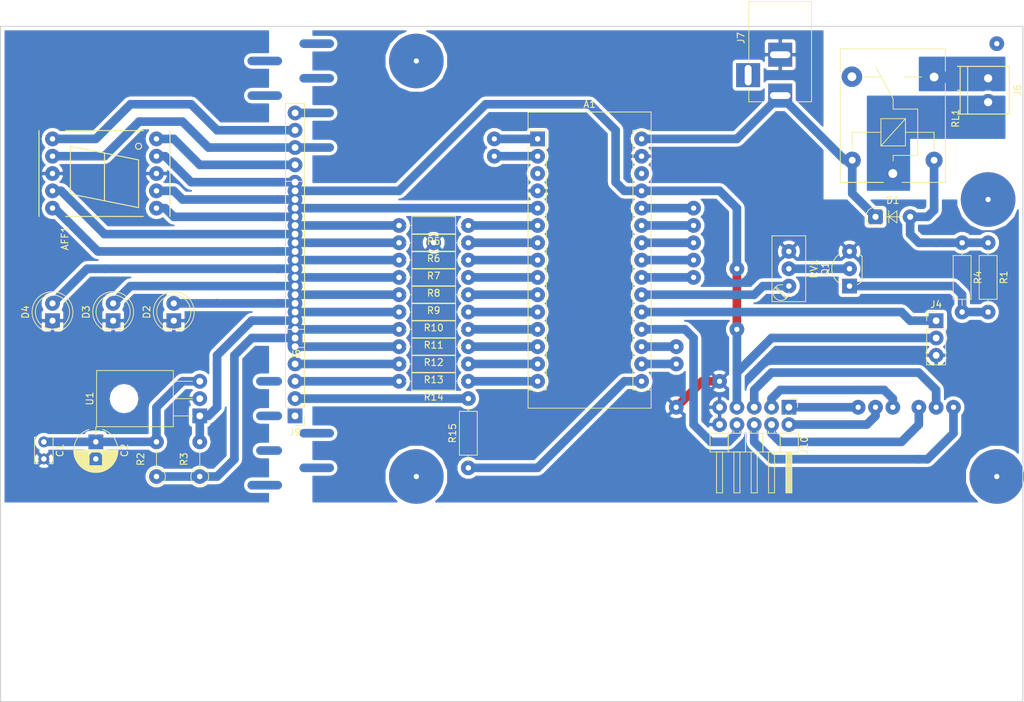
<source format=kicad_pcb>
(kicad_pcb (version 4) (host pcbnew 4.0.6)

  (general
    (links 76)
    (no_connects 2)
    (area 63.424999 40.564999 213.435001 139.775001)
    (thickness 1.6)
    (drawings 4)
    (tracks 190)
    (zones 0)
    (modules 58)
    (nets 74)
  )

  (page A4)
  (layers
    (0 F.Cu signal)
    (31 B.Cu signal)
    (32 B.Adhes user)
    (33 F.Adhes user)
    (34 B.Paste user)
    (35 F.Paste user)
    (36 B.SilkS user)
    (37 F.SilkS user)
    (38 B.Mask user)
    (39 F.Mask user)
    (40 Dwgs.User user)
    (41 Cmts.User user)
    (42 Eco1.User user)
    (43 Eco2.User user)
    (44 Edge.Cuts user)
    (45 Margin user)
    (46 B.CrtYd user)
    (47 F.CrtYd user)
    (48 B.Fab user)
    (49 F.Fab user)
  )

  (setup
    (last_trace_width 1.27)
    (trace_clearance 0.3048)
    (zone_clearance 0.508)
    (zone_45_only no)
    (trace_min 0.3048)
    (segment_width 0.2)
    (edge_width 0.15)
    (via_size 0.6)
    (via_drill 0.4)
    (via_min_size 0.3048)
    (via_min_drill 0.3)
    (uvia_size 0.3)
    (uvia_drill 0.1)
    (uvias_allowed no)
    (uvia_min_size 0.2)
    (uvia_min_drill 0.1)
    (pcb_text_width 0.3)
    (pcb_text_size 1.5 1.5)
    (mod_edge_width 0.15)
    (mod_text_size 1 1)
    (mod_text_width 0.15)
    (pad_size 2.159 2.159)
    (pad_drill 0.762)
    (pad_to_mask_clearance 0.2)
    (aux_axis_origin 0 0)
    (visible_elements 7FFFFFFF)
    (pcbplotparams
      (layerselection 0x00030_80000001)
      (usegerberextensions false)
      (excludeedgelayer true)
      (linewidth 0.100000)
      (plotframeref false)
      (viasonmask false)
      (mode 1)
      (useauxorigin false)
      (hpglpennumber 1)
      (hpglpenspeed 20)
      (hpglpendiameter 15)
      (hpglpenoverlay 2)
      (psnegative false)
      (psa4output false)
      (plotreference true)
      (plotvalue true)
      (plotinvisibletext false)
      (padsonsilk false)
      (subtractmaskfromsilk false)
      (outputformat 1)
      (mirror false)
      (drillshape 1)
      (scaleselection 1)
      (outputdirectory ""))
  )

  (net 0 "")
  (net 1 "Net-(C1-Pad1)")
  (net 2 GND)
  (net 3 "Net-(Q1-Pad2)")
  (net 4 "Net-(Q1-Pad1)")
  (net 5 /vcc_5v)
  (net 6 "Net-(A1-Pad1)")
  (net 7 "Net-(A1-Pad17)")
  (net 8 "Net-(A1-Pad2)")
  (net 9 "Net-(A1-Pad18)")
  (net 10 "Net-(A1-Pad3)")
  (net 11 /ir_rv_out)
  (net 12 "Net-(A1-Pad6)")
  (net 13 "Net-(A1-Pad22)")
  (net 14 "Net-(A1-Pad7)")
  (net 15 "Net-(A1-Pad23)")
  (net 16 "Net-(A1-Pad8)")
  (net 17 "Net-(A1-Pad24)")
  (net 18 /servo_signal)
  (net 19 "Net-(A1-Pad25)")
  (net 20 "Net-(A1-Pad10)")
  (net 21 "Net-(A1-Pad26)")
  (net 22 "Net-(A1-Pad11)")
  (net 23 "Net-(A1-Pad12)")
  (net 24 "Net-(A1-Pad28)")
  (net 25 "Net-(A1-Pad13)")
  (net 26 "Net-(A1-Pad14)")
  (net 27 "Net-(A1-Pad15)")
  (net 28 /vcc_12v)
  (net 29 /relay_cont)
  (net 30 "Net-(RL1-Pad4)")
  (net 31 "Net-(D1-Pad2)")
  (net 32 "Net-(J7-Pad3)")
  (net 33 /volumen_fisico)
  (net 34 "Net-(A1-Pad9)")
  (net 35 "Net-(AFF1-Pad1)")
  (net 36 "Net-(AFF1-Pad2)")
  (net 37 "Net-(AFF1-Pad4)")
  (net 38 "Net-(AFF1-Pad5)")
  (net 39 "Net-(AFF1-Pad6)")
  (net 40 "Net-(AFF1-Pad7)")
  (net 41 "Net-(AFF1-Pad9)")
  (net 42 "Net-(AFF1-Pad10)")
  (net 43 "Net-(D4-Pad2)")
  (net 44 "Net-(D2-Pad2)")
  (net 45 "Net-(D3-Pad2)")
  (net 46 /vcc_5v_slave)
  (net 47 /ir_rv_out_slave)
  (net 48 /gnd_slave)
  (net 49 "Net-(A1-Pad16)")
  (net 50 /alt_neg)
  (net 51 /alt_pos)
  (net 52 "Net-(J1-Pad1)")
  (net 53 "Net-(J2-Pad1)")
  (net 54 "Net-(J3-Pad1)")
  (net 55 "Net-(J5-Pad1)")
  (net 56 "Net-(J10-Pad4)")
  (net 57 "Net-(J10-Pad5)")
  (net 58 "Net-(J10-Pad6)")
  (net 59 "Net-(J10-Pad1)")
  (net 60 "Net-(J10-Pad2)")
  (net 61 "Net-(J10-Pad3)")
  (net 62 "Net-(J9-Pad2)")
  (net 63 "Net-(J9-Pad3)")
  (net 64 "Net-(J9-Pad4)")
  (net 65 "Net-(J9-Pad5)")
  (net 66 "Net-(J9-Pad6)")
  (net 67 "Net-(J9-Pad7)")
  (net 68 "Net-(J9-Pad8)")
  (net 69 "Net-(J9-Pad9)")
  (net 70 "Net-(J9-Pad12)")
  (net 71 "Net-(J8-Pad14)")
  (net 72 "Net-(J9-Pad10)")
  (net 73 "Net-(J9-Pad11)")

  (net_class Default "This is the default net class."
    (clearance 0.3048)
    (trace_width 1.27)
    (via_dia 0.6)
    (via_drill 0.4)
    (uvia_dia 0.3)
    (uvia_drill 0.1)
    (add_net /alt_neg)
    (add_net /alt_pos)
    (add_net /gnd_slave)
    (add_net /ir_rv_out)
    (add_net /ir_rv_out_slave)
    (add_net /relay_cont)
    (add_net /servo_signal)
    (add_net /vcc_12v)
    (add_net /vcc_5v)
    (add_net /vcc_5v_slave)
    (add_net /volumen_fisico)
    (add_net GND)
    (add_net "Net-(A1-Pad1)")
    (add_net "Net-(A1-Pad10)")
    (add_net "Net-(A1-Pad11)")
    (add_net "Net-(A1-Pad12)")
    (add_net "Net-(A1-Pad13)")
    (add_net "Net-(A1-Pad14)")
    (add_net "Net-(A1-Pad15)")
    (add_net "Net-(A1-Pad16)")
    (add_net "Net-(A1-Pad17)")
    (add_net "Net-(A1-Pad18)")
    (add_net "Net-(A1-Pad2)")
    (add_net "Net-(A1-Pad22)")
    (add_net "Net-(A1-Pad23)")
    (add_net "Net-(A1-Pad24)")
    (add_net "Net-(A1-Pad25)")
    (add_net "Net-(A1-Pad26)")
    (add_net "Net-(A1-Pad28)")
    (add_net "Net-(A1-Pad3)")
    (add_net "Net-(A1-Pad6)")
    (add_net "Net-(A1-Pad7)")
    (add_net "Net-(A1-Pad8)")
    (add_net "Net-(A1-Pad9)")
    (add_net "Net-(AFF1-Pad1)")
    (add_net "Net-(AFF1-Pad10)")
    (add_net "Net-(AFF1-Pad2)")
    (add_net "Net-(AFF1-Pad4)")
    (add_net "Net-(AFF1-Pad5)")
    (add_net "Net-(AFF1-Pad6)")
    (add_net "Net-(AFF1-Pad7)")
    (add_net "Net-(AFF1-Pad9)")
    (add_net "Net-(C1-Pad1)")
    (add_net "Net-(D1-Pad2)")
    (add_net "Net-(D2-Pad2)")
    (add_net "Net-(D3-Pad2)")
    (add_net "Net-(D4-Pad2)")
    (add_net "Net-(J1-Pad1)")
    (add_net "Net-(J10-Pad1)")
    (add_net "Net-(J10-Pad2)")
    (add_net "Net-(J10-Pad3)")
    (add_net "Net-(J10-Pad4)")
    (add_net "Net-(J10-Pad5)")
    (add_net "Net-(J10-Pad6)")
    (add_net "Net-(J2-Pad1)")
    (add_net "Net-(J3-Pad1)")
    (add_net "Net-(J5-Pad1)")
    (add_net "Net-(J7-Pad3)")
    (add_net "Net-(J8-Pad14)")
    (add_net "Net-(J9-Pad10)")
    (add_net "Net-(J9-Pad11)")
    (add_net "Net-(J9-Pad12)")
    (add_net "Net-(J9-Pad2)")
    (add_net "Net-(J9-Pad3)")
    (add_net "Net-(J9-Pad4)")
    (add_net "Net-(J9-Pad5)")
    (add_net "Net-(J9-Pad6)")
    (add_net "Net-(J9-Pad7)")
    (add_net "Net-(J9-Pad8)")
    (add_net "Net-(J9-Pad9)")
    (add_net "Net-(Q1-Pad1)")
    (add_net "Net-(Q1-Pad2)")
    (add_net "Net-(RL1-Pad4)")
  )

  (module modificados:TO-126_Horizontal (layer F.Cu) (tedit 5A43D888) (tstamp 5A43D9EE)
    (at 92.71 97.79 90)
    (descr "TO-126, Horizontal, RM 2.54mm")
    (tags "TO-126 Horizontal RM 2.54mm")
    (path /5A37EA8E)
    (fp_text reference U1 (at 2.54 -16.12 90) (layer F.SilkS)
      (effects (font (size 1 1) (thickness 0.15)))
    )
    (fp_text value TSDP341xx (at 2.54 1.9 90) (layer F.Fab)
      (effects (font (size 1 1) (thickness 0.15)))
    )
    (fp_circle (center 2.54 -11.1) (end 4.14 -11.1) (layer F.Fab) (width 0.1))
    (fp_line (start -1.46 -4) (end -1.46 -15) (layer F.Fab) (width 0.1))
    (fp_line (start -1.46 -15) (end 6.54 -15) (layer F.Fab) (width 0.1))
    (fp_line (start 6.54 -15) (end 6.54 -4) (layer F.Fab) (width 0.1))
    (fp_line (start 6.54 -4) (end -1.46 -4) (layer F.Fab) (width 0.1))
    (fp_line (start 0 -4) (end 0 0) (layer F.Fab) (width 0.1))
    (fp_line (start 2.54 -4) (end 2.54 0) (layer F.Fab) (width 0.1))
    (fp_line (start 5.08 -4) (end 5.08 0) (layer F.Fab) (width 0.1))
    (fp_line (start -1.58 -3.88) (end 6.66 -3.88) (layer F.SilkS) (width 0.12))
    (fp_line (start -1.58 -15.12) (end 6.66 -15.12) (layer F.SilkS) (width 0.12))
    (fp_line (start -1.58 -15.12) (end -1.58 -3.88) (layer F.SilkS) (width 0.12))
    (fp_line (start 6.66 -15.12) (end 6.66 -3.88) (layer F.SilkS) (width 0.12))
    (fp_line (start 0 -3.88) (end 0 -1.05) (layer F.SilkS) (width 0.12))
    (fp_line (start 2.54 -3.88) (end 2.54 -1.066) (layer F.SilkS) (width 0.12))
    (fp_line (start 5.08 -3.88) (end 5.08 -1.066) (layer F.SilkS) (width 0.12))
    (fp_line (start -1.71 -15.25) (end -1.71 1.15) (layer F.CrtYd) (width 0.05))
    (fp_line (start -1.71 1.15) (end 6.79 1.15) (layer F.CrtYd) (width 0.05))
    (fp_line (start 6.79 1.15) (end 6.79 -15.25) (layer F.CrtYd) (width 0.05))
    (fp_line (start 6.79 -15.25) (end -1.71 -15.25) (layer F.CrtYd) (width 0.05))
    (fp_text user %R (at 2.54 -16.12 90) (layer F.Fab)
      (effects (font (size 1 1) (thickness 0.15)))
    )
    (pad None np_thru_hole oval (at 2.54 -11.1 90) (size 3.2 3.2) (drill 3.2) (layers *.Cu *.Mask))
    (pad 1 thru_hole rect (at 0 0 90) (size 2.159 2.159) (drill 1) (layers *.Cu *.Mask)
      (net 47 /ir_rv_out_slave))
    (pad 2 thru_hole oval (at 2.54 0 90) (size 2.159 2.159) (drill 1) (layers *.Cu *.Mask)
      (net 48 /gnd_slave))
    (pad 3 thru_hole oval (at 5.08 0 90) (size 2.159 2.159) (drill 1) (layers *.Cu *.Mask)
      (net 1 "Net-(C1-Pad1)"))
    (model TO_SOT_Packages_THT.3dshapes/TO-126_Horizontal.wrl
      (at (xyz 0.1 0.2 0))
      (scale (xyz 1 1 1))
      (rotate (xyz 0 0 0))
    )
  )

  (module modificados:Pin_Header_Straight_1x03_Pitch2.54mm (layer F.Cu) (tedit 5A3A9153) (tstamp 5A43D9E8)
    (at 200.66 83.82)
    (descr "Through hole straight pin header, 1x03, 2.54mm pitch, single row")
    (tags "Through hole pin header THT 1x03 2.54mm single row")
    (path /5A380F76)
    (fp_text reference J4 (at 0 -2.39) (layer F.SilkS)
      (effects (font (size 1 1) (thickness 0.15)))
    )
    (fp_text value CONN_01X03 (at 0 7.47) (layer F.Fab)
      (effects (font (size 1 1) (thickness 0.15)))
    )
    (fp_line (start -1.27 -1.27) (end -1.27 6.35) (layer F.Fab) (width 0.1))
    (fp_line (start -1.27 6.35) (end 1.27 6.35) (layer F.Fab) (width 0.1))
    (fp_line (start 1.27 6.35) (end 1.27 -1.27) (layer F.Fab) (width 0.1))
    (fp_line (start 1.27 -1.27) (end -1.27 -1.27) (layer F.Fab) (width 0.1))
    (fp_line (start -1.39 1.27) (end -1.39 6.47) (layer F.SilkS) (width 0.12))
    (fp_line (start -1.39 6.47) (end 1.39 6.47) (layer F.SilkS) (width 0.12))
    (fp_line (start 1.39 6.47) (end 1.39 1.27) (layer F.SilkS) (width 0.12))
    (fp_line (start 1.39 1.27) (end -1.39 1.27) (layer F.SilkS) (width 0.12))
    (fp_line (start -1.39 0) (end -1.39 -1.39) (layer F.SilkS) (width 0.12))
    (fp_line (start -1.39 -1.39) (end 0 -1.39) (layer F.SilkS) (width 0.12))
    (fp_line (start -1.6 -1.6) (end -1.6 6.6) (layer F.CrtYd) (width 0.05))
    (fp_line (start -1.6 6.6) (end 1.6 6.6) (layer F.CrtYd) (width 0.05))
    (fp_line (start 1.6 6.6) (end 1.6 -1.6) (layer F.CrtYd) (width 0.05))
    (fp_line (start 1.6 -1.6) (end -1.6 -1.6) (layer F.CrtYd) (width 0.05))
    (pad 1 thru_hole rect (at 0 0) (size 2.159 2.159) (drill 1) (layers *.Cu *.Mask)
      (net 18 /servo_signal))
    (pad 2 thru_hole oval (at 0 2.54) (size 2.159 2.159) (drill 1) (layers *.Cu *.Mask)
      (net 5 /vcc_5v))
    (pad 3 thru_hole oval (at 0 5.08) (size 2.159 2.159) (drill 1) (layers *.Cu *.Mask)
      (net 2 GND))
    (model Pin_Headers.3dshapes/Pin_Header_Straight_1x03_Pitch2.54mm.wrl
      (at (xyz 0 -0.1 0))
      (scale (xyz 1 1 1))
      (rotate (xyz 0 0 90))
    )
  )

  (module modificados:LED_D5.0mm (layer F.Cu) (tedit 5A43B36F) (tstamp 5A43D9E3)
    (at 71.12 83.82 90)
    (descr "LED, diameter 5.0mm, 2 pins, http://cdn-reichelt.de/documents/datenblatt/A500/LL-504BC2E-009.pdf")
    (tags "LED diameter 5.0mm 2 pins")
    (path /5A43EAE7)
    (fp_text reference D4 (at 1.27 -3.96 90) (layer F.SilkS)
      (effects (font (size 1 1) (thickness 0.15)))
    )
    (fp_text value LED (at 1.27 3.96 90) (layer F.Fab)
      (effects (font (size 1 1) (thickness 0.15)))
    )
    (fp_arc (start 1.27 0) (end -1.23 -1.469694) (angle 299.1) (layer F.Fab) (width 0.1))
    (fp_arc (start 1.27 0) (end -1.29 -1.54483) (angle 148.9) (layer F.SilkS) (width 0.12))
    (fp_arc (start 1.27 0) (end -1.29 1.54483) (angle -148.9) (layer F.SilkS) (width 0.12))
    (fp_circle (center 1.27 0) (end 3.77 0) (layer F.Fab) (width 0.1))
    (fp_circle (center 1.27 0) (end 3.77 0) (layer F.SilkS) (width 0.12))
    (fp_line (start -1.23 -1.469694) (end -1.23 1.469694) (layer F.Fab) (width 0.1))
    (fp_line (start -1.29 -1.545) (end -1.29 1.545) (layer F.SilkS) (width 0.12))
    (fp_line (start -1.95 -3.25) (end -1.95 3.25) (layer F.CrtYd) (width 0.05))
    (fp_line (start -1.95 3.25) (end 4.5 3.25) (layer F.CrtYd) (width 0.05))
    (fp_line (start 4.5 3.25) (end 4.5 -3.25) (layer F.CrtYd) (width 0.05))
    (fp_line (start 4.5 -3.25) (end -1.95 -3.25) (layer F.CrtYd) (width 0.05))
    (pad 1 thru_hole rect (at 0 0 90) (size 2.159 2.159) (drill 0.9) (layers *.Cu *.Mask)
      (net 48 /gnd_slave))
    (pad 2 thru_hole circle (at 2.54 0 90) (size 2.159 2.159) (drill 0.9) (layers *.Cu *.Mask)
      (net 43 "Net-(D4-Pad2)"))
    (model LEDs.3dshapes/LED_D5.0mm.wrl
      (at (xyz 0 0 0))
      (scale (xyz 0.393701 0.393701 0.393701))
      (rotate (xyz 0 0 0))
    )
  )

  (module modificados:LED_D5.0mm (layer F.Cu) (tedit 5A43B36F) (tstamp 5A43D9DE)
    (at 80.01 83.82 90)
    (descr "LED, diameter 5.0mm, 2 pins, http://cdn-reichelt.de/documents/datenblatt/A500/LL-504BC2E-009.pdf")
    (tags "LED diameter 5.0mm 2 pins")
    (path /5A4443AE)
    (fp_text reference D3 (at 1.27 -3.96 90) (layer F.SilkS)
      (effects (font (size 1 1) (thickness 0.15)))
    )
    (fp_text value LED (at 1.27 3.96 90) (layer F.Fab)
      (effects (font (size 1 1) (thickness 0.15)))
    )
    (fp_arc (start 1.27 0) (end -1.23 -1.469694) (angle 299.1) (layer F.Fab) (width 0.1))
    (fp_arc (start 1.27 0) (end -1.29 -1.54483) (angle 148.9) (layer F.SilkS) (width 0.12))
    (fp_arc (start 1.27 0) (end -1.29 1.54483) (angle -148.9) (layer F.SilkS) (width 0.12))
    (fp_circle (center 1.27 0) (end 3.77 0) (layer F.Fab) (width 0.1))
    (fp_circle (center 1.27 0) (end 3.77 0) (layer F.SilkS) (width 0.12))
    (fp_line (start -1.23 -1.469694) (end -1.23 1.469694) (layer F.Fab) (width 0.1))
    (fp_line (start -1.29 -1.545) (end -1.29 1.545) (layer F.SilkS) (width 0.12))
    (fp_line (start -1.95 -3.25) (end -1.95 3.25) (layer F.CrtYd) (width 0.05))
    (fp_line (start -1.95 3.25) (end 4.5 3.25) (layer F.CrtYd) (width 0.05))
    (fp_line (start 4.5 3.25) (end 4.5 -3.25) (layer F.CrtYd) (width 0.05))
    (fp_line (start 4.5 -3.25) (end -1.95 -3.25) (layer F.CrtYd) (width 0.05))
    (pad 1 thru_hole rect (at 0 0 90) (size 2.159 2.159) (drill 0.9) (layers *.Cu *.Mask)
      (net 48 /gnd_slave))
    (pad 2 thru_hole circle (at 2.54 0 90) (size 2.159 2.159) (drill 0.9) (layers *.Cu *.Mask)
      (net 45 "Net-(D3-Pad2)"))
    (model LEDs.3dshapes/LED_D5.0mm.wrl
      (at (xyz 0 0 0))
      (scale (xyz 0.393701 0.393701 0.393701))
      (rotate (xyz 0 0 0))
    )
  )

  (module modificados:LED_D5.0mm (layer F.Cu) (tedit 5A43B36F) (tstamp 5A43D9D9)
    (at 88.9 83.82 90)
    (descr "LED, diameter 5.0mm, 2 pins, http://cdn-reichelt.de/documents/datenblatt/A500/LL-504BC2E-009.pdf")
    (tags "LED diameter 5.0mm 2 pins")
    (path /5A44440E)
    (fp_text reference D2 (at 1.27 -3.96 90) (layer F.SilkS)
      (effects (font (size 1 1) (thickness 0.15)))
    )
    (fp_text value LED (at 1.27 3.96 90) (layer F.Fab)
      (effects (font (size 1 1) (thickness 0.15)))
    )
    (fp_arc (start 1.27 0) (end -1.23 -1.469694) (angle 299.1) (layer F.Fab) (width 0.1))
    (fp_arc (start 1.27 0) (end -1.29 -1.54483) (angle 148.9) (layer F.SilkS) (width 0.12))
    (fp_arc (start 1.27 0) (end -1.29 1.54483) (angle -148.9) (layer F.SilkS) (width 0.12))
    (fp_circle (center 1.27 0) (end 3.77 0) (layer F.Fab) (width 0.1))
    (fp_circle (center 1.27 0) (end 3.77 0) (layer F.SilkS) (width 0.12))
    (fp_line (start -1.23 -1.469694) (end -1.23 1.469694) (layer F.Fab) (width 0.1))
    (fp_line (start -1.29 -1.545) (end -1.29 1.545) (layer F.SilkS) (width 0.12))
    (fp_line (start -1.95 -3.25) (end -1.95 3.25) (layer F.CrtYd) (width 0.05))
    (fp_line (start -1.95 3.25) (end 4.5 3.25) (layer F.CrtYd) (width 0.05))
    (fp_line (start 4.5 3.25) (end 4.5 -3.25) (layer F.CrtYd) (width 0.05))
    (fp_line (start 4.5 -3.25) (end -1.95 -3.25) (layer F.CrtYd) (width 0.05))
    (pad 1 thru_hole rect (at 0 0 90) (size 2.159 2.159) (drill 0.9) (layers *.Cu *.Mask)
      (net 48 /gnd_slave))
    (pad 2 thru_hole circle (at 2.54 0 90) (size 2.159 2.159) (drill 0.9) (layers *.Cu *.Mask)
      (net 44 "Net-(D2-Pad2)"))
    (model LEDs.3dshapes/LED_D5.0mm.wrl
      (at (xyz 0 0 0))
      (scale (xyz 0.393701 0.393701 0.393701))
      (rotate (xyz 0 0 0))
    )
  )

  (module modificados:D_A-405_P5.08mm_Vertical_AnodeUp (layer F.Cu) (tedit 5A3A9183) (tstamp 5A43D9D4)
    (at 191.77 68.58)
    (descr "D, A-405 series, Axial, Vertical, pin pitch=5.08mm, , length*diameter=5.2*2.7mm^2, , http://www.diodes.com/_files/packages/A-405.pdf")
    (tags "D A-405 series Axial Vertical pin pitch 5.08mm  length 5.2mm diameter 2.7mm")
    (path /5A39CEE1)
    (fp_text reference D1 (at 2.54 -2.41) (layer F.SilkS)
      (effects (font (size 1 1) (thickness 0.15)))
    )
    (fp_text value D (at 2.54 2.41) (layer F.Fab)
      (effects (font (size 1 1) (thickness 0.15)))
    )
    (fp_circle (center 0 0) (end 1.35 0) (layer F.Fab) (width 0.1))
    (fp_circle (center 0 0) (end 1.41 0) (layer F.SilkS) (width 0.12))
    (fp_line (start 0 0) (end 5.08 0) (layer F.Fab) (width 0.1))
    (fp_line (start 1.41 0) (end 3.88 0) (layer F.SilkS) (width 0.12))
    (fp_line (start 1.947333 -0.889) (end 1.947333 0.889) (layer F.SilkS) (width 0.12))
    (fp_line (start 1.947333 0) (end 3.132667 -0.889) (layer F.SilkS) (width 0.12))
    (fp_line (start 3.132667 -0.889) (end 3.132667 0.889) (layer F.SilkS) (width 0.12))
    (fp_line (start 3.132667 0.889) (end 1.947333 0) (layer F.SilkS) (width 0.12))
    (fp_line (start -1.7 -1.7) (end -1.7 1.7) (layer F.CrtYd) (width 0.05))
    (fp_line (start -1.7 1.7) (end 6.3 1.7) (layer F.CrtYd) (width 0.05))
    (fp_line (start 6.3 1.7) (end 6.3 -1.7) (layer F.CrtYd) (width 0.05))
    (fp_line (start 6.3 -1.7) (end -1.7 -1.7) (layer F.CrtYd) (width 0.05))
    (fp_text user K (at -2.11 0) (layer F.Fab)
      (effects (font (size 1 1) (thickness 0.15)))
    )
    (pad 1 thru_hole rect (at 0 0) (size 2.159 2.159) (drill 0.9) (layers *.Cu *.Mask)
      (net 28 /vcc_12v))
    (pad 2 thru_hole oval (at 5.08 0) (size 2.159 2.159) (drill 0.9) (layers *.Cu *.Mask)
      (net 31 "Net-(D1-Pad2)"))
    (model Diodes_THT.3dshapes/D_A-405_P5.08mm_Vertical_AnodeUp.wrl
      (at (xyz 0 0 0))
      (scale (xyz 0.393701 0.393701 0.393701))
      (rotate (xyz 0 0 0))
    )
  )

  (module modificados:CP_Radial_D6.3mm_P2.50mm (layer F.Cu) (tedit 5A3A92EF) (tstamp 5A43D9CF)
    (at 77.47 101.6 270)
    (descr "CP, Radial series, Radial, pin pitch=2.50mm, , diameter=6.3mm, Electrolytic Capacitor")
    (tags "CP Radial series Radial pin pitch 2.50mm  diameter 6.3mm Electrolytic Capacitor")
    (path /5A37F1FE)
    (fp_text reference C2 (at 1.25 -4.21 270) (layer F.SilkS)
      (effects (font (size 1 1) (thickness 0.15)))
    )
    (fp_text value CP (at 1.25 4.21 270) (layer F.Fab)
      (effects (font (size 1 1) (thickness 0.15)))
    )
    (fp_arc (start 1.25 0) (end -1.838236 -0.98) (angle 144.8) (layer F.SilkS) (width 0.12))
    (fp_arc (start 1.25 0) (end -1.838236 0.98) (angle -144.8) (layer F.SilkS) (width 0.12))
    (fp_arc (start 1.25 0) (end 4.338236 -0.98) (angle 35.2) (layer F.SilkS) (width 0.12))
    (fp_circle (center 1.25 0) (end 4.4 0) (layer F.Fab) (width 0.1))
    (fp_line (start -2.2 0) (end -1 0) (layer F.Fab) (width 0.1))
    (fp_line (start -1.6 -0.65) (end -1.6 0.65) (layer F.Fab) (width 0.1))
    (fp_line (start 1.25 -3.2) (end 1.25 3.2) (layer F.SilkS) (width 0.12))
    (fp_line (start 1.29 -3.2) (end 1.29 3.2) (layer F.SilkS) (width 0.12))
    (fp_line (start 1.33 -3.2) (end 1.33 3.2) (layer F.SilkS) (width 0.12))
    (fp_line (start 1.37 -3.198) (end 1.37 3.198) (layer F.SilkS) (width 0.12))
    (fp_line (start 1.41 -3.197) (end 1.41 3.197) (layer F.SilkS) (width 0.12))
    (fp_line (start 1.45 -3.194) (end 1.45 3.194) (layer F.SilkS) (width 0.12))
    (fp_line (start 1.49 -3.192) (end 1.49 3.192) (layer F.SilkS) (width 0.12))
    (fp_line (start 1.53 -3.188) (end 1.53 -0.98) (layer F.SilkS) (width 0.12))
    (fp_line (start 1.53 0.98) (end 1.53 3.188) (layer F.SilkS) (width 0.12))
    (fp_line (start 1.57 -3.185) (end 1.57 -0.98) (layer F.SilkS) (width 0.12))
    (fp_line (start 1.57 0.98) (end 1.57 3.185) (layer F.SilkS) (width 0.12))
    (fp_line (start 1.61 -3.18) (end 1.61 -0.98) (layer F.SilkS) (width 0.12))
    (fp_line (start 1.61 0.98) (end 1.61 3.18) (layer F.SilkS) (width 0.12))
    (fp_line (start 1.65 -3.176) (end 1.65 -0.98) (layer F.SilkS) (width 0.12))
    (fp_line (start 1.65 0.98) (end 1.65 3.176) (layer F.SilkS) (width 0.12))
    (fp_line (start 1.69 -3.17) (end 1.69 -0.98) (layer F.SilkS) (width 0.12))
    (fp_line (start 1.69 0.98) (end 1.69 3.17) (layer F.SilkS) (width 0.12))
    (fp_line (start 1.73 -3.165) (end 1.73 -0.98) (layer F.SilkS) (width 0.12))
    (fp_line (start 1.73 0.98) (end 1.73 3.165) (layer F.SilkS) (width 0.12))
    (fp_line (start 1.77 -3.158) (end 1.77 -0.98) (layer F.SilkS) (width 0.12))
    (fp_line (start 1.77 0.98) (end 1.77 3.158) (layer F.SilkS) (width 0.12))
    (fp_line (start 1.81 -3.152) (end 1.81 -0.98) (layer F.SilkS) (width 0.12))
    (fp_line (start 1.81 0.98) (end 1.81 3.152) (layer F.SilkS) (width 0.12))
    (fp_line (start 1.85 -3.144) (end 1.85 -0.98) (layer F.SilkS) (width 0.12))
    (fp_line (start 1.85 0.98) (end 1.85 3.144) (layer F.SilkS) (width 0.12))
    (fp_line (start 1.89 -3.137) (end 1.89 -0.98) (layer F.SilkS) (width 0.12))
    (fp_line (start 1.89 0.98) (end 1.89 3.137) (layer F.SilkS) (width 0.12))
    (fp_line (start 1.93 -3.128) (end 1.93 -0.98) (layer F.SilkS) (width 0.12))
    (fp_line (start 1.93 0.98) (end 1.93 3.128) (layer F.SilkS) (width 0.12))
    (fp_line (start 1.971 -3.119) (end 1.971 -0.98) (layer F.SilkS) (width 0.12))
    (fp_line (start 1.971 0.98) (end 1.971 3.119) (layer F.SilkS) (width 0.12))
    (fp_line (start 2.011 -3.11) (end 2.011 -0.98) (layer F.SilkS) (width 0.12))
    (fp_line (start 2.011 0.98) (end 2.011 3.11) (layer F.SilkS) (width 0.12))
    (fp_line (start 2.051 -3.1) (end 2.051 -0.98) (layer F.SilkS) (width 0.12))
    (fp_line (start 2.051 0.98) (end 2.051 3.1) (layer F.SilkS) (width 0.12))
    (fp_line (start 2.091 -3.09) (end 2.091 -0.98) (layer F.SilkS) (width 0.12))
    (fp_line (start 2.091 0.98) (end 2.091 3.09) (layer F.SilkS) (width 0.12))
    (fp_line (start 2.131 -3.079) (end 2.131 -0.98) (layer F.SilkS) (width 0.12))
    (fp_line (start 2.131 0.98) (end 2.131 3.079) (layer F.SilkS) (width 0.12))
    (fp_line (start 2.171 -3.067) (end 2.171 -0.98) (layer F.SilkS) (width 0.12))
    (fp_line (start 2.171 0.98) (end 2.171 3.067) (layer F.SilkS) (width 0.12))
    (fp_line (start 2.211 -3.055) (end 2.211 -0.98) (layer F.SilkS) (width 0.12))
    (fp_line (start 2.211 0.98) (end 2.211 3.055) (layer F.SilkS) (width 0.12))
    (fp_line (start 2.251 -3.042) (end 2.251 -0.98) (layer F.SilkS) (width 0.12))
    (fp_line (start 2.251 0.98) (end 2.251 3.042) (layer F.SilkS) (width 0.12))
    (fp_line (start 2.291 -3.029) (end 2.291 -0.98) (layer F.SilkS) (width 0.12))
    (fp_line (start 2.291 0.98) (end 2.291 3.029) (layer F.SilkS) (width 0.12))
    (fp_line (start 2.331 -3.015) (end 2.331 -0.98) (layer F.SilkS) (width 0.12))
    (fp_line (start 2.331 0.98) (end 2.331 3.015) (layer F.SilkS) (width 0.12))
    (fp_line (start 2.371 -3.001) (end 2.371 -0.98) (layer F.SilkS) (width 0.12))
    (fp_line (start 2.371 0.98) (end 2.371 3.001) (layer F.SilkS) (width 0.12))
    (fp_line (start 2.411 -2.986) (end 2.411 -0.98) (layer F.SilkS) (width 0.12))
    (fp_line (start 2.411 0.98) (end 2.411 2.986) (layer F.SilkS) (width 0.12))
    (fp_line (start 2.451 -2.97) (end 2.451 -0.98) (layer F.SilkS) (width 0.12))
    (fp_line (start 2.451 0.98) (end 2.451 2.97) (layer F.SilkS) (width 0.12))
    (fp_line (start 2.491 -2.954) (end 2.491 -0.98) (layer F.SilkS) (width 0.12))
    (fp_line (start 2.491 0.98) (end 2.491 2.954) (layer F.SilkS) (width 0.12))
    (fp_line (start 2.531 -2.937) (end 2.531 -0.98) (layer F.SilkS) (width 0.12))
    (fp_line (start 2.531 0.98) (end 2.531 2.937) (layer F.SilkS) (width 0.12))
    (fp_line (start 2.571 -2.919) (end 2.571 -0.98) (layer F.SilkS) (width 0.12))
    (fp_line (start 2.571 0.98) (end 2.571 2.919) (layer F.SilkS) (width 0.12))
    (fp_line (start 2.611 -2.901) (end 2.611 -0.98) (layer F.SilkS) (width 0.12))
    (fp_line (start 2.611 0.98) (end 2.611 2.901) (layer F.SilkS) (width 0.12))
    (fp_line (start 2.651 -2.882) (end 2.651 -0.98) (layer F.SilkS) (width 0.12))
    (fp_line (start 2.651 0.98) (end 2.651 2.882) (layer F.SilkS) (width 0.12))
    (fp_line (start 2.691 -2.863) (end 2.691 -0.98) (layer F.SilkS) (width 0.12))
    (fp_line (start 2.691 0.98) (end 2.691 2.863) (layer F.SilkS) (width 0.12))
    (fp_line (start 2.731 -2.843) (end 2.731 -0.98) (layer F.SilkS) (width 0.12))
    (fp_line (start 2.731 0.98) (end 2.731 2.843) (layer F.SilkS) (width 0.12))
    (fp_line (start 2.771 -2.822) (end 2.771 -0.98) (layer F.SilkS) (width 0.12))
    (fp_line (start 2.771 0.98) (end 2.771 2.822) (layer F.SilkS) (width 0.12))
    (fp_line (start 2.811 -2.8) (end 2.811 -0.98) (layer F.SilkS) (width 0.12))
    (fp_line (start 2.811 0.98) (end 2.811 2.8) (layer F.SilkS) (width 0.12))
    (fp_line (start 2.851 -2.778) (end 2.851 -0.98) (layer F.SilkS) (width 0.12))
    (fp_line (start 2.851 0.98) (end 2.851 2.778) (layer F.SilkS) (width 0.12))
    (fp_line (start 2.891 -2.755) (end 2.891 -0.98) (layer F.SilkS) (width 0.12))
    (fp_line (start 2.891 0.98) (end 2.891 2.755) (layer F.SilkS) (width 0.12))
    (fp_line (start 2.931 -2.731) (end 2.931 -0.98) (layer F.SilkS) (width 0.12))
    (fp_line (start 2.931 0.98) (end 2.931 2.731) (layer F.SilkS) (width 0.12))
    (fp_line (start 2.971 -2.706) (end 2.971 -0.98) (layer F.SilkS) (width 0.12))
    (fp_line (start 2.971 0.98) (end 2.971 2.706) (layer F.SilkS) (width 0.12))
    (fp_line (start 3.011 -2.681) (end 3.011 -0.98) (layer F.SilkS) (width 0.12))
    (fp_line (start 3.011 0.98) (end 3.011 2.681) (layer F.SilkS) (width 0.12))
    (fp_line (start 3.051 -2.654) (end 3.051 -0.98) (layer F.SilkS) (width 0.12))
    (fp_line (start 3.051 0.98) (end 3.051 2.654) (layer F.SilkS) (width 0.12))
    (fp_line (start 3.091 -2.627) (end 3.091 -0.98) (layer F.SilkS) (width 0.12))
    (fp_line (start 3.091 0.98) (end 3.091 2.627) (layer F.SilkS) (width 0.12))
    (fp_line (start 3.131 -2.599) (end 3.131 -0.98) (layer F.SilkS) (width 0.12))
    (fp_line (start 3.131 0.98) (end 3.131 2.599) (layer F.SilkS) (width 0.12))
    (fp_line (start 3.171 -2.57) (end 3.171 -0.98) (layer F.SilkS) (width 0.12))
    (fp_line (start 3.171 0.98) (end 3.171 2.57) (layer F.SilkS) (width 0.12))
    (fp_line (start 3.211 -2.54) (end 3.211 -0.98) (layer F.SilkS) (width 0.12))
    (fp_line (start 3.211 0.98) (end 3.211 2.54) (layer F.SilkS) (width 0.12))
    (fp_line (start 3.251 -2.51) (end 3.251 -0.98) (layer F.SilkS) (width 0.12))
    (fp_line (start 3.251 0.98) (end 3.251 2.51) (layer F.SilkS) (width 0.12))
    (fp_line (start 3.291 -2.478) (end 3.291 -0.98) (layer F.SilkS) (width 0.12))
    (fp_line (start 3.291 0.98) (end 3.291 2.478) (layer F.SilkS) (width 0.12))
    (fp_line (start 3.331 -2.445) (end 3.331 -0.98) (layer F.SilkS) (width 0.12))
    (fp_line (start 3.331 0.98) (end 3.331 2.445) (layer F.SilkS) (width 0.12))
    (fp_line (start 3.371 -2.411) (end 3.371 -0.98) (layer F.SilkS) (width 0.12))
    (fp_line (start 3.371 0.98) (end 3.371 2.411) (layer F.SilkS) (width 0.12))
    (fp_line (start 3.411 -2.375) (end 3.411 -0.98) (layer F.SilkS) (width 0.12))
    (fp_line (start 3.411 0.98) (end 3.411 2.375) (layer F.SilkS) (width 0.12))
    (fp_line (start 3.451 -2.339) (end 3.451 -0.98) (layer F.SilkS) (width 0.12))
    (fp_line (start 3.451 0.98) (end 3.451 2.339) (layer F.SilkS) (width 0.12))
    (fp_line (start 3.491 -2.301) (end 3.491 2.301) (layer F.SilkS) (width 0.12))
    (fp_line (start 3.531 -2.262) (end 3.531 2.262) (layer F.SilkS) (width 0.12))
    (fp_line (start 3.571 -2.222) (end 3.571 2.222) (layer F.SilkS) (width 0.12))
    (fp_line (start 3.611 -2.18) (end 3.611 2.18) (layer F.SilkS) (width 0.12))
    (fp_line (start 3.651 -2.137) (end 3.651 2.137) (layer F.SilkS) (width 0.12))
    (fp_line (start 3.691 -2.092) (end 3.691 2.092) (layer F.SilkS) (width 0.12))
    (fp_line (start 3.731 -2.045) (end 3.731 2.045) (layer F.SilkS) (width 0.12))
    (fp_line (start 3.771 -1.997) (end 3.771 1.997) (layer F.SilkS) (width 0.12))
    (fp_line (start 3.811 -1.946) (end 3.811 1.946) (layer F.SilkS) (width 0.12))
    (fp_line (start 3.851 -1.894) (end 3.851 1.894) (layer F.SilkS) (width 0.12))
    (fp_line (start 3.891 -1.839) (end 3.891 1.839) (layer F.SilkS) (width 0.12))
    (fp_line (start 3.931 -1.781) (end 3.931 1.781) (layer F.SilkS) (width 0.12))
    (fp_line (start 3.971 -1.721) (end 3.971 1.721) (layer F.SilkS) (width 0.12))
    (fp_line (start 4.011 -1.658) (end 4.011 1.658) (layer F.SilkS) (width 0.12))
    (fp_line (start 4.051 -1.591) (end 4.051 1.591) (layer F.SilkS) (width 0.12))
    (fp_line (start 4.091 -1.52) (end 4.091 1.52) (layer F.SilkS) (width 0.12))
    (fp_line (start 4.131 -1.445) (end 4.131 1.445) (layer F.SilkS) (width 0.12))
    (fp_line (start 4.171 -1.364) (end 4.171 1.364) (layer F.SilkS) (width 0.12))
    (fp_line (start 4.211 -1.278) (end 4.211 1.278) (layer F.SilkS) (width 0.12))
    (fp_line (start 4.251 -1.184) (end 4.251 1.184) (layer F.SilkS) (width 0.12))
    (fp_line (start 4.291 -1.081) (end 4.291 1.081) (layer F.SilkS) (width 0.12))
    (fp_line (start 4.331 -0.966) (end 4.331 0.966) (layer F.SilkS) (width 0.12))
    (fp_line (start 4.371 -0.834) (end 4.371 0.834) (layer F.SilkS) (width 0.12))
    (fp_line (start 4.411 -0.676) (end 4.411 0.676) (layer F.SilkS) (width 0.12))
    (fp_line (start 4.451 -0.468) (end 4.451 0.468) (layer F.SilkS) (width 0.12))
    (fp_line (start -2.2 0) (end -1 0) (layer F.SilkS) (width 0.12))
    (fp_line (start -1.6 -0.65) (end -1.6 0.65) (layer F.SilkS) (width 0.12))
    (fp_line (start -2.25 -3.5) (end -2.25 3.5) (layer F.CrtYd) (width 0.05))
    (fp_line (start -2.25 3.5) (end 4.75 3.5) (layer F.CrtYd) (width 0.05))
    (fp_line (start 4.75 3.5) (end 4.75 -3.5) (layer F.CrtYd) (width 0.05))
    (fp_line (start 4.75 -3.5) (end -2.25 -3.5) (layer F.CrtYd) (width 0.05))
    (pad 1 thru_hole rect (at 0 0 270) (size 2.159 2.159) (drill 0.8) (layers *.Cu *.Mask)
      (net 1 "Net-(C1-Pad1)"))
    (pad 2 thru_hole circle (at 2.5 0 270) (size 2.159 2.159) (drill 0.8) (layers *.Cu *.Mask)
      (net 48 /gnd_slave))
    (model Capacitors_THT.3dshapes/CP_Radial_D6.3mm_P2.50mm.wrl
      (at (xyz 0 0 0))
      (scale (xyz 0.393701 0.393701 0.393701))
      (rotate (xyz 0 0 0))
    )
  )

  (module modificados:Arduino_Nano (layer F.Cu) (tedit 5A443653) (tstamp 5A43D9A9)
    (at 142.24 57.15)
    (descr "Arduino Nano, http://www.mouser.com/pdfdocs/Gravitech_Arduino_Nano3_0.pdf")
    (tags "Arduino Nano")
    (path /5A3802B6)
    (fp_text reference A1 (at 7.62 -5.08) (layer F.SilkS)
      (effects (font (size 1 1) (thickness 0.15)))
    )
    (fp_text value Arduino_Nano_v3.x (at 8.89 19.05 90) (layer F.Fab)
      (effects (font (size 1 1) (thickness 0.15)))
    )
    (fp_text user %R (at 6.35 19.05 90) (layer F.Fab)
      (effects (font (size 1 1) (thickness 0.15)))
    )
    (fp_line (start 1.27 1.27) (end 1.27 -1.27) (layer F.SilkS) (width 0.12))
    (fp_line (start 1.27 -1.27) (end -1.4 -1.27) (layer F.SilkS) (width 0.12))
    (fp_line (start -1.4 1.27) (end -1.4 39.5) (layer F.SilkS) (width 0.12))
    (fp_line (start -1.4 -3.94) (end -1.4 -1.27) (layer F.SilkS) (width 0.12))
    (fp_line (start 13.97 -1.27) (end 16.64 -1.27) (layer F.SilkS) (width 0.12))
    (fp_line (start 13.97 -1.27) (end 13.97 36.83) (layer F.SilkS) (width 0.12))
    (fp_line (start 13.97 36.83) (end 16.64 36.83) (layer F.SilkS) (width 0.12))
    (fp_line (start 1.27 1.27) (end -1.4 1.27) (layer F.SilkS) (width 0.12))
    (fp_line (start 1.27 1.27) (end 1.27 36.83) (layer F.SilkS) (width 0.12))
    (fp_line (start 1.27 36.83) (end -1.4 36.83) (layer F.SilkS) (width 0.12))
    (fp_line (start 3.81 31.75) (end 11.43 31.75) (layer F.Fab) (width 0.1))
    (fp_line (start 11.43 31.75) (end 11.43 41.91) (layer F.Fab) (width 0.1))
    (fp_line (start 11.43 41.91) (end 3.81 41.91) (layer F.Fab) (width 0.1))
    (fp_line (start 3.81 41.91) (end 3.81 31.75) (layer F.Fab) (width 0.1))
    (fp_line (start -1.4 39.5) (end 16.64 39.5) (layer F.SilkS) (width 0.12))
    (fp_line (start 16.64 39.5) (end 16.64 -3.94) (layer F.SilkS) (width 0.12))
    (fp_line (start 16.64 -3.94) (end -1.4 -3.94) (layer F.SilkS) (width 0.12))
    (fp_line (start 16.51 39.37) (end -1.27 39.37) (layer F.Fab) (width 0.1))
    (fp_line (start -1.27 39.37) (end -1.27 -2.54) (layer F.Fab) (width 0.1))
    (fp_line (start -1.27 -2.54) (end 0 -3.81) (layer F.Fab) (width 0.1))
    (fp_line (start 0 -3.81) (end 16.51 -3.81) (layer F.Fab) (width 0.1))
    (fp_line (start 16.51 -3.81) (end 16.51 39.37) (layer F.Fab) (width 0.1))
    (fp_line (start -1.53 -4.06) (end 16.75 -4.06) (layer F.CrtYd) (width 0.05))
    (fp_line (start -1.53 -4.06) (end -1.53 42.16) (layer F.CrtYd) (width 0.05))
    (fp_line (start 16.75 42.16) (end 16.75 -4.06) (layer F.CrtYd) (width 0.05))
    (fp_line (start 16.75 42.16) (end -1.53 42.16) (layer F.CrtYd) (width 0.05))
    (pad 1 thru_hole rect (at 0 0) (size 2.159 2.159) (drill 0.8) (layers *.Cu *.Mask)
      (net 6 "Net-(A1-Pad1)"))
    (pad 17 thru_hole oval (at 15.24 33.02) (size 2.159 2.159) (drill 0.8) (layers *.Cu *.Mask)
      (net 7 "Net-(A1-Pad17)"))
    (pad 2 thru_hole oval (at 0 2.54) (size 2.159 2.159) (drill 0.8) (layers *.Cu *.Mask)
      (net 8 "Net-(A1-Pad2)"))
    (pad 18 thru_hole oval (at 15.24 30.48) (size 2.159 2.159) (drill 0.8) (layers *.Cu *.Mask)
      (net 9 "Net-(A1-Pad18)"))
    (pad 3 thru_hole oval (at 0 5.08) (size 2.159 2.159) (drill 0.8) (layers *.Cu *.Mask)
      (net 10 "Net-(A1-Pad3)"))
    (pad 19 thru_hole oval (at 15.24 27.94) (size 2.159 2.159) (drill 0.8) (layers *.Cu *.Mask)
      (net 33 /volumen_fisico))
    (pad 4 thru_hole oval (at 0 7.62) (size 2.159 2.159) (drill 0.8) (layers *.Cu *.Mask)
      (net 2 GND))
    (pad 20 thru_hole oval (at 15.24 25.4) (size 2.159 2.159) (drill 0.8) (layers *.Cu *.Mask)
      (net 18 /servo_signal))
    (pad 5 thru_hole oval (at 0 10.16) (size 2.159 2.159) (drill 0.8) (layers *.Cu *.Mask)
      (net 11 /ir_rv_out))
    (pad 21 thru_hole oval (at 15.24 22.86) (size 2.159 2.159) (drill 0.8) (layers *.Cu *.Mask)
      (net 29 /relay_cont))
    (pad 6 thru_hole oval (at 0 12.7) (size 2.159 2.159) (drill 0.8) (layers *.Cu *.Mask)
      (net 12 "Net-(A1-Pad6)"))
    (pad 22 thru_hole oval (at 15.24 20.32) (size 2.159 2.159) (drill 0.8) (layers *.Cu *.Mask)
      (net 13 "Net-(A1-Pad22)"))
    (pad 7 thru_hole oval (at 0 15.24) (size 2.159 2.159) (drill 0.8) (layers *.Cu *.Mask)
      (net 14 "Net-(A1-Pad7)"))
    (pad 23 thru_hole oval (at 15.24 17.78) (size 2.159 2.159) (drill 0.8) (layers *.Cu *.Mask)
      (net 15 "Net-(A1-Pad23)"))
    (pad 8 thru_hole oval (at 0 17.78) (size 2.159 2.159) (drill 0.8) (layers *.Cu *.Mask)
      (net 16 "Net-(A1-Pad8)"))
    (pad 24 thru_hole oval (at 15.24 15.24) (size 2.159 2.159) (drill 0.8) (layers *.Cu *.Mask)
      (net 17 "Net-(A1-Pad24)"))
    (pad 9 thru_hole oval (at 0 20.32) (size 2.159 2.159) (drill 0.8) (layers *.Cu *.Mask)
      (net 34 "Net-(A1-Pad9)"))
    (pad 25 thru_hole oval (at 15.24 12.7) (size 2.159 2.159) (drill 0.8) (layers *.Cu *.Mask)
      (net 19 "Net-(A1-Pad25)"))
    (pad 10 thru_hole oval (at 0 22.86) (size 2.159 2.159) (drill 0.8) (layers *.Cu *.Mask)
      (net 20 "Net-(A1-Pad10)"))
    (pad 26 thru_hole oval (at 15.24 10.16) (size 2.159 2.159) (drill 0.8) (layers *.Cu *.Mask)
      (net 21 "Net-(A1-Pad26)"))
    (pad 11 thru_hole oval (at 0 25.4) (size 2.159 2.159) (drill 0.8) (layers *.Cu *.Mask)
      (net 22 "Net-(A1-Pad11)"))
    (pad 27 thru_hole oval (at 15.24 7.62) (size 2.159 2.159) (drill 0.8) (layers *.Cu *.Mask)
      (net 5 /vcc_5v))
    (pad 12 thru_hole oval (at 0 27.94) (size 2.159 2.159) (drill 0.8) (layers *.Cu *.Mask)
      (net 23 "Net-(A1-Pad12)"))
    (pad 28 thru_hole oval (at 15.24 5.08) (size 2.159 2.159) (drill 0.8) (layers *.Cu *.Mask)
      (net 24 "Net-(A1-Pad28)"))
    (pad 13 thru_hole oval (at 0 30.48) (size 2.159 2.159) (drill 0.8) (layers *.Cu *.Mask)
      (net 25 "Net-(A1-Pad13)"))
    (pad 29 thru_hole oval (at 15.24 2.54) (size 2.159 2.159) (drill 0.8) (layers *.Cu *.Mask)
      (net 2 GND))
    (pad 14 thru_hole oval (at 0 33.02) (size 2.159 2.159) (drill 0.8) (layers *.Cu *.Mask)
      (net 26 "Net-(A1-Pad14)"))
    (pad 30 thru_hole oval (at 15.24 0) (size 2.159 2.159) (drill 0.8) (layers *.Cu *.Mask)
      (net 28 /vcc_12v))
    (pad 15 thru_hole oval (at 0 35.56) (size 2.159 2.159) (drill 0.8) (layers *.Cu *.Mask)
      (net 27 "Net-(A1-Pad15)"))
    (pad 16 thru_hole oval (at 15.24 35.56) (size 2.159 2.159) (drill 0.8) (layers *.Cu *.Mask)
      (net 49 "Net-(A1-Pad16)"))
  )

  (module modificados:7SegmentLED_LTS6760_LTS6780 (layer F.Cu) (tedit 5A439E26) (tstamp 5A43D0D7)
    (at 78.74 62.23 90)
    (path /5A43A415)
    (fp_text reference AFF1 (at -9.5 -5.8 90) (layer F.SilkS)
      (effects (font (size 1 1) (thickness 0.15)))
    )
    (fp_text value LTS-6960HR (at -0.4 12 90) (layer F.Fab)
      (effects (font (size 1 1) (thickness 0.15)))
    )
    (fp_circle (center 4 5) (end 4.4 5.2) (layer F.SilkS) (width 0.15))
    (fp_line (start -3 -5) (end -4 0) (layer F.SilkS) (width 0.15))
    (fp_line (start -4 0) (end -5 5) (layer F.SilkS) (width 0.15))
    (fp_line (start -5 5) (end 2 5) (layer F.SilkS) (width 0.15))
    (fp_line (start 2 5) (end 3 0) (layer F.SilkS) (width 0.15))
    (fp_line (start 4 -5) (end 3 0) (layer F.SilkS) (width 0.15))
    (fp_line (start 3 0) (end -4 0) (layer F.SilkS) (width 0.15))
    (fp_line (start -3 -5) (end 4 -5) (layer F.SilkS) (width 0.15))
    (fp_line (start 6.3 9.6) (end -6.3 9.6) (layer F.SilkS) (width 0.15))
    (fp_line (start -6.3 -5.7) (end -6.3 5.7) (layer F.SilkS) (width 0.15))
    (fp_line (start 6.3 -5.7) (end 6.3 5.7) (layer F.SilkS) (width 0.15))
    (fp_line (start -6.3 -9.6) (end 6.3 -9.6) (layer F.SilkS) (width 0.15))
    (pad 1 thru_hole oval (at -5.08 7.62 90) (size 2.159 2.159) (drill 0.8) (layers *.Cu *.Mask)
      (net 35 "Net-(AFF1-Pad1)"))
    (pad 2 thru_hole oval (at -2.54 7.62 90) (size 2.159 2.159) (drill 0.8) (layers *.Cu *.Mask)
      (net 36 "Net-(AFF1-Pad2)"))
    (pad 3 thru_hole oval (at 0 7.62 90) (size 2.159 2.159) (drill 0.8) (layers *.Cu *.Mask)
      (net 48 /gnd_slave))
    (pad 4 thru_hole oval (at 2.54 7.62 90) (size 2.159 2.159) (drill 0.8) (layers *.Cu *.Mask)
      (net 37 "Net-(AFF1-Pad4)"))
    (pad 5 thru_hole oval (at 5.08 7.62 90) (size 2.159 2.159) (drill 0.8) (layers *.Cu *.Mask)
      (net 38 "Net-(AFF1-Pad5)"))
    (pad 6 thru_hole oval (at 5.08 -7.62 90) (size 2.159 2.159) (drill 0.8) (layers *.Cu *.Mask)
      (net 39 "Net-(AFF1-Pad6)"))
    (pad 7 thru_hole oval (at 2.54 -7.62 90) (size 2.159 2.159) (drill 0.8) (layers *.Cu *.Mask)
      (net 40 "Net-(AFF1-Pad7)"))
    (pad 8 thru_hole oval (at 0 -7.62 90) (size 2.159 2.159) (drill 0.8) (layers *.Cu *.Mask)
      (net 48 /gnd_slave))
    (pad 9 thru_hole oval (at -2.54 -7.62 90) (size 2.159 2.159) (drill 0.8) (layers *.Cu *.Mask)
      (net 41 "Net-(AFF1-Pad9)"))
    (pad 10 thru_hole oval (at -5.08 -7.62 90) (size 2.159 2.159) (drill 0.8) (layers *.Cu *.Mask)
      (net 42 "Net-(AFF1-Pad10)"))
    (model Displays_7-Segment.3dshapes/7SegmentLED_LTS6760_LTS6780.wrl
      (at (xyz 0 0 0))
      (scale (xyz 0.3937 0.3937 0.3937))
      (rotate (xyz 0 0 0))
    )
  )

  (module modificados:TO-92_Inline_Wide (layer F.Cu) (tedit 5A3A8024) (tstamp 5A43D610)
    (at 187.96 78.74 90)
    (descr "TO-92 leads in-line, wide, drill 0.8mm (see NXP sot054_po.pdf)")
    (tags "to-92 sc-43 sc-43a sot54 PA33 transistor")
    (path /5A37F3EF)
    (fp_text reference Q1 (at 2.54 -3.556 270) (layer F.SilkS)
      (effects (font (size 1 1) (thickness 0.15)))
    )
    (fp_text value Q_NPN_CBE (at 2.54 2.794 90) (layer F.Fab)
      (effects (font (size 1 1) (thickness 0.15)))
    )
    (fp_line (start -1.1 -3) (end 6.1 -3) (layer F.CrtYd) (width 0.05))
    (fp_line (start 6.1 -3) (end 6.1 2.3) (layer F.CrtYd) (width 0.05))
    (fp_line (start 6.1 2.3) (end -1.1 2.3) (layer F.CrtYd) (width 0.05))
    (fp_line (start -1.1 2.3) (end -1.1 -3) (layer F.CrtYd) (width 0.05))
    (fp_line (start 0.74 1.85) (end 4.34 1.85) (layer F.SilkS) (width 0.12))
    (fp_line (start 0.8 1.75) (end 4.3 1.75) (layer F.Fab) (width 0.1))
    (fp_arc (start 2.54 0) (end 0.74 1.85) (angle 20) (layer F.SilkS) (width 0.12))
    (fp_arc (start 2.54 0) (end 2.54 -2.6) (angle -65) (layer F.SilkS) (width 0.12))
    (fp_arc (start 2.54 0) (end 2.54 -2.6) (angle 65) (layer F.SilkS) (width 0.12))
    (fp_arc (start 2.54 0) (end 2.54 -2.48) (angle 135) (layer F.Fab) (width 0.1))
    (fp_arc (start 2.54 0) (end 2.54 -2.48) (angle -135) (layer F.Fab) (width 0.1))
    (fp_arc (start 2.54 0) (end 4.34 1.85) (angle -20) (layer F.SilkS) (width 0.12))
    (pad 2 thru_hole circle (at 2.54 0 180) (size 2.159 2.159) (drill 0.8) (layers *.Cu *.Mask)
      (net 3 "Net-(Q1-Pad2)"))
    (pad 3 thru_hole circle (at 5.08 0 180) (size 2.159 2.159) (drill 0.8) (layers *.Cu *.Mask)
      (net 2 GND))
    (pad 1 thru_hole rect (at 0 0 180) (size 2.159 2.159) (drill 0.8) (layers *.Cu *.Mask)
      (net 4 "Net-(Q1-Pad1)"))
    (model TO_SOT_Packages_THT.3dshapes/TO-92_Inline_Wide.wrl
      (at (xyz 0.1 0 0))
      (scale (xyz 1 1 1))
      (rotate (xyz 0 0 -90))
    )
  )

  (module Connectors:BARREL_JACK (layer F.Cu) (tedit 5861378E) (tstamp 5A4A237F)
    (at 177.8 50.8 270)
    (descr "DC Barrel Jack")
    (tags "Power Jack")
    (path /5A3AA218)
    (fp_text reference J7 (at -8.45 5.75 450) (layer F.SilkS)
      (effects (font (size 1 1) (thickness 0.15)))
    )
    (fp_text value dc_jack (at -6.2 -5.5 270) (layer F.Fab)
      (effects (font (size 1 1) (thickness 0.15)))
    )
    (fp_line (start 1 -4.5) (end 1 -4.75) (layer F.CrtYd) (width 0.05))
    (fp_line (start 1 -4.75) (end -14 -4.75) (layer F.CrtYd) (width 0.05))
    (fp_line (start 1 -4.5) (end 1 -2) (layer F.CrtYd) (width 0.05))
    (fp_line (start 1 -2) (end 2 -2) (layer F.CrtYd) (width 0.05))
    (fp_line (start 2 -2) (end 2 2) (layer F.CrtYd) (width 0.05))
    (fp_line (start 2 2) (end 1 2) (layer F.CrtYd) (width 0.05))
    (fp_line (start 1 2) (end 1 4.75) (layer F.CrtYd) (width 0.05))
    (fp_line (start 1 4.75) (end -1 4.75) (layer F.CrtYd) (width 0.05))
    (fp_line (start -1 4.75) (end -1 6.75) (layer F.CrtYd) (width 0.05))
    (fp_line (start -1 6.75) (end -5 6.75) (layer F.CrtYd) (width 0.05))
    (fp_line (start -5 6.75) (end -5 4.75) (layer F.CrtYd) (width 0.05))
    (fp_line (start -5 4.75) (end -14 4.75) (layer F.CrtYd) (width 0.05))
    (fp_line (start -14 4.75) (end -14 -4.75) (layer F.CrtYd) (width 0.05))
    (fp_line (start -5 4.6) (end -13.8 4.6) (layer F.SilkS) (width 0.12))
    (fp_line (start -13.8 4.6) (end -13.8 -4.6) (layer F.SilkS) (width 0.12))
    (fp_line (start 0.9 1.9) (end 0.9 4.6) (layer F.SilkS) (width 0.12))
    (fp_line (start 0.9 4.6) (end -1 4.6) (layer F.SilkS) (width 0.12))
    (fp_line (start -13.8 -4.6) (end 0.9 -4.6) (layer F.SilkS) (width 0.12))
    (fp_line (start 0.9 -4.6) (end 0.9 -2) (layer F.SilkS) (width 0.12))
    (fp_line (start -10.2 -4.5) (end -10.2 4.5) (layer F.Fab) (width 0.1))
    (fp_line (start -13.7 -4.5) (end -13.7 4.5) (layer F.Fab) (width 0.1))
    (fp_line (start -13.7 4.5) (end 0.8 4.5) (layer F.Fab) (width 0.1))
    (fp_line (start 0.8 4.5) (end 0.8 -4.5) (layer F.Fab) (width 0.1))
    (fp_line (start 0.8 -4.5) (end -13.7 -4.5) (layer F.Fab) (width 0.1))
    (pad 1 thru_hole rect (at 0 0 270) (size 3.5 3.5) (drill oval 1 3) (layers *.Cu *.Mask)
      (net 28 /vcc_12v))
    (pad 2 thru_hole rect (at -6 0 270) (size 3.5 3.5) (drill oval 1 3) (layers *.Cu *.Mask)
      (net 2 GND))
    (pad 3 thru_hole rect (at -3 4.7 270) (size 3.5 3.5) (drill oval 3 1) (layers *.Cu *.Mask)
      (net 32 "Net-(J7-Pad3)"))
  )

  (module Connectors_Terminal_Blocks:TerminalBlock_Pheonix_PT-3.5mm_2pol (layer F.Cu) (tedit 0) (tstamp 5A397E48)
    (at 208.28 48.26 270)
    (descr "2-way 3.5mm pitch terminal block, Phoenix PT series")
    (path /5A39AD29)
    (fp_text reference J6 (at 1.75 -4.3 270) (layer F.SilkS)
      (effects (font (size 1 1) (thickness 0.15)))
    )
    (fp_text value CONN_01X02_FEMALE (at 1.75 6 270) (layer F.Fab)
      (effects (font (size 1 1) (thickness 0.15)))
    )
    (fp_line (start -1.9 -3.3) (end 5.4 -3.3) (layer F.CrtYd) (width 0.05))
    (fp_line (start -1.9 4.7) (end -1.9 -3.3) (layer F.CrtYd) (width 0.05))
    (fp_line (start 5.4 4.7) (end -1.9 4.7) (layer F.CrtYd) (width 0.05))
    (fp_line (start 5.4 -3.3) (end 5.4 4.7) (layer F.CrtYd) (width 0.05))
    (fp_line (start 1.75 4.1) (end 1.75 4.5) (layer F.SilkS) (width 0.15))
    (fp_line (start -1.75 3) (end 5.25 3) (layer F.SilkS) (width 0.15))
    (fp_line (start -1.75 4.1) (end 5.25 4.1) (layer F.SilkS) (width 0.15))
    (fp_line (start -1.75 -3.1) (end -1.75 4.5) (layer F.SilkS) (width 0.15))
    (fp_line (start 5.25 4.5) (end 5.25 -3.1) (layer F.SilkS) (width 0.15))
    (fp_line (start 5.25 -3.1) (end -1.75 -3.1) (layer F.SilkS) (width 0.15))
    (pad 2 thru_hole circle (at 3.5 0 270) (size 2.4 2.4) (drill 1.2) (layers *.Cu *.Mask)
      (net 50 /alt_neg))
    (pad 1 thru_hole rect (at 0 0 270) (size 2.4 2.4) (drill 1.2) (layers *.Cu *.Mask)
      (net 51 /alt_pos))
    (model Terminal_Blocks.3dshapes/TerminalBlock_Pheonix_PT-3.5mm_2pol.wrl
      (at (xyz 0 0 0))
      (scale (xyz 1 1 1))
      (rotate (xyz 0 0 0))
    )
  )

  (module Relays_THT:Relay_SANYOU_SRD_Series_Form_C (layer F.Cu) (tedit 5A445259) (tstamp 5A397C64)
    (at 194.31 62.23 90)
    (descr "relay Sanyou SRD series Form C")
    (path /5A397FCD)
    (fp_text reference RL1 (at 8.1 9.2 90) (layer F.SilkS)
      (effects (font (size 1 1) (thickness 0.15)))
    )
    (fp_text value FINDER-40.31 (at 8 -9.6 90) (layer F.Fab)
      (effects (font (size 1 1) (thickness 0.15)))
    )
    (fp_line (start 18.55 -7.95) (end -1.55 -7.95) (layer F.CrtYd) (width 0.05))
    (fp_line (start -1.55 7.95) (end -1.55 -7.95) (layer F.CrtYd) (width 0.05))
    (fp_line (start 18.55 -7.95) (end 18.55 7.95) (layer F.CrtYd) (width 0.05))
    (fp_line (start -1.55 7.95) (end 18.55 7.95) (layer F.CrtYd) (width 0.05))
    (fp_line (start 15 7.7) (end 18.3 7.7) (layer F.SilkS) (width 0.12))
    (fp_line (start 18.3 7.7) (end 18.3 -7.7) (layer F.SilkS) (width 0.12))
    (fp_line (start 18.3 -7.7) (end 14.95 -7.7) (layer F.SilkS) (width 0.12))
    (fp_line (start -1.3 1.35) (end -1.3 7.7) (layer F.SilkS) (width 0.12))
    (fp_line (start -1.3 7.7) (end 13.25 7.7) (layer F.SilkS) (width 0.12))
    (fp_line (start -1.3 -1.4) (end -1.3 -7.7) (layer F.SilkS) (width 0.12))
    (fp_line (start -1.3 -7.7) (end 13.45 -7.7) (layer F.SilkS) (width 0.12))
    (fp_line (start -1.3 -7.65) (end -1.3 -1.4) (layer F.SilkS) (width 0.12))
    (fp_line (start 14.15 4.2) (end 14.15 1.75) (layer F.SilkS) (width 0.12))
    (fp_line (start 14.15 -4.2) (end 14.15 -1.7) (layer F.SilkS) (width 0.12))
    (fp_line (start 3.55 6.05) (end 6.05 6.05) (layer F.SilkS) (width 0.12))
    (fp_line (start 2.65 0.05) (end 1.85 0.05) (layer F.SilkS) (width 0.12))
    (fp_line (start 6.05 -5.95) (end 3.55 -5.95) (layer F.SilkS) (width 0.12))
    (fp_line (start 9.45 0.05) (end 10.95 0.05) (layer F.SilkS) (width 0.12))
    (fp_line (start 10.95 0.05) (end 15.55 -2.45) (layer F.SilkS) (width 0.12))
    (fp_line (start 9.45 3.65) (end 2.65 3.65) (layer F.SilkS) (width 0.12))
    (fp_line (start 9.45 0.05) (end 9.45 3.65) (layer F.SilkS) (width 0.12))
    (fp_line (start 2.65 0.05) (end 2.65 3.65) (layer F.SilkS) (width 0.12))
    (fp_line (start 6.05 -5.95) (end 6.05 -1.75) (layer F.SilkS) (width 0.12))
    (fp_line (start 6.05 1.85) (end 6.05 6.05) (layer F.SilkS) (width 0.12))
    (fp_line (start 8.05 1.85) (end 4.05 -1.75) (layer F.SilkS) (width 0.12))
    (fp_line (start 4.05 1.85) (end 4.05 -1.75) (layer F.SilkS) (width 0.12))
    (fp_line (start 4.05 -1.75) (end 8.05 -1.75) (layer F.SilkS) (width 0.12))
    (fp_line (start 8.05 -1.75) (end 8.05 1.85) (layer F.SilkS) (width 0.12))
    (fp_line (start 8.05 1.85) (end 4.05 1.85) (layer F.SilkS) (width 0.12))
    (pad 2 thru_hole circle (at 1.95 6.05 180) (size 2.5 2.5) (drill 1) (layers *.Cu *.Mask)
      (net 31 "Net-(D1-Pad2)"))
    (pad 3 thru_hole circle (at 14.15 6.05 180) (size 3 3) (drill 1.3) (layers *.Cu *.Mask)
      (net 51 /alt_pos))
    (pad 4 thru_hole circle (at 14.2 -6 180) (size 3 3) (drill 1.3) (layers *.Cu *.Mask)
      (net 30 "Net-(RL1-Pad4)"))
    (pad 5 thru_hole circle (at 1.95 -5.95 180) (size 2.5 2.5) (drill 1) (layers *.Cu *.Mask)
      (net 28 /vcc_12v))
    (pad 1 thru_hole circle (at 0 0 180) (size 3 3) (drill 1.3) (layers *.Cu *.Mask)
      (net 50 /alt_neg))
    (model Relays_THT.3dshapes/Relay_SANYOU_SRD_Series_Form_C.wrl
      (at (xyz 0 0 0))
      (scale (xyz 1 1 1))
      (rotate (xyz 0 0 0))
    )
  )

  (module modificados:R_Axial_DIN0207_L6.3mm_D2.5mm_P5.08mm_Vertical (layer F.Cu) (tedit 5A3A923D) (tstamp 5A43D84D)
    (at 86.36 106.68 90)
    (descr "Resistor, Axial_DIN0207 series, Axial, Vertical, pin pitch=5.08mm, 0.25W = 1/4W, length*diameter=6.3*2.5mm^2, http://cdn-reichelt.de/documents/datenblatt/B400/1_4W%23YAG.pdf")
    (tags "Resistor Axial_DIN0207 series Axial Vertical pin pitch 5.08mm 0.25W = 1/4W length 6.3mm diameter 2.5mm")
    (path /5A37ECAB)
    (fp_text reference R2 (at 2.54 -2.31 90) (layer F.SilkS)
      (effects (font (size 1 1) (thickness 0.15)))
    )
    (fp_text value 100 (at 2.54 2.31 90) (layer F.Fab)
      (effects (font (size 1 1) (thickness 0.15)))
    )
    (fp_circle (center 0 0) (end 1.25 0) (layer F.Fab) (width 0.1))
    (fp_circle (center 0 0) (end 1.31 0) (layer F.SilkS) (width 0.12))
    (fp_line (start 0 0) (end 5.08 0) (layer F.Fab) (width 0.1))
    (fp_line (start 1.31 0) (end 3.98 0) (layer F.SilkS) (width 0.12))
    (fp_line (start -1.6 -1.6) (end -1.6 1.6) (layer F.CrtYd) (width 0.05))
    (fp_line (start -1.6 1.6) (end 6.2 1.6) (layer F.CrtYd) (width 0.05))
    (fp_line (start 6.2 1.6) (end 6.2 -1.6) (layer F.CrtYd) (width 0.05))
    (fp_line (start 6.2 -1.6) (end -1.6 -1.6) (layer F.CrtYd) (width 0.05))
    (pad 1 thru_hole circle (at 0 0 90) (size 2.159 2.159) (drill 0.8) (layers *.Cu *.Mask)
      (net 46 /vcc_5v_slave))
    (pad 2 thru_hole oval (at 5.08 0 90) (size 2.159 2.159) (drill 0.8) (layers *.Cu *.Mask)
      (net 1 "Net-(C1-Pad1)"))
    (model Resistors_THT.3dshapes/R_Axial_DIN0207_L6.3mm_D2.5mm_P5.08mm_Vertical.wrl
      (at (xyz 0 0 0))
      (scale (xyz 0.393701 0.393701 0.393701))
      (rotate (xyz 0 0 0))
    )
  )

  (module modificados:R_Axial_DIN0207_L6.3mm_D2.5mm_P5.08mm_Vertical (layer F.Cu) (tedit 5A3A923D) (tstamp 5A43D852)
    (at 92.71 106.68 90)
    (descr "Resistor, Axial_DIN0207 series, Axial, Vertical, pin pitch=5.08mm, 0.25W = 1/4W, length*diameter=6.3*2.5mm^2, http://cdn-reichelt.de/documents/datenblatt/B400/1_4W%23YAG.pdf")
    (tags "Resistor Axial_DIN0207 series Axial Vertical pin pitch 5.08mm 0.25W = 1/4W length 6.3mm diameter 2.5mm")
    (path /5A37ED07)
    (fp_text reference R3 (at 2.54 -2.31 90) (layer F.SilkS)
      (effects (font (size 1 1) (thickness 0.15)))
    )
    (fp_text value 10k (at 2.54 2.31 90) (layer F.Fab)
      (effects (font (size 1 1) (thickness 0.15)))
    )
    (fp_circle (center 0 0) (end 1.25 0) (layer F.Fab) (width 0.1))
    (fp_circle (center 0 0) (end 1.31 0) (layer F.SilkS) (width 0.12))
    (fp_line (start 0 0) (end 5.08 0) (layer F.Fab) (width 0.1))
    (fp_line (start 1.31 0) (end 3.98 0) (layer F.SilkS) (width 0.12))
    (fp_line (start -1.6 -1.6) (end -1.6 1.6) (layer F.CrtYd) (width 0.05))
    (fp_line (start -1.6 1.6) (end 6.2 1.6) (layer F.CrtYd) (width 0.05))
    (fp_line (start 6.2 1.6) (end 6.2 -1.6) (layer F.CrtYd) (width 0.05))
    (fp_line (start 6.2 -1.6) (end -1.6 -1.6) (layer F.CrtYd) (width 0.05))
    (pad 1 thru_hole circle (at 0 0 90) (size 2.159 2.159) (drill 0.8) (layers *.Cu *.Mask)
      (net 46 /vcc_5v_slave))
    (pad 2 thru_hole oval (at 5.08 0 90) (size 2.159 2.159) (drill 0.8) (layers *.Cu *.Mask)
      (net 47 /ir_rv_out_slave))
    (model Resistors_THT.3dshapes/R_Axial_DIN0207_L6.3mm_D2.5mm_P5.08mm_Vertical.wrl
      (at (xyz 0 0 0))
      (scale (xyz 0.393701 0.393701 0.393701))
      (rotate (xyz 0 0 0))
    )
  )

  (module modificados:Potentiometer_Trimmer_Bourns_3296W (layer F.Cu) (tedit 5A3A7FF2) (tstamp 5A43D85C)
    (at 179.07 78.74 270)
    (descr "Spindle Trimmer Potentiometer, Bourns 3296W, https://www.bourns.com/pdfs/3296.pdf")
    (tags "Spindle Trimmer Potentiometer   Bourns 3296W")
    (path /5A39776F)
    (fp_text reference RV1 (at -2.54 -3.66 270) (layer F.SilkS)
      (effects (font (size 1 1) (thickness 0.15)))
    )
    (fp_text value 100k (at -2.54 3.67 270) (layer F.Fab)
      (effects (font (size 1 1) (thickness 0.15)))
    )
    (fp_arc (start 0.955 1.15) (end 0.955 2.305) (angle -182) (layer F.SilkS) (width 0.12))
    (fp_arc (start 0.955 1.15) (end -0.174 0.91) (angle -103) (layer F.SilkS) (width 0.12))
    (fp_circle (center 0.955 1.15) (end 2.05 1.15) (layer F.Fab) (width 0.1))
    (fp_line (start -7.305 -2.41) (end -7.305 2.42) (layer F.Fab) (width 0.1))
    (fp_line (start -7.305 2.42) (end 2.225 2.42) (layer F.Fab) (width 0.1))
    (fp_line (start 2.225 2.42) (end 2.225 -2.41) (layer F.Fab) (width 0.1))
    (fp_line (start 2.225 -2.41) (end -7.305 -2.41) (layer F.Fab) (width 0.1))
    (fp_line (start 1.786 0.454) (end 0.259 1.981) (layer F.Fab) (width 0.1))
    (fp_line (start 1.652 0.32) (end 0.125 1.847) (layer F.Fab) (width 0.1))
    (fp_line (start -7.365 -2.47) (end 2.285 -2.47) (layer F.SilkS) (width 0.12))
    (fp_line (start -7.365 2.481) (end 2.285 2.481) (layer F.SilkS) (width 0.12))
    (fp_line (start -7.365 -2.47) (end -7.365 2.481) (layer F.SilkS) (width 0.12))
    (fp_line (start 2.285 -2.47) (end 2.285 2.481) (layer F.SilkS) (width 0.12))
    (fp_line (start 1.831 0.416) (end 0.22 2.026) (layer F.SilkS) (width 0.12))
    (fp_line (start 1.691 0.275) (end 0.079 1.885) (layer F.SilkS) (width 0.12))
    (fp_line (start -7.6 -2.7) (end -7.6 2.7) (layer F.CrtYd) (width 0.05))
    (fp_line (start -7.6 2.7) (end 2.5 2.7) (layer F.CrtYd) (width 0.05))
    (fp_line (start 2.5 2.7) (end 2.5 -2.7) (layer F.CrtYd) (width 0.05))
    (fp_line (start 2.5 -2.7) (end -7.6 -2.7) (layer F.CrtYd) (width 0.05))
    (pad 1 thru_hole circle (at 0 0 270) (size 2.159 2.159) (drill 0.8) (layers *.Cu *.Mask)
      (net 29 /relay_cont))
    (pad 2 thru_hole circle (at -2.54 0 270) (size 2.159 2.159) (drill 0.8) (layers *.Cu *.Mask)
      (net 3 "Net-(Q1-Pad2)"))
    (pad 3 thru_hole circle (at -5.08 0 270) (size 2.159 2.159) (drill 0.8) (layers *.Cu *.Mask)
      (net 2 GND))
    (model Potentiometers.3dshapes/Potentiometer_Trimmer_Bourns_3296W.wrl
      (at (xyz 0 0 0))
      (scale (xyz 1 1 1))
      (rotate (xyz 0 0 -90))
    )
  )

  (module modificados:Pin_Header_Straight_1x14_Pitch2.54mm (layer F.Cu) (tedit 5A43D5E4) (tstamp 5A441F6B)
    (at 106.68 97.79 180)
    (descr "Through hole straight pin header, 1x14, 2.54mm pitch, single row")
    (tags "Through hole pin header THT 1x14 2.54mm single row")
    (path /5A444DEA)
    (fp_text reference J9 (at 0 -2.39 180) (layer F.SilkS)
      (effects (font (size 1 1) (thickness 0.15)))
    )
    (fp_text value CONN_01X14 (at 0 35.41 180) (layer F.Fab)
      (effects (font (size 1 1) (thickness 0.15)))
    )
    (fp_line (start -1.27 -1.27) (end -1.27 34.29) (layer F.Fab) (width 0.1))
    (fp_line (start -1.27 34.29) (end 1.27 34.29) (layer F.Fab) (width 0.1))
    (fp_line (start 1.27 34.29) (end 1.27 -1.27) (layer F.Fab) (width 0.1))
    (fp_line (start 1.27 -1.27) (end -1.27 -1.27) (layer F.Fab) (width 0.1))
    (fp_line (start -1.39 1.27) (end -1.39 34.41) (layer F.SilkS) (width 0.12))
    (fp_line (start -1.39 34.41) (end 1.39 34.41) (layer F.SilkS) (width 0.12))
    (fp_line (start 1.39 34.41) (end 1.39 1.27) (layer F.SilkS) (width 0.12))
    (fp_line (start 1.39 1.27) (end -1.39 1.27) (layer F.SilkS) (width 0.12))
    (fp_line (start -1.39 0) (end -1.39 -1.39) (layer F.SilkS) (width 0.12))
    (fp_line (start -1.39 -1.39) (end 0 -1.39) (layer F.SilkS) (width 0.12))
    (fp_line (start -1.6 -1.6) (end -1.6 34.6) (layer F.CrtYd) (width 0.05))
    (fp_line (start -1.6 34.6) (end 1.6 34.6) (layer F.CrtYd) (width 0.05))
    (fp_line (start 1.6 34.6) (end 1.6 -1.6) (layer F.CrtYd) (width 0.05))
    (fp_line (start 1.6 -1.6) (end -1.6 -1.6) (layer F.CrtYd) (width 0.05))
    (pad 1 thru_hole rect (at 0 0 180) (size 2.159 2.159) (drill 1) (layers *.Cu *.Mask)
      (net 2 GND))
    (pad 2 thru_hole oval (at 0 2.54 180) (size 2.159 2.159) (drill 1) (layers *.Cu *.Mask)
      (net 62 "Net-(J9-Pad2)"))
    (pad 3 thru_hole oval (at 0 5.08 180) (size 2.159 2.159) (drill 1) (layers *.Cu *.Mask)
      (net 63 "Net-(J9-Pad3)"))
    (pad 4 thru_hole oval (at 0 7.62 180) (size 2.159 2.159) (drill 1) (layers *.Cu *.Mask)
      (net 64 "Net-(J9-Pad4)"))
    (pad 5 thru_hole oval (at 0 10.16 180) (size 2.159 2.159) (drill 1) (layers *.Cu *.Mask)
      (net 65 "Net-(J9-Pad5)"))
    (pad 6 thru_hole oval (at 0 12.7 180) (size 2.159 2.159) (drill 1) (layers *.Cu *.Mask)
      (net 66 "Net-(J9-Pad6)"))
    (pad 7 thru_hole oval (at 0 15.24 180) (size 2.159 2.159) (drill 1) (layers *.Cu *.Mask)
      (net 67 "Net-(J9-Pad7)"))
    (pad 8 thru_hole oval (at 0 17.78 180) (size 2.159 2.159) (drill 1) (layers *.Cu *.Mask)
      (net 68 "Net-(J9-Pad8)"))
    (pad 9 thru_hole oval (at 0 20.32 180) (size 2.159 2.159) (drill 1) (layers *.Cu *.Mask)
      (net 69 "Net-(J9-Pad9)"))
    (pad 10 thru_hole oval (at 0 22.86 180) (size 2.159 2.159) (drill 1) (layers *.Cu *.Mask)
      (net 72 "Net-(J9-Pad10)"))
    (pad 11 thru_hole oval (at 0 25.4 180) (size 2.159 2.159) (drill 1) (layers *.Cu *.Mask)
      (net 73 "Net-(J9-Pad11)"))
    (pad 12 thru_hole oval (at 0 27.94 180) (size 2.159 2.159) (drill 1) (layers *.Cu *.Mask)
      (net 70 "Net-(J9-Pad12)"))
    (pad 13 thru_hole oval (at 0 30.48 180) (size 2.159 2.159) (drill 1) (layers *.Cu *.Mask)
      (net 11 /ir_rv_out))
    (pad 14 thru_hole oval (at 0 33.02 180) (size 2.159 2.159) (drill 1) (layers *.Cu *.Mask)
      (net 5 /vcc_5v))
    (model Pin_Headers.3dshapes/Pin_Header_Straight_1x14_Pitch2.54mm.wrl
      (at (xyz 0 -0.65 0))
      (scale (xyz 1 1 1))
      (rotate (xyz 0 0 90))
    )
  )

  (module modificados:pad_wire (layer F.Cu) (tedit 5A47B727) (tstamp 5A443D0C)
    (at 124.46 106.68)
    (path /5A398AD7)
    (fp_text reference J1 (at -5.08 -1.27) (layer F.SilkS) hide
      (effects (font (size 1 1) (thickness 0.15)))
    )
    (fp_text value Screw_Terminal_1x01 (at -5.08 -2.54) (layer F.Fab) hide
      (effects (font (size 1 1) (thickness 0.15)))
    )
    (pad 1 thru_hole circle (at 0 0) (size 8 8) (drill 0.762) (layers *.Cu *.Mask)
      (net 52 "Net-(J1-Pad1)"))
  )

  (module modificados:pad_wire (layer F.Cu) (tedit 5A47B72C) (tstamp 5A443D11)
    (at 124.46 45.72)
    (path /5A3993DE)
    (fp_text reference J2 (at -5.08 -1.27) (layer F.SilkS) hide
      (effects (font (size 1 1) (thickness 0.15)))
    )
    (fp_text value Screw_Terminal_1x01 (at -5.08 -2.54) (layer F.Fab) hide
      (effects (font (size 1 1) (thickness 0.15)))
    )
    (pad 1 thru_hole circle (at 0 0) (size 8 8) (drill 0.762) (layers *.Cu *.Mask)
      (net 53 "Net-(J2-Pad1)"))
  )

  (module modificados:pad_wire (layer F.Cu) (tedit 5A47B712) (tstamp 5A443D16)
    (at 209.55 106.68)
    (path /5A39947D)
    (fp_text reference J3 (at -5.08 -1.27) (layer F.SilkS) hide
      (effects (font (size 1 1) (thickness 0.15)))
    )
    (fp_text value Screw_Terminal_1x01 (at -5.08 -2.54) (layer F.Fab) hide
      (effects (font (size 1 1) (thickness 0.15)))
    )
    (pad 1 thru_hole circle (at 0 0) (size 8 8) (drill 0.762) (layers *.Cu *.Mask)
      (net 54 "Net-(J3-Pad1)"))
  )

  (module modificados:pad_wire (layer F.Cu) (tedit 5A4436CD) (tstamp 5A443D1B)
    (at 209.55 43.18)
    (path /5A39953F)
    (fp_text reference J5 (at -5.08 -1.27) (layer F.SilkS) hide
      (effects (font (size 1 1) (thickness 0.15)))
    )
    (fp_text value Screw_Terminal_1x01 (at -5.08 -2.54) (layer F.Fab) hide
      (effects (font (size 1 1) (thickness 0.15)))
    )
    (pad 1 thru_hole circle (at 0 0) (size 2.159 2.159) (drill 0.762) (layers *.Cu *.Mask)
      (net 55 "Net-(J5-Pad1)"))
  )

  (module Pin_Headers:Pin_Header_Angled_2x05_Pitch2.54mm (layer F.Cu) (tedit 5A47B9BD) (tstamp 5A443D29)
    (at 179.07 96.52 270)
    (descr "Through hole angled pin header, 2x05, 2.54mm pitch, 6mm pin length, double rows")
    (tags "Through hole angled pin header THT 2x05 2.54mm double row")
    (path /5A444B3D)
    (fp_text reference J10 (at 5.585 -2.27 270) (layer F.SilkS)
      (effects (font (size 1 1) (thickness 0.15)))
    )
    (fp_text value CONN_01X10 (at 5.585 12.43 270) (layer F.Fab)
      (effects (font (size 1 1) (thickness 0.15)))
    )
    (fp_line (start 3.94 -1.27) (end 3.94 1.27) (layer F.Fab) (width 0.1))
    (fp_line (start 3.94 1.27) (end 6.44 1.27) (layer F.Fab) (width 0.1))
    (fp_line (start 6.44 1.27) (end 6.44 -1.27) (layer F.Fab) (width 0.1))
    (fp_line (start 6.44 -1.27) (end 3.94 -1.27) (layer F.Fab) (width 0.1))
    (fp_line (start 0 -0.32) (end 0 0.32) (layer F.Fab) (width 0.1))
    (fp_line (start 0 0.32) (end 12.44 0.32) (layer F.Fab) (width 0.1))
    (fp_line (start 12.44 0.32) (end 12.44 -0.32) (layer F.Fab) (width 0.1))
    (fp_line (start 12.44 -0.32) (end 0 -0.32) (layer F.Fab) (width 0.1))
    (fp_line (start 3.94 1.27) (end 3.94 3.81) (layer F.Fab) (width 0.1))
    (fp_line (start 3.94 3.81) (end 6.44 3.81) (layer F.Fab) (width 0.1))
    (fp_line (start 6.44 3.81) (end 6.44 1.27) (layer F.Fab) (width 0.1))
    (fp_line (start 6.44 1.27) (end 3.94 1.27) (layer F.Fab) (width 0.1))
    (fp_line (start 0 2.22) (end 0 2.86) (layer F.Fab) (width 0.1))
    (fp_line (start 0 2.86) (end 12.44 2.86) (layer F.Fab) (width 0.1))
    (fp_line (start 12.44 2.86) (end 12.44 2.22) (layer F.Fab) (width 0.1))
    (fp_line (start 12.44 2.22) (end 0 2.22) (layer F.Fab) (width 0.1))
    (fp_line (start 3.94 3.81) (end 3.94 6.35) (layer F.Fab) (width 0.1))
    (fp_line (start 3.94 6.35) (end 6.44 6.35) (layer F.Fab) (width 0.1))
    (fp_line (start 6.44 6.35) (end 6.44 3.81) (layer F.Fab) (width 0.1))
    (fp_line (start 6.44 3.81) (end 3.94 3.81) (layer F.Fab) (width 0.1))
    (fp_line (start 0 4.76) (end 0 5.4) (layer F.Fab) (width 0.1))
    (fp_line (start 0 5.4) (end 12.44 5.4) (layer F.Fab) (width 0.1))
    (fp_line (start 12.44 5.4) (end 12.44 4.76) (layer F.Fab) (width 0.1))
    (fp_line (start 12.44 4.76) (end 0 4.76) (layer F.Fab) (width 0.1))
    (fp_line (start 3.94 6.35) (end 3.94 8.89) (layer F.Fab) (width 0.1))
    (fp_line (start 3.94 8.89) (end 6.44 8.89) (layer F.Fab) (width 0.1))
    (fp_line (start 6.44 8.89) (end 6.44 6.35) (layer F.Fab) (width 0.1))
    (fp_line (start 6.44 6.35) (end 3.94 6.35) (layer F.Fab) (width 0.1))
    (fp_line (start 0 7.3) (end 0 7.94) (layer F.Fab) (width 0.1))
    (fp_line (start 0 7.94) (end 12.44 7.94) (layer F.Fab) (width 0.1))
    (fp_line (start 12.44 7.94) (end 12.44 7.3) (layer F.Fab) (width 0.1))
    (fp_line (start 12.44 7.3) (end 0 7.3) (layer F.Fab) (width 0.1))
    (fp_line (start 3.94 8.89) (end 3.94 11.43) (layer F.Fab) (width 0.1))
    (fp_line (start 3.94 11.43) (end 6.44 11.43) (layer F.Fab) (width 0.1))
    (fp_line (start 6.44 11.43) (end 6.44 8.89) (layer F.Fab) (width 0.1))
    (fp_line (start 6.44 8.89) (end 3.94 8.89) (layer F.Fab) (width 0.1))
    (fp_line (start 0 9.84) (end 0 10.48) (layer F.Fab) (width 0.1))
    (fp_line (start 0 10.48) (end 12.44 10.48) (layer F.Fab) (width 0.1))
    (fp_line (start 12.44 10.48) (end 12.44 9.84) (layer F.Fab) (width 0.1))
    (fp_line (start 12.44 9.84) (end 0 9.84) (layer F.Fab) (width 0.1))
    (fp_line (start 3.82 -1.39) (end 3.82 1.27) (layer F.SilkS) (width 0.12))
    (fp_line (start 3.82 1.27) (end 6.56 1.27) (layer F.SilkS) (width 0.12))
    (fp_line (start 6.56 1.27) (end 6.56 -1.39) (layer F.SilkS) (width 0.12))
    (fp_line (start 6.56 -1.39) (end 3.82 -1.39) (layer F.SilkS) (width 0.12))
    (fp_line (start 6.56 -0.44) (end 6.56 0.44) (layer F.SilkS) (width 0.12))
    (fp_line (start 6.56 0.44) (end 12.56 0.44) (layer F.SilkS) (width 0.12))
    (fp_line (start 12.56 0.44) (end 12.56 -0.44) (layer F.SilkS) (width 0.12))
    (fp_line (start 12.56 -0.44) (end 6.56 -0.44) (layer F.SilkS) (width 0.12))
    (fp_line (start 3.51 -0.44) (end 3.82 -0.44) (layer F.SilkS) (width 0.12))
    (fp_line (start 3.51 0.44) (end 3.82 0.44) (layer F.SilkS) (width 0.12))
    (fp_line (start 0.97 -0.44) (end 1.57 -0.44) (layer F.SilkS) (width 0.12))
    (fp_line (start 0.97 0.44) (end 1.57 0.44) (layer F.SilkS) (width 0.12))
    (fp_line (start 6.56 -0.32) (end 12.56 -0.32) (layer F.SilkS) (width 0.12))
    (fp_line (start 6.56 -0.2) (end 12.56 -0.2) (layer F.SilkS) (width 0.12))
    (fp_line (start 6.56 -0.08) (end 12.56 -0.08) (layer F.SilkS) (width 0.12))
    (fp_line (start 6.56 0.04) (end 12.56 0.04) (layer F.SilkS) (width 0.12))
    (fp_line (start 6.56 0.16) (end 12.56 0.16) (layer F.SilkS) (width 0.12))
    (fp_line (start 6.56 0.28) (end 12.56 0.28) (layer F.SilkS) (width 0.12))
    (fp_line (start 6.56 0.4) (end 12.56 0.4) (layer F.SilkS) (width 0.12))
    (fp_line (start 3.82 1.27) (end 3.82 3.81) (layer F.SilkS) (width 0.12))
    (fp_line (start 3.82 3.81) (end 6.56 3.81) (layer F.SilkS) (width 0.12))
    (fp_line (start 6.56 3.81) (end 6.56 1.27) (layer F.SilkS) (width 0.12))
    (fp_line (start 6.56 1.27) (end 3.82 1.27) (layer F.SilkS) (width 0.12))
    (fp_line (start 6.56 2.1) (end 6.56 2.98) (layer F.SilkS) (width 0.12))
    (fp_line (start 6.56 2.98) (end 12.56 2.98) (layer F.SilkS) (width 0.12))
    (fp_line (start 12.56 2.98) (end 12.56 2.1) (layer F.SilkS) (width 0.12))
    (fp_line (start 12.56 2.1) (end 6.56 2.1) (layer F.SilkS) (width 0.12))
    (fp_line (start 3.51 2.1) (end 3.82 2.1) (layer F.SilkS) (width 0.12))
    (fp_line (start 3.51 2.98) (end 3.82 2.98) (layer F.SilkS) (width 0.12))
    (fp_line (start 0.97 2.1) (end 1.57 2.1) (layer F.SilkS) (width 0.12))
    (fp_line (start 0.97 2.98) (end 1.57 2.98) (layer F.SilkS) (width 0.12))
    (fp_line (start 3.82 3.81) (end 3.82 6.35) (layer F.SilkS) (width 0.12))
    (fp_line (start 3.82 6.35) (end 6.56 6.35) (layer F.SilkS) (width 0.12))
    (fp_line (start 6.56 6.35) (end 6.56 3.81) (layer F.SilkS) (width 0.12))
    (fp_line (start 6.56 3.81) (end 3.82 3.81) (layer F.SilkS) (width 0.12))
    (fp_line (start 6.56 4.64) (end 6.56 5.52) (layer F.SilkS) (width 0.12))
    (fp_line (start 6.56 5.52) (end 12.56 5.52) (layer F.SilkS) (width 0.12))
    (fp_line (start 12.56 5.52) (end 12.56 4.64) (layer F.SilkS) (width 0.12))
    (fp_line (start 12.56 4.64) (end 6.56 4.64) (layer F.SilkS) (width 0.12))
    (fp_line (start 3.51 4.64) (end 3.82 4.64) (layer F.SilkS) (width 0.12))
    (fp_line (start 3.51 5.52) (end 3.82 5.52) (layer F.SilkS) (width 0.12))
    (fp_line (start 0.97 4.64) (end 1.57 4.64) (layer F.SilkS) (width 0.12))
    (fp_line (start 0.97 5.52) (end 1.57 5.52) (layer F.SilkS) (width 0.12))
    (fp_line (start 3.82 6.35) (end 3.82 8.89) (layer F.SilkS) (width 0.12))
    (fp_line (start 3.82 8.89) (end 6.56 8.89) (layer F.SilkS) (width 0.12))
    (fp_line (start 6.56 8.89) (end 6.56 6.35) (layer F.SilkS) (width 0.12))
    (fp_line (start 6.56 6.35) (end 3.82 6.35) (layer F.SilkS) (width 0.12))
    (fp_line (start 6.56 7.18) (end 6.56 8.06) (layer F.SilkS) (width 0.12))
    (fp_line (start 6.56 8.06) (end 12.56 8.06) (layer F.SilkS) (width 0.12))
    (fp_line (start 12.56 8.06) (end 12.56 7.18) (layer F.SilkS) (width 0.12))
    (fp_line (start 12.56 7.18) (end 6.56 7.18) (layer F.SilkS) (width 0.12))
    (fp_line (start 3.51 7.18) (end 3.82 7.18) (layer F.SilkS) (width 0.12))
    (fp_line (start 3.51 8.06) (end 3.82 8.06) (layer F.SilkS) (width 0.12))
    (fp_line (start 0.97 7.18) (end 1.57 7.18) (layer F.SilkS) (width 0.12))
    (fp_line (start 0.97 8.06) (end 1.57 8.06) (layer F.SilkS) (width 0.12))
    (fp_line (start 3.82 8.89) (end 3.82 11.55) (layer F.SilkS) (width 0.12))
    (fp_line (start 3.82 11.55) (end 6.56 11.55) (layer F.SilkS) (width 0.12))
    (fp_line (start 6.56 11.55) (end 6.56 8.89) (layer F.SilkS) (width 0.12))
    (fp_line (start 6.56 8.89) (end 3.82 8.89) (layer F.SilkS) (width 0.12))
    (fp_line (start 6.56 9.72) (end 6.56 10.6) (layer F.SilkS) (width 0.12))
    (fp_line (start 6.56 10.6) (end 12.56 10.6) (layer F.SilkS) (width 0.12))
    (fp_line (start 12.56 10.6) (end 12.56 9.72) (layer F.SilkS) (width 0.12))
    (fp_line (start 12.56 9.72) (end 6.56 9.72) (layer F.SilkS) (width 0.12))
    (fp_line (start 3.51 9.72) (end 3.82 9.72) (layer F.SilkS) (width 0.12))
    (fp_line (start 3.51 10.6) (end 3.82 10.6) (layer F.SilkS) (width 0.12))
    (fp_line (start 0.97 9.72) (end 1.57 9.72) (layer F.SilkS) (width 0.12))
    (fp_line (start 0.97 10.6) (end 1.57 10.6) (layer F.SilkS) (width 0.12))
    (fp_line (start -1.27 0) (end -1.27 -1.27) (layer F.SilkS) (width 0.12))
    (fp_line (start -1.27 -1.27) (end 0 -1.27) (layer F.SilkS) (width 0.12))
    (fp_line (start -1.6 -1.6) (end -1.6 11.7) (layer F.CrtYd) (width 0.05))
    (fp_line (start -1.6 11.7) (end 12.7 11.7) (layer F.CrtYd) (width 0.05))
    (fp_line (start 12.7 11.7) (end 12.7 -1.6) (layer F.CrtYd) (width 0.05))
    (fp_line (start 12.7 -1.6) (end -1.6 -1.6) (layer F.CrtYd) (width 0.05))
    (pad 1 thru_hole rect (at 0 0 270) (size 2.159 2.159) (drill 1) (layers *.Cu *.Mask)
      (net 59 "Net-(J10-Pad1)"))
    (pad 2 thru_hole oval (at 2.54 0 270) (size 2.159 2.159) (drill 1) (layers *.Cu *.Mask)
      (net 60 "Net-(J10-Pad2)"))
    (pad 3 thru_hole oval (at 0 2.54 270) (size 2.159 2.159) (drill 1) (layers *.Cu *.Mask)
      (net 61 "Net-(J10-Pad3)"))
    (pad 4 thru_hole oval (at 2.54 2.54 270) (size 2.159 2.159) (drill 1) (layers *.Cu *.Mask)
      (net 56 "Net-(J10-Pad4)"))
    (pad 5 thru_hole oval (at 0 5.08 270) (size 2.159 2.159) (drill 1) (layers *.Cu *.Mask)
      (net 57 "Net-(J10-Pad5)"))
    (pad 6 thru_hole oval (at 2.54 5.08 270) (size 2.159 2.159) (drill 1) (layers *.Cu *.Mask)
      (net 58 "Net-(J10-Pad6)"))
    (pad 7 thru_hole oval (at 0 7.62 270) (size 2.159 2.159) (drill 1) (layers *.Cu *.Mask)
      (net 5 /vcc_5v))
    (pad 8 thru_hole oval (at 2.54 7.62 270) (size 2.159 2.159) (drill 1) (layers *.Cu *.Mask)
      (net 33 /volumen_fisico))
    (pad 9 thru_hole oval (at 0 10.16 270) (size 2.159 2.159) (drill 1) (layers *.Cu *.Mask)
      (net 2 GND))
    (pad 10 thru_hole oval (at 2.54 10.16 270) (size 2.159 2.159) (drill 1) (layers *.Cu *.Mask)
      (net 2 GND))
    (model Pin_Headers.3dshapes/Pin_Header_Angled_2x05_Pitch2.54mm.wrl
      (at (xyz 0.05 -0.2 0))
      (scale (xyz 1 1 1))
      (rotate (xyz 0 0 90))
    )
  )

  (module modificados:Pin_Header_Straight_1x14_Pitch2.54mm (layer F.Cu) (tedit 5A43D5E4) (tstamp 5A47A9FE)
    (at 106.68 86.36 180)
    (descr "Through hole straight pin header, 1x14, 2.54mm pitch, single row")
    (tags "Through hole pin header THT 1x14 2.54mm single row")
    (path /5A47B0D9)
    (fp_text reference J8 (at 0 -2.39 180) (layer F.SilkS)
      (effects (font (size 1 1) (thickness 0.15)))
    )
    (fp_text value CONN_01X14 (at 0 35.41 180) (layer F.Fab)
      (effects (font (size 1 1) (thickness 0.15)))
    )
    (fp_line (start -1.27 -1.27) (end -1.27 34.29) (layer F.Fab) (width 0.1))
    (fp_line (start -1.27 34.29) (end 1.27 34.29) (layer F.Fab) (width 0.1))
    (fp_line (start 1.27 34.29) (end 1.27 -1.27) (layer F.Fab) (width 0.1))
    (fp_line (start 1.27 -1.27) (end -1.27 -1.27) (layer F.Fab) (width 0.1))
    (fp_line (start -1.39 1.27) (end -1.39 34.41) (layer F.SilkS) (width 0.12))
    (fp_line (start -1.39 34.41) (end 1.39 34.41) (layer F.SilkS) (width 0.12))
    (fp_line (start 1.39 34.41) (end 1.39 1.27) (layer F.SilkS) (width 0.12))
    (fp_line (start 1.39 1.27) (end -1.39 1.27) (layer F.SilkS) (width 0.12))
    (fp_line (start -1.39 0) (end -1.39 -1.39) (layer F.SilkS) (width 0.12))
    (fp_line (start -1.39 -1.39) (end 0 -1.39) (layer F.SilkS) (width 0.12))
    (fp_line (start -1.6 -1.6) (end -1.6 34.6) (layer F.CrtYd) (width 0.05))
    (fp_line (start -1.6 34.6) (end 1.6 34.6) (layer F.CrtYd) (width 0.05))
    (fp_line (start 1.6 34.6) (end 1.6 -1.6) (layer F.CrtYd) (width 0.05))
    (fp_line (start 1.6 -1.6) (end -1.6 -1.6) (layer F.CrtYd) (width 0.05))
    (pad 1 thru_hole rect (at 0 0 180) (size 2.159 2.159) (drill 1) (layers *.Cu *.Mask)
      (net 46 /vcc_5v_slave))
    (pad 2 thru_hole oval (at 0 2.54 180) (size 2.159 2.159) (drill 1) (layers *.Cu *.Mask)
      (net 47 /ir_rv_out_slave))
    (pad 3 thru_hole oval (at 0 5.08 180) (size 2.159 2.159) (drill 1) (layers *.Cu *.Mask)
      (net 44 "Net-(D2-Pad2)"))
    (pad 4 thru_hole oval (at 0 7.62 180) (size 2.159 2.159) (drill 1) (layers *.Cu *.Mask)
      (net 45 "Net-(D3-Pad2)"))
    (pad 5 thru_hole oval (at 0 10.16 180) (size 2.159 2.159) (drill 1) (layers *.Cu *.Mask)
      (net 43 "Net-(D4-Pad2)"))
    (pad 6 thru_hole oval (at 0 12.7 180) (size 2.159 2.159) (drill 1) (layers *.Cu *.Mask)
      (net 42 "Net-(AFF1-Pad10)"))
    (pad 7 thru_hole oval (at 0 15.24 180) (size 2.159 2.159) (drill 1) (layers *.Cu *.Mask)
      (net 41 "Net-(AFF1-Pad9)"))
    (pad 8 thru_hole oval (at 0 17.78 180) (size 2.159 2.159) (drill 1) (layers *.Cu *.Mask)
      (net 35 "Net-(AFF1-Pad1)"))
    (pad 9 thru_hole oval (at 0 20.32 180) (size 2.159 2.159) (drill 1) (layers *.Cu *.Mask)
      (net 36 "Net-(AFF1-Pad2)"))
    (pad 10 thru_hole oval (at 0 22.86 180) (size 2.159 2.159) (drill 1) (layers *.Cu *.Mask)
      (net 37 "Net-(AFF1-Pad4)"))
    (pad 11 thru_hole oval (at 0 25.4 180) (size 2.159 2.159) (drill 1) (layers *.Cu *.Mask)
      (net 38 "Net-(AFF1-Pad5)"))
    (pad 12 thru_hole oval (at 0 27.94 180) (size 2.159 2.159) (drill 1) (layers *.Cu *.Mask)
      (net 40 "Net-(AFF1-Pad7)"))
    (pad 13 thru_hole oval (at 0 30.48 180) (size 2.159 2.159) (drill 1) (layers *.Cu *.Mask)
      (net 39 "Net-(AFF1-Pad6)"))
    (pad 14 thru_hole oval (at 0 33.02 180) (size 2.159 2.159) (drill 1) (layers *.Cu *.Mask)
      (net 71 "Net-(J8-Pad14)"))
    (model Pin_Headers.3dshapes/Pin_Header_Straight_1x14_Pitch2.54mm.wrl
      (at (xyz 0 -0.65 0))
      (scale (xyz 1 1 1))
      (rotate (xyz 0 0 90))
    )
  )

  (module Resistors_THT:R_Axial_DIN0207_L6.3mm_D2.5mm_P10.16mm_Horizontal (layer F.Cu) (tedit 5A47AA33) (tstamp 5A47AA94)
    (at 132.08 69.85 180)
    (descr "Resistor, Axial_DIN0207 series, Axial, Horizontal, pin pitch=10.16mm, 0.25W = 1/4W, length*diameter=6.3*2.5mm^2, http://cdn-reichelt.de/documents/datenblatt/B400/1_4W%23YAG.pdf")
    (tags "Resistor Axial_DIN0207 series Axial Horizontal pin pitch 10.16mm 0.25W = 1/4W length 6.3mm diameter 2.5mm")
    (path /5A445CFD)
    (fp_text reference R5 (at 5.08 -2.31 180) (layer F.SilkS)
      (effects (font (size 1 1) (thickness 0.15)))
    )
    (fp_text value R (at 5.08 2.31 180) (layer F.Fab)
      (effects (font (size 1 1) (thickness 0.15)))
    )
    (fp_line (start 1.93 -1.25) (end 1.93 1.25) (layer F.Fab) (width 0.1))
    (fp_line (start 1.93 1.25) (end 8.23 1.25) (layer F.Fab) (width 0.1))
    (fp_line (start 8.23 1.25) (end 8.23 -1.25) (layer F.Fab) (width 0.1))
    (fp_line (start 8.23 -1.25) (end 1.93 -1.25) (layer F.Fab) (width 0.1))
    (fp_line (start 0 0) (end 1.93 0) (layer F.Fab) (width 0.1))
    (fp_line (start 10.16 0) (end 8.23 0) (layer F.Fab) (width 0.1))
    (fp_line (start 1.87 -1.31) (end 1.87 1.31) (layer F.SilkS) (width 0.12))
    (fp_line (start 1.87 1.31) (end 8.29 1.31) (layer F.SilkS) (width 0.12))
    (fp_line (start 8.29 1.31) (end 8.29 -1.31) (layer F.SilkS) (width 0.12))
    (fp_line (start 8.29 -1.31) (end 1.87 -1.31) (layer F.SilkS) (width 0.12))
    (fp_line (start 0.98 0) (end 1.87 0) (layer F.SilkS) (width 0.12))
    (fp_line (start 9.18 0) (end 8.29 0) (layer F.SilkS) (width 0.12))
    (fp_line (start -1.05 -1.6) (end -1.05 1.6) (layer F.CrtYd) (width 0.05))
    (fp_line (start -1.05 1.6) (end 11.25 1.6) (layer F.CrtYd) (width 0.05))
    (fp_line (start 11.25 1.6) (end 11.25 -1.6) (layer F.CrtYd) (width 0.05))
    (fp_line (start 11.25 -1.6) (end -1.05 -1.6) (layer F.CrtYd) (width 0.05))
    (pad 1 thru_hole circle (at 0 0 180) (size 2.159 2.159) (drill 0.8) (layers *.Cu *.Mask)
      (net 12 "Net-(A1-Pad6)"))
    (pad 2 thru_hole oval (at 10.16 0 180) (size 2.159 2.159) (drill 0.8) (layers *.Cu *.Mask)
      (net 70 "Net-(J9-Pad12)"))
    (model Resistors_THT.3dshapes/R_Axial_DIN0207_L6.3mm_D2.5mm_P10.16mm_Horizontal.wrl
      (at (xyz 0 0 0))
      (scale (xyz 0.393701 0.393701 0.393701))
      (rotate (xyz 0 0 0))
    )
  )

  (module Resistors_THT:R_Axial_DIN0207_L6.3mm_D2.5mm_P10.16mm_Horizontal (layer F.Cu) (tedit 5874F706) (tstamp 5A47AA99)
    (at 132.08 72.39 180)
    (descr "Resistor, Axial_DIN0207 series, Axial, Horizontal, pin pitch=10.16mm, 0.25W = 1/4W, length*diameter=6.3*2.5mm^2, http://cdn-reichelt.de/documents/datenblatt/B400/1_4W%23YAG.pdf")
    (tags "Resistor Axial_DIN0207 series Axial Horizontal pin pitch 10.16mm 0.25W = 1/4W length 6.3mm diameter 2.5mm")
    (path /5A446291)
    (fp_text reference R6 (at 5.08 -2.31 180) (layer F.SilkS)
      (effects (font (size 1 1) (thickness 0.15)))
    )
    (fp_text value R (at 5.08 2.31 180) (layer F.Fab)
      (effects (font (size 1 1) (thickness 0.15)))
    )
    (fp_line (start 1.93 -1.25) (end 1.93 1.25) (layer F.Fab) (width 0.1))
    (fp_line (start 1.93 1.25) (end 8.23 1.25) (layer F.Fab) (width 0.1))
    (fp_line (start 8.23 1.25) (end 8.23 -1.25) (layer F.Fab) (width 0.1))
    (fp_line (start 8.23 -1.25) (end 1.93 -1.25) (layer F.Fab) (width 0.1))
    (fp_line (start 0 0) (end 1.93 0) (layer F.Fab) (width 0.1))
    (fp_line (start 10.16 0) (end 8.23 0) (layer F.Fab) (width 0.1))
    (fp_line (start 1.87 -1.31) (end 1.87 1.31) (layer F.SilkS) (width 0.12))
    (fp_line (start 1.87 1.31) (end 8.29 1.31) (layer F.SilkS) (width 0.12))
    (fp_line (start 8.29 1.31) (end 8.29 -1.31) (layer F.SilkS) (width 0.12))
    (fp_line (start 8.29 -1.31) (end 1.87 -1.31) (layer F.SilkS) (width 0.12))
    (fp_line (start 0.98 0) (end 1.87 0) (layer F.SilkS) (width 0.12))
    (fp_line (start 9.18 0) (end 8.29 0) (layer F.SilkS) (width 0.12))
    (fp_line (start -1.05 -1.6) (end -1.05 1.6) (layer F.CrtYd) (width 0.05))
    (fp_line (start -1.05 1.6) (end 11.25 1.6) (layer F.CrtYd) (width 0.05))
    (fp_line (start 11.25 1.6) (end 11.25 -1.6) (layer F.CrtYd) (width 0.05))
    (fp_line (start 11.25 -1.6) (end -1.05 -1.6) (layer F.CrtYd) (width 0.05))
    (pad 1 thru_hole circle (at 0 0 180) (size 2.159 2.159) (drill 0.8) (layers *.Cu *.Mask)
      (net 14 "Net-(A1-Pad7)"))
    (pad 2 thru_hole oval (at 10.16 0 180) (size 2.159 2.159) (drill 0.8) (layers *.Cu *.Mask)
      (net 73 "Net-(J9-Pad11)"))
    (model Resistors_THT.3dshapes/R_Axial_DIN0207_L6.3mm_D2.5mm_P10.16mm_Horizontal.wrl
      (at (xyz 0 0 0))
      (scale (xyz 0.393701 0.393701 0.393701))
      (rotate (xyz 0 0 0))
    )
  )

  (module Resistors_THT:R_Axial_DIN0207_L6.3mm_D2.5mm_P10.16mm_Horizontal (layer F.Cu) (tedit 5874F706) (tstamp 5A47AA9E)
    (at 132.08 74.93 180)
    (descr "Resistor, Axial_DIN0207 series, Axial, Horizontal, pin pitch=10.16mm, 0.25W = 1/4W, length*diameter=6.3*2.5mm^2, http://cdn-reichelt.de/documents/datenblatt/B400/1_4W%23YAG.pdf")
    (tags "Resistor Axial_DIN0207 series Axial Horizontal pin pitch 10.16mm 0.25W = 1/4W length 6.3mm diameter 2.5mm")
    (path /5A44630D)
    (fp_text reference R7 (at 5.08 -2.31 180) (layer F.SilkS)
      (effects (font (size 1 1) (thickness 0.15)))
    )
    (fp_text value R (at 5.08 2.31 180) (layer F.Fab)
      (effects (font (size 1 1) (thickness 0.15)))
    )
    (fp_line (start 1.93 -1.25) (end 1.93 1.25) (layer F.Fab) (width 0.1))
    (fp_line (start 1.93 1.25) (end 8.23 1.25) (layer F.Fab) (width 0.1))
    (fp_line (start 8.23 1.25) (end 8.23 -1.25) (layer F.Fab) (width 0.1))
    (fp_line (start 8.23 -1.25) (end 1.93 -1.25) (layer F.Fab) (width 0.1))
    (fp_line (start 0 0) (end 1.93 0) (layer F.Fab) (width 0.1))
    (fp_line (start 10.16 0) (end 8.23 0) (layer F.Fab) (width 0.1))
    (fp_line (start 1.87 -1.31) (end 1.87 1.31) (layer F.SilkS) (width 0.12))
    (fp_line (start 1.87 1.31) (end 8.29 1.31) (layer F.SilkS) (width 0.12))
    (fp_line (start 8.29 1.31) (end 8.29 -1.31) (layer F.SilkS) (width 0.12))
    (fp_line (start 8.29 -1.31) (end 1.87 -1.31) (layer F.SilkS) (width 0.12))
    (fp_line (start 0.98 0) (end 1.87 0) (layer F.SilkS) (width 0.12))
    (fp_line (start 9.18 0) (end 8.29 0) (layer F.SilkS) (width 0.12))
    (fp_line (start -1.05 -1.6) (end -1.05 1.6) (layer F.CrtYd) (width 0.05))
    (fp_line (start -1.05 1.6) (end 11.25 1.6) (layer F.CrtYd) (width 0.05))
    (fp_line (start 11.25 1.6) (end 11.25 -1.6) (layer F.CrtYd) (width 0.05))
    (fp_line (start 11.25 -1.6) (end -1.05 -1.6) (layer F.CrtYd) (width 0.05))
    (pad 1 thru_hole circle (at 0 0 180) (size 2.159 2.159) (drill 0.8) (layers *.Cu *.Mask)
      (net 16 "Net-(A1-Pad8)"))
    (pad 2 thru_hole oval (at 10.16 0 180) (size 2.159 2.159) (drill 0.8) (layers *.Cu *.Mask)
      (net 72 "Net-(J9-Pad10)"))
    (model Resistors_THT.3dshapes/R_Axial_DIN0207_L6.3mm_D2.5mm_P10.16mm_Horizontal.wrl
      (at (xyz 0 0 0))
      (scale (xyz 0.393701 0.393701 0.393701))
      (rotate (xyz 0 0 0))
    )
  )

  (module Resistors_THT:R_Axial_DIN0207_L6.3mm_D2.5mm_P10.16mm_Horizontal (layer F.Cu) (tedit 5874F706) (tstamp 5A47AAA3)
    (at 132.08 77.47 180)
    (descr "Resistor, Axial_DIN0207 series, Axial, Horizontal, pin pitch=10.16mm, 0.25W = 1/4W, length*diameter=6.3*2.5mm^2, http://cdn-reichelt.de/documents/datenblatt/B400/1_4W%23YAG.pdf")
    (tags "Resistor Axial_DIN0207 series Axial Horizontal pin pitch 10.16mm 0.25W = 1/4W length 6.3mm diameter 2.5mm")
    (path /5A44639F)
    (fp_text reference R8 (at 5.08 -2.31 180) (layer F.SilkS)
      (effects (font (size 1 1) (thickness 0.15)))
    )
    (fp_text value R (at 5.08 2.31 180) (layer F.Fab)
      (effects (font (size 1 1) (thickness 0.15)))
    )
    (fp_line (start 1.93 -1.25) (end 1.93 1.25) (layer F.Fab) (width 0.1))
    (fp_line (start 1.93 1.25) (end 8.23 1.25) (layer F.Fab) (width 0.1))
    (fp_line (start 8.23 1.25) (end 8.23 -1.25) (layer F.Fab) (width 0.1))
    (fp_line (start 8.23 -1.25) (end 1.93 -1.25) (layer F.Fab) (width 0.1))
    (fp_line (start 0 0) (end 1.93 0) (layer F.Fab) (width 0.1))
    (fp_line (start 10.16 0) (end 8.23 0) (layer F.Fab) (width 0.1))
    (fp_line (start 1.87 -1.31) (end 1.87 1.31) (layer F.SilkS) (width 0.12))
    (fp_line (start 1.87 1.31) (end 8.29 1.31) (layer F.SilkS) (width 0.12))
    (fp_line (start 8.29 1.31) (end 8.29 -1.31) (layer F.SilkS) (width 0.12))
    (fp_line (start 8.29 -1.31) (end 1.87 -1.31) (layer F.SilkS) (width 0.12))
    (fp_line (start 0.98 0) (end 1.87 0) (layer F.SilkS) (width 0.12))
    (fp_line (start 9.18 0) (end 8.29 0) (layer F.SilkS) (width 0.12))
    (fp_line (start -1.05 -1.6) (end -1.05 1.6) (layer F.CrtYd) (width 0.05))
    (fp_line (start -1.05 1.6) (end 11.25 1.6) (layer F.CrtYd) (width 0.05))
    (fp_line (start 11.25 1.6) (end 11.25 -1.6) (layer F.CrtYd) (width 0.05))
    (fp_line (start 11.25 -1.6) (end -1.05 -1.6) (layer F.CrtYd) (width 0.05))
    (pad 1 thru_hole circle (at 0 0 180) (size 2.159 2.159) (drill 0.8) (layers *.Cu *.Mask)
      (net 34 "Net-(A1-Pad9)"))
    (pad 2 thru_hole oval (at 10.16 0 180) (size 2.159 2.159) (drill 0.8) (layers *.Cu *.Mask)
      (net 69 "Net-(J9-Pad9)"))
    (model Resistors_THT.3dshapes/R_Axial_DIN0207_L6.3mm_D2.5mm_P10.16mm_Horizontal.wrl
      (at (xyz 0 0 0))
      (scale (xyz 0.393701 0.393701 0.393701))
      (rotate (xyz 0 0 0))
    )
  )

  (module Resistors_THT:R_Axial_DIN0207_L6.3mm_D2.5mm_P10.16mm_Horizontal (layer F.Cu) (tedit 5874F706) (tstamp 5A47AAA8)
    (at 132.08 80.01 180)
    (descr "Resistor, Axial_DIN0207 series, Axial, Horizontal, pin pitch=10.16mm, 0.25W = 1/4W, length*diameter=6.3*2.5mm^2, http://cdn-reichelt.de/documents/datenblatt/B400/1_4W%23YAG.pdf")
    (tags "Resistor Axial_DIN0207 series Axial Horizontal pin pitch 10.16mm 0.25W = 1/4W length 6.3mm diameter 2.5mm")
    (path /5A4465FB)
    (fp_text reference R9 (at 5.08 -2.31 180) (layer F.SilkS)
      (effects (font (size 1 1) (thickness 0.15)))
    )
    (fp_text value R (at 5.08 2.31 180) (layer F.Fab)
      (effects (font (size 1 1) (thickness 0.15)))
    )
    (fp_line (start 1.93 -1.25) (end 1.93 1.25) (layer F.Fab) (width 0.1))
    (fp_line (start 1.93 1.25) (end 8.23 1.25) (layer F.Fab) (width 0.1))
    (fp_line (start 8.23 1.25) (end 8.23 -1.25) (layer F.Fab) (width 0.1))
    (fp_line (start 8.23 -1.25) (end 1.93 -1.25) (layer F.Fab) (width 0.1))
    (fp_line (start 0 0) (end 1.93 0) (layer F.Fab) (width 0.1))
    (fp_line (start 10.16 0) (end 8.23 0) (layer F.Fab) (width 0.1))
    (fp_line (start 1.87 -1.31) (end 1.87 1.31) (layer F.SilkS) (width 0.12))
    (fp_line (start 1.87 1.31) (end 8.29 1.31) (layer F.SilkS) (width 0.12))
    (fp_line (start 8.29 1.31) (end 8.29 -1.31) (layer F.SilkS) (width 0.12))
    (fp_line (start 8.29 -1.31) (end 1.87 -1.31) (layer F.SilkS) (width 0.12))
    (fp_line (start 0.98 0) (end 1.87 0) (layer F.SilkS) (width 0.12))
    (fp_line (start 9.18 0) (end 8.29 0) (layer F.SilkS) (width 0.12))
    (fp_line (start -1.05 -1.6) (end -1.05 1.6) (layer F.CrtYd) (width 0.05))
    (fp_line (start -1.05 1.6) (end 11.25 1.6) (layer F.CrtYd) (width 0.05))
    (fp_line (start 11.25 1.6) (end 11.25 -1.6) (layer F.CrtYd) (width 0.05))
    (fp_line (start 11.25 -1.6) (end -1.05 -1.6) (layer F.CrtYd) (width 0.05))
    (pad 1 thru_hole circle (at 0 0 180) (size 2.159 2.159) (drill 0.8) (layers *.Cu *.Mask)
      (net 20 "Net-(A1-Pad10)"))
    (pad 2 thru_hole oval (at 10.16 0 180) (size 2.159 2.159) (drill 0.8) (layers *.Cu *.Mask)
      (net 68 "Net-(J9-Pad8)"))
    (model Resistors_THT.3dshapes/R_Axial_DIN0207_L6.3mm_D2.5mm_P10.16mm_Horizontal.wrl
      (at (xyz 0 0 0))
      (scale (xyz 0.393701 0.393701 0.393701))
      (rotate (xyz 0 0 0))
    )
  )

  (module Resistors_THT:R_Axial_DIN0207_L6.3mm_D2.5mm_P10.16mm_Horizontal (layer F.Cu) (tedit 5874F706) (tstamp 5A47AAAD)
    (at 132.08 82.55 180)
    (descr "Resistor, Axial_DIN0207 series, Axial, Horizontal, pin pitch=10.16mm, 0.25W = 1/4W, length*diameter=6.3*2.5mm^2, http://cdn-reichelt.de/documents/datenblatt/B400/1_4W%23YAG.pdf")
    (tags "Resistor Axial_DIN0207 series Axial Horizontal pin pitch 10.16mm 0.25W = 1/4W length 6.3mm diameter 2.5mm")
    (path /5A44667C)
    (fp_text reference R10 (at 5.08 -2.31 180) (layer F.SilkS)
      (effects (font (size 1 1) (thickness 0.15)))
    )
    (fp_text value R (at 5.08 2.31 180) (layer F.Fab)
      (effects (font (size 1 1) (thickness 0.15)))
    )
    (fp_line (start 1.93 -1.25) (end 1.93 1.25) (layer F.Fab) (width 0.1))
    (fp_line (start 1.93 1.25) (end 8.23 1.25) (layer F.Fab) (width 0.1))
    (fp_line (start 8.23 1.25) (end 8.23 -1.25) (layer F.Fab) (width 0.1))
    (fp_line (start 8.23 -1.25) (end 1.93 -1.25) (layer F.Fab) (width 0.1))
    (fp_line (start 0 0) (end 1.93 0) (layer F.Fab) (width 0.1))
    (fp_line (start 10.16 0) (end 8.23 0) (layer F.Fab) (width 0.1))
    (fp_line (start 1.87 -1.31) (end 1.87 1.31) (layer F.SilkS) (width 0.12))
    (fp_line (start 1.87 1.31) (end 8.29 1.31) (layer F.SilkS) (width 0.12))
    (fp_line (start 8.29 1.31) (end 8.29 -1.31) (layer F.SilkS) (width 0.12))
    (fp_line (start 8.29 -1.31) (end 1.87 -1.31) (layer F.SilkS) (width 0.12))
    (fp_line (start 0.98 0) (end 1.87 0) (layer F.SilkS) (width 0.12))
    (fp_line (start 9.18 0) (end 8.29 0) (layer F.SilkS) (width 0.12))
    (fp_line (start -1.05 -1.6) (end -1.05 1.6) (layer F.CrtYd) (width 0.05))
    (fp_line (start -1.05 1.6) (end 11.25 1.6) (layer F.CrtYd) (width 0.05))
    (fp_line (start 11.25 1.6) (end 11.25 -1.6) (layer F.CrtYd) (width 0.05))
    (fp_line (start 11.25 -1.6) (end -1.05 -1.6) (layer F.CrtYd) (width 0.05))
    (pad 1 thru_hole circle (at 0 0 180) (size 2.159 2.159) (drill 0.8) (layers *.Cu *.Mask)
      (net 22 "Net-(A1-Pad11)"))
    (pad 2 thru_hole oval (at 10.16 0 180) (size 2.159 2.159) (drill 0.8) (layers *.Cu *.Mask)
      (net 67 "Net-(J9-Pad7)"))
    (model Resistors_THT.3dshapes/R_Axial_DIN0207_L6.3mm_D2.5mm_P10.16mm_Horizontal.wrl
      (at (xyz 0 0 0))
      (scale (xyz 0.393701 0.393701 0.393701))
      (rotate (xyz 0 0 0))
    )
  )

  (module Resistors_THT:R_Axial_DIN0207_L6.3mm_D2.5mm_P10.16mm_Horizontal (layer F.Cu) (tedit 5874F706) (tstamp 5A47AAB2)
    (at 132.08 85.09 180)
    (descr "Resistor, Axial_DIN0207 series, Axial, Horizontal, pin pitch=10.16mm, 0.25W = 1/4W, length*diameter=6.3*2.5mm^2, http://cdn-reichelt.de/documents/datenblatt/B400/1_4W%23YAG.pdf")
    (tags "Resistor Axial_DIN0207 series Axial Horizontal pin pitch 10.16mm 0.25W = 1/4W length 6.3mm diameter 2.5mm")
    (path /5A4466FA)
    (fp_text reference R11 (at 5.08 -2.31 180) (layer F.SilkS)
      (effects (font (size 1 1) (thickness 0.15)))
    )
    (fp_text value R (at 5.08 2.31 180) (layer F.Fab)
      (effects (font (size 1 1) (thickness 0.15)))
    )
    (fp_line (start 1.93 -1.25) (end 1.93 1.25) (layer F.Fab) (width 0.1))
    (fp_line (start 1.93 1.25) (end 8.23 1.25) (layer F.Fab) (width 0.1))
    (fp_line (start 8.23 1.25) (end 8.23 -1.25) (layer F.Fab) (width 0.1))
    (fp_line (start 8.23 -1.25) (end 1.93 -1.25) (layer F.Fab) (width 0.1))
    (fp_line (start 0 0) (end 1.93 0) (layer F.Fab) (width 0.1))
    (fp_line (start 10.16 0) (end 8.23 0) (layer F.Fab) (width 0.1))
    (fp_line (start 1.87 -1.31) (end 1.87 1.31) (layer F.SilkS) (width 0.12))
    (fp_line (start 1.87 1.31) (end 8.29 1.31) (layer F.SilkS) (width 0.12))
    (fp_line (start 8.29 1.31) (end 8.29 -1.31) (layer F.SilkS) (width 0.12))
    (fp_line (start 8.29 -1.31) (end 1.87 -1.31) (layer F.SilkS) (width 0.12))
    (fp_line (start 0.98 0) (end 1.87 0) (layer F.SilkS) (width 0.12))
    (fp_line (start 9.18 0) (end 8.29 0) (layer F.SilkS) (width 0.12))
    (fp_line (start -1.05 -1.6) (end -1.05 1.6) (layer F.CrtYd) (width 0.05))
    (fp_line (start -1.05 1.6) (end 11.25 1.6) (layer F.CrtYd) (width 0.05))
    (fp_line (start 11.25 1.6) (end 11.25 -1.6) (layer F.CrtYd) (width 0.05))
    (fp_line (start 11.25 -1.6) (end -1.05 -1.6) (layer F.CrtYd) (width 0.05))
    (pad 1 thru_hole circle (at 0 0 180) (size 2.159 2.159) (drill 0.8) (layers *.Cu *.Mask)
      (net 23 "Net-(A1-Pad12)"))
    (pad 2 thru_hole oval (at 10.16 0 180) (size 2.159 2.159) (drill 0.8) (layers *.Cu *.Mask)
      (net 66 "Net-(J9-Pad6)"))
    (model Resistors_THT.3dshapes/R_Axial_DIN0207_L6.3mm_D2.5mm_P10.16mm_Horizontal.wrl
      (at (xyz 0 0 0))
      (scale (xyz 0.393701 0.393701 0.393701))
      (rotate (xyz 0 0 0))
    )
  )

  (module Resistors_THT:R_Axial_DIN0207_L6.3mm_D2.5mm_P10.16mm_Horizontal (layer F.Cu) (tedit 5874F706) (tstamp 5A47AAB7)
    (at 132.08 87.63 180)
    (descr "Resistor, Axial_DIN0207 series, Axial, Horizontal, pin pitch=10.16mm, 0.25W = 1/4W, length*diameter=6.3*2.5mm^2, http://cdn-reichelt.de/documents/datenblatt/B400/1_4W%23YAG.pdf")
    (tags "Resistor Axial_DIN0207 series Axial Horizontal pin pitch 10.16mm 0.25W = 1/4W length 6.3mm diameter 2.5mm")
    (path /5A446A8F)
    (fp_text reference R12 (at 5.08 -2.31 180) (layer F.SilkS)
      (effects (font (size 1 1) (thickness 0.15)))
    )
    (fp_text value R (at 5.08 2.31 180) (layer F.Fab)
      (effects (font (size 1 1) (thickness 0.15)))
    )
    (fp_line (start 1.93 -1.25) (end 1.93 1.25) (layer F.Fab) (width 0.1))
    (fp_line (start 1.93 1.25) (end 8.23 1.25) (layer F.Fab) (width 0.1))
    (fp_line (start 8.23 1.25) (end 8.23 -1.25) (layer F.Fab) (width 0.1))
    (fp_line (start 8.23 -1.25) (end 1.93 -1.25) (layer F.Fab) (width 0.1))
    (fp_line (start 0 0) (end 1.93 0) (layer F.Fab) (width 0.1))
    (fp_line (start 10.16 0) (end 8.23 0) (layer F.Fab) (width 0.1))
    (fp_line (start 1.87 -1.31) (end 1.87 1.31) (layer F.SilkS) (width 0.12))
    (fp_line (start 1.87 1.31) (end 8.29 1.31) (layer F.SilkS) (width 0.12))
    (fp_line (start 8.29 1.31) (end 8.29 -1.31) (layer F.SilkS) (width 0.12))
    (fp_line (start 8.29 -1.31) (end 1.87 -1.31) (layer F.SilkS) (width 0.12))
    (fp_line (start 0.98 0) (end 1.87 0) (layer F.SilkS) (width 0.12))
    (fp_line (start 9.18 0) (end 8.29 0) (layer F.SilkS) (width 0.12))
    (fp_line (start -1.05 -1.6) (end -1.05 1.6) (layer F.CrtYd) (width 0.05))
    (fp_line (start -1.05 1.6) (end 11.25 1.6) (layer F.CrtYd) (width 0.05))
    (fp_line (start 11.25 1.6) (end 11.25 -1.6) (layer F.CrtYd) (width 0.05))
    (fp_line (start 11.25 -1.6) (end -1.05 -1.6) (layer F.CrtYd) (width 0.05))
    (pad 1 thru_hole circle (at 0 0 180) (size 2.159 2.159) (drill 0.8) (layers *.Cu *.Mask)
      (net 25 "Net-(A1-Pad13)"))
    (pad 2 thru_hole oval (at 10.16 0 180) (size 2.159 2.159) (drill 0.8) (layers *.Cu *.Mask)
      (net 65 "Net-(J9-Pad5)"))
    (model Resistors_THT.3dshapes/R_Axial_DIN0207_L6.3mm_D2.5mm_P10.16mm_Horizontal.wrl
      (at (xyz 0 0 0))
      (scale (xyz 0.393701 0.393701 0.393701))
      (rotate (xyz 0 0 0))
    )
  )

  (module Resistors_THT:R_Axial_DIN0207_L6.3mm_D2.5mm_P10.16mm_Horizontal (layer F.Cu) (tedit 5874F706) (tstamp 5A47AABC)
    (at 132.08 90.17 180)
    (descr "Resistor, Axial_DIN0207 series, Axial, Horizontal, pin pitch=10.16mm, 0.25W = 1/4W, length*diameter=6.3*2.5mm^2, http://cdn-reichelt.de/documents/datenblatt/B400/1_4W%23YAG.pdf")
    (tags "Resistor Axial_DIN0207 series Axial Horizontal pin pitch 10.16mm 0.25W = 1/4W length 6.3mm diameter 2.5mm")
    (path /5A446B11)
    (fp_text reference R13 (at 5.08 -2.31 180) (layer F.SilkS)
      (effects (font (size 1 1) (thickness 0.15)))
    )
    (fp_text value R (at 5.08 2.31 180) (layer F.Fab)
      (effects (font (size 1 1) (thickness 0.15)))
    )
    (fp_line (start 1.93 -1.25) (end 1.93 1.25) (layer F.Fab) (width 0.1))
    (fp_line (start 1.93 1.25) (end 8.23 1.25) (layer F.Fab) (width 0.1))
    (fp_line (start 8.23 1.25) (end 8.23 -1.25) (layer F.Fab) (width 0.1))
    (fp_line (start 8.23 -1.25) (end 1.93 -1.25) (layer F.Fab) (width 0.1))
    (fp_line (start 0 0) (end 1.93 0) (layer F.Fab) (width 0.1))
    (fp_line (start 10.16 0) (end 8.23 0) (layer F.Fab) (width 0.1))
    (fp_line (start 1.87 -1.31) (end 1.87 1.31) (layer F.SilkS) (width 0.12))
    (fp_line (start 1.87 1.31) (end 8.29 1.31) (layer F.SilkS) (width 0.12))
    (fp_line (start 8.29 1.31) (end 8.29 -1.31) (layer F.SilkS) (width 0.12))
    (fp_line (start 8.29 -1.31) (end 1.87 -1.31) (layer F.SilkS) (width 0.12))
    (fp_line (start 0.98 0) (end 1.87 0) (layer F.SilkS) (width 0.12))
    (fp_line (start 9.18 0) (end 8.29 0) (layer F.SilkS) (width 0.12))
    (fp_line (start -1.05 -1.6) (end -1.05 1.6) (layer F.CrtYd) (width 0.05))
    (fp_line (start -1.05 1.6) (end 11.25 1.6) (layer F.CrtYd) (width 0.05))
    (fp_line (start 11.25 1.6) (end 11.25 -1.6) (layer F.CrtYd) (width 0.05))
    (fp_line (start 11.25 -1.6) (end -1.05 -1.6) (layer F.CrtYd) (width 0.05))
    (pad 1 thru_hole circle (at 0 0 180) (size 2.159 2.159) (drill 0.8) (layers *.Cu *.Mask)
      (net 26 "Net-(A1-Pad14)"))
    (pad 2 thru_hole oval (at 10.16 0 180) (size 2.159 2.159) (drill 0.8) (layers *.Cu *.Mask)
      (net 64 "Net-(J9-Pad4)"))
    (model Resistors_THT.3dshapes/R_Axial_DIN0207_L6.3mm_D2.5mm_P10.16mm_Horizontal.wrl
      (at (xyz 0 0 0))
      (scale (xyz 0.393701 0.393701 0.393701))
      (rotate (xyz 0 0 0))
    )
  )

  (module Resistors_THT:R_Axial_DIN0207_L6.3mm_D2.5mm_P10.16mm_Horizontal (layer F.Cu) (tedit 5874F706) (tstamp 5A47AAC1)
    (at 132.08 92.71 180)
    (descr "Resistor, Axial_DIN0207 series, Axial, Horizontal, pin pitch=10.16mm, 0.25W = 1/4W, length*diameter=6.3*2.5mm^2, http://cdn-reichelt.de/documents/datenblatt/B400/1_4W%23YAG.pdf")
    (tags "Resistor Axial_DIN0207 series Axial Horizontal pin pitch 10.16mm 0.25W = 1/4W length 6.3mm diameter 2.5mm")
    (path /5A446F6A)
    (fp_text reference R14 (at 5.08 -2.31 180) (layer F.SilkS)
      (effects (font (size 1 1) (thickness 0.15)))
    )
    (fp_text value R (at 5.08 2.31 180) (layer F.Fab)
      (effects (font (size 1 1) (thickness 0.15)))
    )
    (fp_line (start 1.93 -1.25) (end 1.93 1.25) (layer F.Fab) (width 0.1))
    (fp_line (start 1.93 1.25) (end 8.23 1.25) (layer F.Fab) (width 0.1))
    (fp_line (start 8.23 1.25) (end 8.23 -1.25) (layer F.Fab) (width 0.1))
    (fp_line (start 8.23 -1.25) (end 1.93 -1.25) (layer F.Fab) (width 0.1))
    (fp_line (start 0 0) (end 1.93 0) (layer F.Fab) (width 0.1))
    (fp_line (start 10.16 0) (end 8.23 0) (layer F.Fab) (width 0.1))
    (fp_line (start 1.87 -1.31) (end 1.87 1.31) (layer F.SilkS) (width 0.12))
    (fp_line (start 1.87 1.31) (end 8.29 1.31) (layer F.SilkS) (width 0.12))
    (fp_line (start 8.29 1.31) (end 8.29 -1.31) (layer F.SilkS) (width 0.12))
    (fp_line (start 8.29 -1.31) (end 1.87 -1.31) (layer F.SilkS) (width 0.12))
    (fp_line (start 0.98 0) (end 1.87 0) (layer F.SilkS) (width 0.12))
    (fp_line (start 9.18 0) (end 8.29 0) (layer F.SilkS) (width 0.12))
    (fp_line (start -1.05 -1.6) (end -1.05 1.6) (layer F.CrtYd) (width 0.05))
    (fp_line (start -1.05 1.6) (end 11.25 1.6) (layer F.CrtYd) (width 0.05))
    (fp_line (start 11.25 1.6) (end 11.25 -1.6) (layer F.CrtYd) (width 0.05))
    (fp_line (start 11.25 -1.6) (end -1.05 -1.6) (layer F.CrtYd) (width 0.05))
    (pad 1 thru_hole circle (at 0 0 180) (size 2.159 2.159) (drill 0.8) (layers *.Cu *.Mask)
      (net 27 "Net-(A1-Pad15)"))
    (pad 2 thru_hole oval (at 10.16 0 180) (size 2.159 2.159) (drill 0.8) (layers *.Cu *.Mask)
      (net 63 "Net-(J9-Pad3)"))
    (model Resistors_THT.3dshapes/R_Axial_DIN0207_L6.3mm_D2.5mm_P10.16mm_Horizontal.wrl
      (at (xyz 0 0 0))
      (scale (xyz 0.393701 0.393701 0.393701))
      (rotate (xyz 0 0 0))
    )
  )

  (module Resistors_THT:R_Axial_DIN0207_L6.3mm_D2.5mm_P10.16mm_Horizontal (layer F.Cu) (tedit 5874F706) (tstamp 5A47AAC6)
    (at 132.08 105.41 90)
    (descr "Resistor, Axial_DIN0207 series, Axial, Horizontal, pin pitch=10.16mm, 0.25W = 1/4W, length*diameter=6.3*2.5mm^2, http://cdn-reichelt.de/documents/datenblatt/B400/1_4W%23YAG.pdf")
    (tags "Resistor Axial_DIN0207 series Axial Horizontal pin pitch 10.16mm 0.25W = 1/4W length 6.3mm diameter 2.5mm")
    (path /5A4471D2)
    (fp_text reference R15 (at 5.08 -2.31 90) (layer F.SilkS)
      (effects (font (size 1 1) (thickness 0.15)))
    )
    (fp_text value R (at 5.08 2.31 90) (layer F.Fab)
      (effects (font (size 1 1) (thickness 0.15)))
    )
    (fp_line (start 1.93 -1.25) (end 1.93 1.25) (layer F.Fab) (width 0.1))
    (fp_line (start 1.93 1.25) (end 8.23 1.25) (layer F.Fab) (width 0.1))
    (fp_line (start 8.23 1.25) (end 8.23 -1.25) (layer F.Fab) (width 0.1))
    (fp_line (start 8.23 -1.25) (end 1.93 -1.25) (layer F.Fab) (width 0.1))
    (fp_line (start 0 0) (end 1.93 0) (layer F.Fab) (width 0.1))
    (fp_line (start 10.16 0) (end 8.23 0) (layer F.Fab) (width 0.1))
    (fp_line (start 1.87 -1.31) (end 1.87 1.31) (layer F.SilkS) (width 0.12))
    (fp_line (start 1.87 1.31) (end 8.29 1.31) (layer F.SilkS) (width 0.12))
    (fp_line (start 8.29 1.31) (end 8.29 -1.31) (layer F.SilkS) (width 0.12))
    (fp_line (start 8.29 -1.31) (end 1.87 -1.31) (layer F.SilkS) (width 0.12))
    (fp_line (start 0.98 0) (end 1.87 0) (layer F.SilkS) (width 0.12))
    (fp_line (start 9.18 0) (end 8.29 0) (layer F.SilkS) (width 0.12))
    (fp_line (start -1.05 -1.6) (end -1.05 1.6) (layer F.CrtYd) (width 0.05))
    (fp_line (start -1.05 1.6) (end 11.25 1.6) (layer F.CrtYd) (width 0.05))
    (fp_line (start 11.25 1.6) (end 11.25 -1.6) (layer F.CrtYd) (width 0.05))
    (fp_line (start 11.25 -1.6) (end -1.05 -1.6) (layer F.CrtYd) (width 0.05))
    (pad 1 thru_hole circle (at 0 0 90) (size 2.159 2.159) (drill 0.8) (layers *.Cu *.Mask)
      (net 49 "Net-(A1-Pad16)"))
    (pad 2 thru_hole oval (at 10.16 0 90) (size 2.159 2.159) (drill 0.8) (layers *.Cu *.Mask)
      (net 62 "Net-(J9-Pad2)"))
    (model Resistors_THT.3dshapes/R_Axial_DIN0207_L6.3mm_D2.5mm_P10.16mm_Horizontal.wrl
      (at (xyz 0 0 0))
      (scale (xyz 0.393701 0.393701 0.393701))
      (rotate (xyz 0 0 0))
    )
  )

  (module modificados:pad_wire (layer F.Cu) (tedit 5A47B7DF) (tstamp 5A47C5F4)
    (at 208.28 66.04)
    (fp_text reference REF** (at -5.08 -1.27) (layer F.SilkS) hide
      (effects (font (size 1 1) (thickness 0.15)))
    )
    (fp_text value pad_wire (at -5.08 -2.54) (layer F.Fab) hide
      (effects (font (size 1 1) (thickness 0.15)))
    )
    (pad 1 thru_hole circle (at 0 0) (size 8 8) (drill 0.762) (layers *.Cu *.Mask))
  )

  (module modificados:pad_wire (layer F.Cu) (tedit 5A47B58F) (tstamp 5A47C64D)
    (at 127 72.39)
    (fp_text reference REF** (at -5.08 -1.27) (layer F.SilkS) hide
      (effects (font (size 1 1) (thickness 0.15)))
    )
    (fp_text value pad_wire (at -5.08 -2.54) (layer F.Fab) hide
      (effects (font (size 1 1) (thickness 0.15)))
    )
    (pad 1 thru_hole circle (at 0 0) (size 2.159 2.159) (drill 0.762) (layers *.Cu *.Mask)
      (net 2 GND))
  )

  (module modificados:pad_wire (layer F.Cu) (tedit 5A47B5B2) (tstamp 5A47C651)
    (at 162.56 96.52)
    (fp_text reference REF** (at -5.08 -1.27) (layer F.SilkS) hide
      (effects (font (size 1 1) (thickness 0.15)))
    )
    (fp_text value pad_wire (at -5.08 -2.54) (layer F.Fab) hide
      (effects (font (size 1 1) (thickness 0.15)))
    )
    (pad 1 thru_hole circle (at 0 0) (size 2.159 2.159) (drill 0.762) (layers *.Cu *.Mask)
      (net 2 GND))
  )

  (module modificados:pad_wire (layer F.Cu) (tedit 5A47B5BD) (tstamp 5A47C653)
    (at 168.91 92.71)
    (fp_text reference REF** (at -5.08 -1.27) (layer F.SilkS) hide
      (effects (font (size 1 1) (thickness 0.15)))
    )
    (fp_text value pad_wire (at -5.08 -2.54) (layer F.Fab) hide
      (effects (font (size 1 1) (thickness 0.15)))
    )
    (pad 1 thru_hole circle (at 0 0) (size 2.159 2.159) (drill 0.762) (layers *.Cu *.Mask)
      (net 2 GND))
  )

  (module modificados:pad_wire (layer F.Cu) (tedit 5A4436CD) (tstamp 5A47C656)
    (at 171.45 85.09)
    (fp_text reference REF** (at -5.08 -1.27) (layer F.SilkS) hide
      (effects (font (size 1 1) (thickness 0.15)))
    )
    (fp_text value pad_wire (at -5.08 -2.54) (layer F.Fab) hide
      (effects (font (size 1 1) (thickness 0.15)))
    )
    (pad 1 thru_hole circle (at 0 0) (size 2.159 2.159) (drill 0.762) (layers *.Cu *.Mask))
  )

  (module modificados:pad_wire (layer F.Cu) (tedit 5A4436CD) (tstamp 5A47C657)
    (at 171.45 76.2)
    (fp_text reference REF** (at -5.08 -1.27) (layer F.SilkS) hide
      (effects (font (size 1 1) (thickness 0.15)))
    )
    (fp_text value pad_wire (at -5.08 -2.54) (layer F.Fab) hide
      (effects (font (size 1 1) (thickness 0.15)))
    )
    (pad 1 thru_hole circle (at 0 0) (size 2.159 2.159) (drill 0.762) (layers *.Cu *.Mask))
  )

  (module modificados:pad_wire (layer F.Cu) (tedit 5A4436CD) (tstamp 5A47C658)
    (at 165.1 67.31)
    (fp_text reference REF** (at -5.08 -1.27) (layer F.SilkS) hide
      (effects (font (size 1 1) (thickness 0.15)))
    )
    (fp_text value pad_wire (at -5.08 -2.54) (layer F.Fab) hide
      (effects (font (size 1 1) (thickness 0.15)))
    )
    (pad 1 thru_hole circle (at 0 0) (size 2.159 2.159) (drill 0.762) (layers *.Cu *.Mask))
  )

  (module modificados:pad_wire (layer F.Cu) (tedit 5A4436CD) (tstamp 5A47C659)
    (at 165.1 69.85)
    (fp_text reference REF** (at -5.08 -1.27) (layer F.SilkS) hide
      (effects (font (size 1 1) (thickness 0.15)))
    )
    (fp_text value pad_wire (at -5.08 -2.54) (layer F.Fab) hide
      (effects (font (size 1 1) (thickness 0.15)))
    )
    (pad 1 thru_hole circle (at 0 0) (size 2.159 2.159) (drill 0.762) (layers *.Cu *.Mask))
  )

  (module modificados:pad_wire (layer F.Cu) (tedit 5A4436CD) (tstamp 5A47C65A)
    (at 165.1 72.39)
    (fp_text reference REF** (at -5.08 -1.27) (layer F.SilkS) hide
      (effects (font (size 1 1) (thickness 0.15)))
    )
    (fp_text value pad_wire (at -5.08 -2.54) (layer F.Fab) hide
      (effects (font (size 1 1) (thickness 0.15)))
    )
    (pad 1 thru_hole circle (at 0 0) (size 2.159 2.159) (drill 0.762) (layers *.Cu *.Mask))
  )

  (module modificados:pad_wire (layer F.Cu) (tedit 5A4436CD) (tstamp 5A47C65C)
    (at 165.1 77.47)
    (fp_text reference REF** (at -5.08 -1.27) (layer F.SilkS) hide
      (effects (font (size 1 1) (thickness 0.15)))
    )
    (fp_text value pad_wire (at -5.08 -2.54) (layer F.Fab) hide
      (effects (font (size 1 1) (thickness 0.15)))
    )
    (pad 1 thru_hole circle (at 0 0) (size 2.159 2.159) (drill 0.762) (layers *.Cu *.Mask))
  )

  (module modificados:pad_wire (layer F.Cu) (tedit 5A4436CD) (tstamp 5A47C65D)
    (at 165.1 74.93)
    (fp_text reference REF** (at -5.08 -1.27) (layer F.SilkS) hide
      (effects (font (size 1 1) (thickness 0.15)))
    )
    (fp_text value pad_wire (at -5.08 -2.54) (layer F.Fab) hide
      (effects (font (size 1 1) (thickness 0.15)))
    )
    (pad 1 thru_hole circle (at 0 0) (size 2.159 2.159) (drill 0.762) (layers *.Cu *.Mask))
  )

  (module modificados:pad_wire (layer F.Cu) (tedit 5A4436CD) (tstamp 5A47C65E)
    (at 162.56 87.63)
    (fp_text reference REF** (at -5.08 -1.27) (layer F.SilkS) hide
      (effects (font (size 1 1) (thickness 0.15)))
    )
    (fp_text value pad_wire (at -5.08 -2.54) (layer F.Fab) hide
      (effects (font (size 1 1) (thickness 0.15)))
    )
    (pad 1 thru_hole circle (at 0 0) (size 2.159 2.159) (drill 0.762) (layers *.Cu *.Mask))
  )

  (module modificados:pad_wire (layer F.Cu) (tedit 5A4436CD) (tstamp 5A47C65F)
    (at 162.56 90.17)
    (fp_text reference REF** (at -5.08 -1.27) (layer F.SilkS) hide
      (effects (font (size 1 1) (thickness 0.15)))
    )
    (fp_text value pad_wire (at -5.08 -2.54) (layer F.Fab) hide
      (effects (font (size 1 1) (thickness 0.15)))
    )
    (pad 1 thru_hole circle (at 0 0) (size 2.159 2.159) (drill 0.762) (layers *.Cu *.Mask))
  )

  (module modificados:pad_wire (layer F.Cu) (tedit 5A4436CD) (tstamp 5A47C660)
    (at 135.89 59.69)
    (fp_text reference REF** (at -5.08 -1.27) (layer F.SilkS) hide
      (effects (font (size 1 1) (thickness 0.15)))
    )
    (fp_text value pad_wire (at -5.08 -2.54) (layer F.Fab) hide
      (effects (font (size 1 1) (thickness 0.15)))
    )
    (pad 1 thru_hole circle (at 0 0) (size 2.159 2.159) (drill 0.762) (layers *.Cu *.Mask))
  )

  (module modificados:pad_wire (layer F.Cu) (tedit 5A4436CD) (tstamp 5A47C661)
    (at 135.89 57.15)
    (fp_text reference REF** (at -5.08 -1.27) (layer F.SilkS) hide
      (effects (font (size 1 1) (thickness 0.15)))
    )
    (fp_text value pad_wire (at -5.08 -2.54) (layer F.Fab) hide
      (effects (font (size 1 1) (thickness 0.15)))
    )
    (pad 1 thru_hole circle (at 0 0) (size 2.159 2.159) (drill 0.762) (layers *.Cu *.Mask))
  )

  (module Capacitors_THT:C_Disc_D3.8mm_W2.6mm_P2.50mm (layer F.Cu) (tedit 58765D06) (tstamp 5A47C6B3)
    (at 69.85 101.6 270)
    (descr "C, Disc series, Radial, pin pitch=2.50mm, , diameter*width=3.8*2.6mm^2, Capacitor, http://www.vishay.com/docs/45233/krseries.pdf")
    (tags "C Disc series Radial pin pitch 2.50mm  diameter 3.8mm width 2.6mm Capacitor")
    (path /5A37F1D1)
    (fp_text reference C1 (at 1.25 -2.36 270) (layer F.SilkS)
      (effects (font (size 1 1) (thickness 0.15)))
    )
    (fp_text value C (at 1.25 2.36 270) (layer F.Fab)
      (effects (font (size 1 1) (thickness 0.15)))
    )
    (fp_line (start -0.65 -1.3) (end -0.65 1.3) (layer F.Fab) (width 0.1))
    (fp_line (start -0.65 1.3) (end 3.15 1.3) (layer F.Fab) (width 0.1))
    (fp_line (start 3.15 1.3) (end 3.15 -1.3) (layer F.Fab) (width 0.1))
    (fp_line (start 3.15 -1.3) (end -0.65 -1.3) (layer F.Fab) (width 0.1))
    (fp_line (start -0.71 -1.36) (end 3.21 -1.36) (layer F.SilkS) (width 0.12))
    (fp_line (start -0.71 1.36) (end 3.21 1.36) (layer F.SilkS) (width 0.12))
    (fp_line (start -0.71 -1.36) (end -0.71 -0.75) (layer F.SilkS) (width 0.12))
    (fp_line (start -0.71 0.75) (end -0.71 1.36) (layer F.SilkS) (width 0.12))
    (fp_line (start 3.21 -1.36) (end 3.21 -0.75) (layer F.SilkS) (width 0.12))
    (fp_line (start 3.21 0.75) (end 3.21 1.36) (layer F.SilkS) (width 0.12))
    (fp_line (start -1.05 -1.65) (end -1.05 1.65) (layer F.CrtYd) (width 0.05))
    (fp_line (start -1.05 1.65) (end 3.55 1.65) (layer F.CrtYd) (width 0.05))
    (fp_line (start 3.55 1.65) (end 3.55 -1.65) (layer F.CrtYd) (width 0.05))
    (fp_line (start 3.55 -1.65) (end -1.05 -1.65) (layer F.CrtYd) (width 0.05))
    (pad 1 thru_hole circle (at 0 0 270) (size 1.6 1.6) (drill 0.8) (layers *.Cu *.Mask)
      (net 1 "Net-(C1-Pad1)"))
    (pad 2 thru_hole circle (at 2.5 0 270) (size 1.6 1.6) (drill 0.8) (layers *.Cu *.Mask)
      (net 48 /gnd_slave))
    (model Capacitors_THT.3dshapes/C_Disc_D3.8mm_W2.6mm_P2.50mm.wrl
      (at (xyz 0 0 0))
      (scale (xyz 0.393701 0.393701 0.393701))
      (rotate (xyz 0 0 0))
    )
  )

  (module Resistors_THT:R_Axial_DIN0207_L6.3mm_D2.5mm_P10.16mm_Horizontal (layer F.Cu) (tedit 5874F706) (tstamp 5A47C6B8)
    (at 208.28 72.39 270)
    (descr "Resistor, Axial_DIN0207 series, Axial, Horizontal, pin pitch=10.16mm, 0.25W = 1/4W, length*diameter=6.3*2.5mm^2, http://cdn-reichelt.de/documents/datenblatt/B400/1_4W%23YAG.pdf")
    (tags "Resistor Axial_DIN0207 series Axial Horizontal pin pitch 10.16mm 0.25W = 1/4W length 6.3mm diameter 2.5mm")
    (path /5A37F598)
    (fp_text reference R1 (at 5.08 -2.31 270) (layer F.SilkS)
      (effects (font (size 1 1) (thickness 0.15)))
    )
    (fp_text value 200 (at 5.08 2.31 270) (layer F.Fab)
      (effects (font (size 1 1) (thickness 0.15)))
    )
    (fp_line (start 1.93 -1.25) (end 1.93 1.25) (layer F.Fab) (width 0.1))
    (fp_line (start 1.93 1.25) (end 8.23 1.25) (layer F.Fab) (width 0.1))
    (fp_line (start 8.23 1.25) (end 8.23 -1.25) (layer F.Fab) (width 0.1))
    (fp_line (start 8.23 -1.25) (end 1.93 -1.25) (layer F.Fab) (width 0.1))
    (fp_line (start 0 0) (end 1.93 0) (layer F.Fab) (width 0.1))
    (fp_line (start 10.16 0) (end 8.23 0) (layer F.Fab) (width 0.1))
    (fp_line (start 1.87 -1.31) (end 1.87 1.31) (layer F.SilkS) (width 0.12))
    (fp_line (start 1.87 1.31) (end 8.29 1.31) (layer F.SilkS) (width 0.12))
    (fp_line (start 8.29 1.31) (end 8.29 -1.31) (layer F.SilkS) (width 0.12))
    (fp_line (start 8.29 -1.31) (end 1.87 -1.31) (layer F.SilkS) (width 0.12))
    (fp_line (start 0.98 0) (end 1.87 0) (layer F.SilkS) (width 0.12))
    (fp_line (start 9.18 0) (end 8.29 0) (layer F.SilkS) (width 0.12))
    (fp_line (start -1.05 -1.6) (end -1.05 1.6) (layer F.CrtYd) (width 0.05))
    (fp_line (start -1.05 1.6) (end 11.25 1.6) (layer F.CrtYd) (width 0.05))
    (fp_line (start 11.25 1.6) (end 11.25 -1.6) (layer F.CrtYd) (width 0.05))
    (fp_line (start 11.25 -1.6) (end -1.05 -1.6) (layer F.CrtYd) (width 0.05))
    (pad 1 thru_hole circle (at 0 0 270) (size 2.159 2.159) (drill 0.8) (layers *.Cu *.Mask)
      (net 31 "Net-(D1-Pad2)"))
    (pad 2 thru_hole oval (at 10.16 0 270) (size 2.159 2.159) (drill 0.8) (layers *.Cu *.Mask)
      (net 4 "Net-(Q1-Pad1)"))
    (model Resistors_THT.3dshapes/R_Axial_DIN0207_L6.3mm_D2.5mm_P10.16mm_Horizontal.wrl
      (at (xyz 0 0 0))
      (scale (xyz 0.393701 0.393701 0.393701))
      (rotate (xyz 0 0 0))
    )
  )

  (module Resistors_THT:R_Axial_DIN0207_L6.3mm_D2.5mm_P10.16mm_Horizontal (layer F.Cu) (tedit 5A47B91C) (tstamp 5A47C6BD)
    (at 204.47 72.39 270)
    (descr "Resistor, Axial_DIN0207 series, Axial, Horizontal, pin pitch=10.16mm, 0.25W = 1/4W, length*diameter=6.3*2.5mm^2, http://cdn-reichelt.de/documents/datenblatt/B400/1_4W%23YAG.pdf")
    (tags "Resistor Axial_DIN0207 series Axial Horizontal pin pitch 10.16mm 0.25W = 1/4W length 6.3mm diameter 2.5mm")
    (path /5A43360E)
    (fp_text reference R4 (at 5.08 -2.31 270) (layer F.SilkS)
      (effects (font (size 1 1) (thickness 0.15)))
    )
    (fp_text value 200 (at 5.08 2.31 270) (layer F.Fab)
      (effects (font (size 1 1) (thickness 0.15)))
    )
    (fp_line (start 1.93 -1.25) (end 1.93 1.25) (layer F.Fab) (width 0.1))
    (fp_line (start 1.93 1.25) (end 8.23 1.25) (layer F.Fab) (width 0.1))
    (fp_line (start 8.23 1.25) (end 8.23 -1.25) (layer F.Fab) (width 0.1))
    (fp_line (start 8.23 -1.25) (end 1.93 -1.25) (layer F.Fab) (width 0.1))
    (fp_line (start 0 0) (end 1.93 0) (layer F.Fab) (width 0.1))
    (fp_line (start 10.16 0) (end 8.23 0) (layer F.Fab) (width 0.1))
    (fp_line (start 1.87 -1.31) (end 1.87 1.31) (layer F.SilkS) (width 0.12))
    (fp_line (start 1.87 1.31) (end 8.29 1.31) (layer F.SilkS) (width 0.12))
    (fp_line (start 8.29 1.31) (end 8.29 -1.31) (layer F.SilkS) (width 0.12))
    (fp_line (start 8.29 -1.31) (end 1.87 -1.31) (layer F.SilkS) (width 0.12))
    (fp_line (start 0.98 0) (end 1.87 0) (layer F.SilkS) (width 0.12))
    (fp_line (start 9.18 0) (end 8.29 0) (layer F.SilkS) (width 0.12))
    (fp_line (start -1.05 -1.6) (end -1.05 1.6) (layer F.CrtYd) (width 0.05))
    (fp_line (start -1.05 1.6) (end 11.25 1.6) (layer F.CrtYd) (width 0.05))
    (fp_line (start 11.25 1.6) (end 11.25 -1.6) (layer F.CrtYd) (width 0.05))
    (fp_line (start 11.25 -1.6) (end -1.05 -1.6) (layer F.CrtYd) (width 0.05))
    (pad 1 thru_hole circle (at 0 0 270) (size 2.159 2.159) (drill 0.8) (layers *.Cu *.Mask)
      (net 31 "Net-(D1-Pad2)"))
    (pad 2 thru_hole oval (at 10.16 0 270) (size 2.159 2.159) (drill 0.8) (layers *.Cu *.Mask)
      (net 4 "Net-(Q1-Pad1)"))
    (model Resistors_THT.3dshapes/R_Axial_DIN0207_L6.3mm_D2.5mm_P10.16mm_Horizontal.wrl
      (at (xyz 0 0 0))
      (scale (xyz 0.393701 0.393701 0.393701))
      (rotate (xyz 0 0 0))
    )
  )

  (module modificados:pad_wire (layer F.Cu) (tedit 5A47B9D8) (tstamp 5A47C8F0)
    (at 194.31 96.52)
    (fp_text reference REF** (at -5.08 -1.27) (layer F.SilkS) hide
      (effects (font (size 1 1) (thickness 0.15)))
    )
    (fp_text value pad_wire (at -5.08 -2.54) (layer F.Fab) hide
      (effects (font (size 1 1) (thickness 0.15)))
    )
    (pad 1 thru_hole circle (at 0 0) (size 2.159 2.159) (drill 0.762) (layers *.Cu *.Mask)
      (net 61 "Net-(J10-Pad3)"))
  )

  (module modificados:pad_wire (layer F.Cu) (tedit 5A47B9C2) (tstamp 5A47C8F1)
    (at 191.77 96.52)
    (fp_text reference REF** (at -5.08 -1.27) (layer F.SilkS) hide
      (effects (font (size 1 1) (thickness 0.15)))
    )
    (fp_text value pad_wire (at -5.08 -2.54) (layer F.Fab) hide
      (effects (font (size 1 1) (thickness 0.15)))
    )
    (pad 1 thru_hole circle (at 0 0) (size 2.159 2.159) (drill 0.762) (layers *.Cu *.Mask)
      (net 60 "Net-(J10-Pad2)"))
  )

  (module modificados:pad_wire (layer F.Cu) (tedit 5A47B9CC) (tstamp 5A47C8F2)
    (at 189.23 96.52)
    (fp_text reference REF** (at -5.08 -1.27) (layer F.SilkS) hide
      (effects (font (size 1 1) (thickness 0.15)))
    )
    (fp_text value pad_wire (at -5.08 -2.54) (layer F.Fab) hide
      (effects (font (size 1 1) (thickness 0.15)))
    )
    (pad 1 thru_hole circle (at 0 0) (size 2.159 2.159) (drill 0.762) (layers *.Cu *.Mask)
      (net 59 "Net-(J10-Pad1)"))
  )

  (module modificados:pad_wire (layer F.Cu) (tedit 5A47B9E1) (tstamp 5A47C8F3)
    (at 198.12 96.52)
    (fp_text reference REF** (at -5.08 -1.27) (layer F.SilkS) hide
      (effects (font (size 1 1) (thickness 0.15)))
    )
    (fp_text value pad_wire (at -5.08 -2.54) (layer F.Fab) hide
      (effects (font (size 1 1) (thickness 0.15)))
    )
    (pad 1 thru_hole circle (at 0 0) (size 2.159 2.159) (drill 0.762) (layers *.Cu *.Mask)
      (net 56 "Net-(J10-Pad4)"))
  )

  (module modificados:pad_wire (layer F.Cu) (tedit 5A47B9EB) (tstamp 5A47C8F4)
    (at 200.66 96.52)
    (fp_text reference REF** (at -5.08 -1.27) (layer F.SilkS) hide
      (effects (font (size 1 1) (thickness 0.15)))
    )
    (fp_text value pad_wire (at -5.08 -2.54) (layer F.Fab) hide
      (effects (font (size 1 1) (thickness 0.15)))
    )
    (pad 1 thru_hole circle (at 0 0) (size 2.159 2.159) (drill 0.762) (layers *.Cu *.Mask)
      (net 57 "Net-(J10-Pad5)"))
  )

  (module modificados:pad_wire (layer F.Cu) (tedit 5A47B9F2) (tstamp 5A47C8F6)
    (at 203.2 96.52)
    (fp_text reference REF** (at -5.08 -1.27) (layer F.SilkS) hide
      (effects (font (size 1 1) (thickness 0.15)))
    )
    (fp_text value pad_wire (at -5.08 -2.54) (layer F.Fab) hide
      (effects (font (size 1 1) (thickness 0.15)))
    )
    (pad 1 thru_hole circle (at 0 0) (size 2.159 2.159) (drill 0.762) (layers *.Cu *.Mask)
      (net 58 "Net-(J10-Pad6)"))
  )

  (gr_line (start 213.36 139.7) (end 213.36 40.64) (angle 90) (layer Edge.Cuts) (width 0.15))
  (gr_line (start 63.5 139.7) (end 213.36 139.7) (angle 90) (layer Edge.Cuts) (width 0.15))
  (gr_line (start 63.5 40.64) (end 63.5 139.7) (angle 90) (layer Edge.Cuts) (width 0.15))
  (gr_line (start 213.36 40.64) (end 63.5 40.64) (angle 90) (layer Edge.Cuts) (width 0.15))

  (segment (start 111.76 100.33) (end 107.95 100.33) (width 1.27) (layer B.Cu) (net 0))
  (segment (start 111.76 105.41) (end 107.95 105.41) (width 1.27) (layer B.Cu) (net 0))
  (segment (start 111.76 43.18) (end 107.95 43.18) (width 1.27) (layer B.Cu) (net 0))
  (segment (start 111.76 48.26) (end 107.95 48.26) (width 1.27) (layer B.Cu) (net 0))
  (segment (start 101.6 92.71) (end 104.14 92.71) (width 1.27) (layer B.Cu) (net 0))
  (segment (start 101.6 97.79) (end 104.14 97.79) (width 1.27) (layer B.Cu) (net 0))
  (segment (start 104.14 102.87) (end 101.6 102.87) (width 1.27) (layer B.Cu) (net 0))
  (segment (start 100.33 107.95) (end 104.14 107.95) (width 1.27) (layer B.Cu) (net 0))
  (segment (start 100.33 45.72) (end 104.14 45.72) (width 1.27) (layer B.Cu) (net 0))
  (segment (start 100.33 50.8) (end 104.14 50.8) (width 1.27) (layer B.Cu) (net 0))
  (segment (start 142.24 59.69) (end 135.89 59.69) (width 1.27) (layer B.Cu) (net 0))
  (segment (start 142.24 57.15) (end 135.89 57.15) (width 1.27) (layer B.Cu) (net 0))
  (segment (start 77.47 101.6) (end 69.85 101.6) (width 1.27) (layer B.Cu) (net 1))
  (segment (start 86.36 101.6) (end 77.47 101.6) (width 1.27) (layer B.Cu) (net 1))
  (segment (start 92.71 92.71) (end 90.17 92.71) (width 1.27) (layer B.Cu) (net 1))
  (segment (start 86.36 96.52) (end 86.36 101.6) (width 1.27) (layer B.Cu) (net 1) (tstamp 5A47B0F6))
  (segment (start 90.17 92.71) (end 86.36 96.52) (width 1.27) (layer B.Cu) (net 1) (tstamp 5A47B0F5))
  (via (at 168.91 92.71) (size 0.6) (drill 0.4) (layers F.Cu B.Cu) (net 2))
  (segment (start 168.91 92.71) (end 166.37 92.71) (width 1.27) (layer F.Cu) (net 2) (tstamp 5A4993F1))
  (segment (start 166.37 92.71) (end 162.56 96.52) (width 1.27) (layer F.Cu) (net 2) (tstamp 5A4993F2))
  (segment (start 187.96 76.2) (end 179.07 76.2) (width 1.27) (layer B.Cu) (net 3))
  (segment (start 204.47 82.55) (end 204.47 80.01) (width 1.27) (layer B.Cu) (net 4))
  (segment (start 203.2 78.74) (end 187.96 78.74) (width 1.27) (layer B.Cu) (net 4) (tstamp 5A47C8ED))
  (segment (start 204.47 80.01) (end 203.2 78.74) (width 1.27) (layer B.Cu) (net 4) (tstamp 5A47C8EC))
  (segment (start 204.47 82.55) (end 208.28 82.55) (width 1.27) (layer B.Cu) (net 4))
  (segment (start 106.68 64.77) (end 121.92 64.77) (width 1.27) (layer B.Cu) (net 5) (status 10))
  (segment (start 121.92 64.77) (end 134.62 52.07) (width 1.27) (layer B.Cu) (net 5) (tstamp 5A47AC87))
  (segment (start 134.62 52.07) (end 149.86 52.07) (width 1.27) (layer B.Cu) (net 5) (tstamp 5A47AC8C))
  (segment (start 149.86 52.07) (end 153.67 55.88) (width 1.27) (layer B.Cu) (net 5) (tstamp 5A47AC8E))
  (segment (start 153.67 55.88) (end 153.67 63.5) (width 1.27) (layer B.Cu) (net 5) (tstamp 5A47AC8F))
  (segment (start 153.67 63.5) (end 154.94 64.77) (width 1.27) (layer B.Cu) (net 5) (tstamp 5A47AC90))
  (segment (start 154.94 64.77) (end 157.48 64.77) (width 1.27) (layer B.Cu) (net 5) (tstamp 5A47AC93))
  (segment (start 171.45 91.44) (end 171.45 85.09) (width 1.27) (layer B.Cu) (net 5))
  (segment (start 168.91 64.77) (end 157.48 64.77) (width 1.27) (layer B.Cu) (net 5) (tstamp 5A445282))
  (segment (start 171.45 67.31) (end 168.91 64.77) (width 1.27) (layer B.Cu) (net 5) (tstamp 5A445281))
  (segment (start 171.45 68.58) (end 171.45 67.31) (width 1.27) (layer B.Cu) (net 5) (tstamp 5A445280))
  (segment (start 171.45 76.2) (end 171.45 68.58) (width 1.27) (layer B.Cu) (net 5) (tstamp 5A44527F))
  (via (at 171.45 76.2) (size 0.6) (drill 0.4) (layers F.Cu B.Cu) (net 5))
  (segment (start 171.45 85.09) (end 171.45 76.2) (width 1.27) (layer F.Cu) (net 5) (tstamp 5A44527C))
  (via (at 171.45 85.09) (size 0.6) (drill 0.4) (layers F.Cu B.Cu) (net 5))
  (segment (start 171.45 96.52) (end 171.45 91.44) (width 1.27) (layer B.Cu) (net 5))
  (segment (start 176.53 86.36) (end 200.66 86.36) (width 1.27) (layer B.Cu) (net 5) (tstamp 5A44509D))
  (segment (start 171.45 91.44) (end 176.53 86.36) (width 1.27) (layer B.Cu) (net 5) (tstamp 5A445096))
  (segment (start 157.48 90.17) (end 162.56 90.17) (width 1.27) (layer B.Cu) (net 7))
  (segment (start 157.48 87.63) (end 162.56 87.63) (width 1.27) (layer B.Cu) (net 9))
  (segment (start 106.68 67.31) (end 142.24 67.31) (width 1.27) (layer B.Cu) (net 11) (status 10))
  (segment (start 132.08 69.85) (end 142.24 69.85) (width 1.27) (layer B.Cu) (net 12))
  (segment (start 157.48 77.47) (end 165.1 77.47) (width 1.27) (layer B.Cu) (net 13))
  (segment (start 142.24 72.39) (end 132.08 72.39) (width 1.27) (layer B.Cu) (net 14))
  (segment (start 157.48 74.93) (end 165.1 74.93) (width 1.27) (layer B.Cu) (net 15))
  (segment (start 132.08 74.93) (end 142.24 74.93) (width 1.27) (layer B.Cu) (net 16))
  (segment (start 157.48 72.39) (end 165.1 72.39) (width 1.27) (layer B.Cu) (net 17))
  (segment (start 196.85 83.82) (end 200.66 83.82) (width 1.27) (layer B.Cu) (net 18) (tstamp 5A445049))
  (segment (start 195.58 82.55) (end 196.85 83.82) (width 1.27) (layer B.Cu) (net 18) (tstamp 5A445047))
  (segment (start 157.48 82.55) (end 195.58 82.55) (width 1.27) (layer B.Cu) (net 18))
  (segment (start 157.48 69.85) (end 165.1 69.85) (width 1.27) (layer B.Cu) (net 19))
  (segment (start 142.24 80.01) (end 132.08 80.01) (width 1.27) (layer B.Cu) (net 20))
  (segment (start 157.48 67.31) (end 165.1 67.31) (width 1.27) (layer B.Cu) (net 21))
  (segment (start 132.08 82.55) (end 142.24 82.55) (width 1.27) (layer B.Cu) (net 22))
  (segment (start 142.24 85.09) (end 132.08 85.09) (width 1.27) (layer B.Cu) (net 23))
  (segment (start 132.08 87.63) (end 142.24 87.63) (width 1.27) (layer B.Cu) (net 25))
  (segment (start 142.24 90.17) (end 132.08 90.17) (width 1.27) (layer B.Cu) (net 26))
  (segment (start 132.08 92.71) (end 142.24 92.71) (width 1.27) (layer B.Cu) (net 27))
  (segment (start 188.36 60.28) (end 188.36 65.17) (width 1.27) (layer B.Cu) (net 28))
  (segment (start 188.36 65.17) (end 191.77 68.58) (width 1.27) (layer B.Cu) (net 28) (tstamp 5A43F1C8))
  (segment (start 188.36 60.28) (end 187.28 60.28) (width 1.27) (layer B.Cu) (net 28))
  (segment (start 187.28 60.28) (end 177.8 50.8) (width 1.27) (layer B.Cu) (net 28) (tstamp 5A43F1C2))
  (segment (start 157.48 57.15) (end 171.45 57.15) (width 1.27) (layer B.Cu) (net 28))
  (segment (start 171.45 57.15) (end 177.8 50.8) (width 1.27) (layer B.Cu) (net 28) (tstamp 5A43F1BE))
  (segment (start 175.26 78.74) (end 179.07 78.74) (width 1.27) (layer B.Cu) (net 29) (tstamp 5A44504F))
  (segment (start 173.99 80.01) (end 175.26 78.74) (width 1.27) (layer B.Cu) (net 29) (tstamp 5A44504E))
  (segment (start 157.48 80.01) (end 173.99 80.01) (width 1.27) (layer B.Cu) (net 29))
  (segment (start 208.28 72.39) (end 204.47 72.39) (width 1.27) (layer B.Cu) (net 31))
  (segment (start 204.47 72.39) (end 200.66 72.39) (width 1.27) (layer B.Cu) (net 31) (tstamp 5A47C8D7))
  (segment (start 200.66 72.39) (end 198.12 72.39) (width 1.27) (layer B.Cu) (net 31) (tstamp 5A47C8D8))
  (segment (start 198.12 72.39) (end 196.85 71.12) (width 1.27) (layer B.Cu) (net 31) (tstamp 5A47C8D9))
  (segment (start 196.85 71.12) (end 196.85 68.58) (width 1.27) (layer B.Cu) (net 31) (tstamp 5A47C8DA))
  (segment (start 196.85 68.58) (end 199.39 68.58) (width 1.27) (layer B.Cu) (net 31))
  (segment (start 200.36 67.61) (end 200.36 60.28) (width 1.27) (layer B.Cu) (net 31) (tstamp 5A43F1CC))
  (segment (start 199.39 68.58) (end 200.36 67.61) (width 1.27) (layer B.Cu) (net 31) (tstamp 5A43F1CB))
  (segment (start 157.48 85.09) (end 163.83 85.09) (width 1.27) (layer B.Cu) (net 33))
  (segment (start 171.45 100.33) (end 171.45 99.06) (width 1.27) (layer B.Cu) (net 33) (tstamp 5A49943B))
  (segment (start 170.18 101.6) (end 171.45 100.33) (width 1.27) (layer B.Cu) (net 33) (tstamp 5A49943A))
  (segment (start 167.64 101.6) (end 170.18 101.6) (width 1.27) (layer B.Cu) (net 33) (tstamp 5A499439))
  (segment (start 165.1 99.06) (end 167.64 101.6) (width 1.27) (layer B.Cu) (net 33) (tstamp 5A499438))
  (segment (start 165.1 86.36) (end 165.1 99.06) (width 1.27) (layer B.Cu) (net 33) (tstamp 5A499437))
  (segment (start 163.83 85.09) (end 165.1 86.36) (width 1.27) (layer B.Cu) (net 33) (tstamp 5A499436))
  (segment (start 132.08 77.47) (end 142.24 77.47) (width 1.27) (layer B.Cu) (net 34))
  (segment (start 106.68 68.58) (end 104.14 68.58) (width 1.27) (layer B.Cu) (net 35) (status 10))
  (segment (start 87.63 67.31) (end 86.36 67.31) (width 1.27) (layer B.Cu) (net 35))
  (segment (start 88.9 68.58) (end 104.14 68.58) (width 1.27) (layer B.Cu) (net 35) (tstamp 5A47B2F3))
  (segment (start 87.63 67.31) (end 88.9 68.58) (width 1.27) (layer B.Cu) (net 35) (tstamp 5A47B2F2))
  (segment (start 106.68 66.04) (end 104.14 66.04) (width 1.27) (layer B.Cu) (net 36) (status 10))
  (segment (start 88.9 64.77) (end 86.36 64.77) (width 1.27) (layer B.Cu) (net 36))
  (segment (start 90.17 66.04) (end 104.14 66.04) (width 1.27) (layer B.Cu) (net 36) (tstamp 5A47B2F7))
  (segment (start 88.9 64.77) (end 90.17 66.04) (width 1.27) (layer B.Cu) (net 36) (tstamp 5A47B2F6))
  (segment (start 106.68 63.5) (end 104.14 63.5) (width 1.27) (layer B.Cu) (net 37) (status 10))
  (segment (start 87.63 59.69) (end 86.36 59.69) (width 1.27) (layer B.Cu) (net 37))
  (segment (start 91.44 63.5) (end 104.14 63.5) (width 1.27) (layer B.Cu) (net 37) (tstamp 5A47B2FB))
  (segment (start 87.63 59.69) (end 91.44 63.5) (width 1.27) (layer B.Cu) (net 37) (tstamp 5A47B2FA))
  (segment (start 106.68 60.96) (end 104.14 60.96) (width 1.27) (layer B.Cu) (net 38) (status 10))
  (segment (start 88.9 57.15) (end 86.36 57.15) (width 1.27) (layer B.Cu) (net 38))
  (segment (start 92.71 60.96) (end 104.14 60.96) (width 1.27) (layer B.Cu) (net 38) (tstamp 5A47B2FF))
  (segment (start 88.9 57.15) (end 92.71 60.96) (width 1.27) (layer B.Cu) (net 38) (tstamp 5A47B2FE))
  (segment (start 106.68 55.88) (end 104.14 55.88) (width 1.27) (layer B.Cu) (net 39) (status 10))
  (segment (start 77.47 57.15) (end 71.12 57.15) (width 1.27) (layer B.Cu) (net 39))
  (segment (start 95.25 55.88) (end 104.14 55.88) (width 1.27) (layer B.Cu) (net 39) (tstamp 5A47B312))
  (segment (start 91.44 52.07) (end 95.25 55.88) (width 1.27) (layer B.Cu) (net 39) (tstamp 5A47B311))
  (segment (start 82.55 52.07) (end 91.44 52.07) (width 1.27) (layer B.Cu) (net 39) (tstamp 5A47B30F))
  (segment (start 77.47 57.15) (end 82.55 52.07) (width 1.27) (layer B.Cu) (net 39) (tstamp 5A47B30D))
  (segment (start 111.76 58.42) (end 106.68 58.42) (width 1.27) (layer B.Cu) (net 40) (status 20))
  (segment (start 106.68 58.42) (end 104.14 58.42) (width 1.27) (layer B.Cu) (net 40) (status 10))
  (segment (start 78.74 59.69) (end 71.12 59.69) (width 1.27) (layer B.Cu) (net 40))
  (segment (start 93.98 58.42) (end 104.14 58.42) (width 1.27) (layer B.Cu) (net 40) (tstamp 5A47B307))
  (segment (start 90.17 54.61) (end 93.98 58.42) (width 1.27) (layer B.Cu) (net 40) (tstamp 5A47B306))
  (segment (start 83.82 54.61) (end 90.17 54.61) (width 1.27) (layer B.Cu) (net 40) (tstamp 5A47B304))
  (segment (start 78.74 59.69) (end 83.82 54.61) (width 1.27) (layer B.Cu) (net 40) (tstamp 5A47B302))
  (segment (start 106.68 71.12) (end 104.14 71.12) (width 1.27) (layer B.Cu) (net 41) (status 10))
  (segment (start 72.39 64.77) (end 71.12 64.77) (width 1.27) (layer B.Cu) (net 41))
  (segment (start 78.74 71.12) (end 104.14 71.12) (width 1.27) (layer B.Cu) (net 41) (tstamp 5A47B2EE))
  (segment (start 72.39 64.77) (end 78.74 71.12) (width 1.27) (layer B.Cu) (net 41) (tstamp 5A47B2ED))
  (segment (start 106.68 73.66) (end 104.14 73.66) (width 1.27) (layer B.Cu) (net 42) (status 10))
  (segment (start 77.774802 73.66) (end 71.424802 67.31) (width 1.27) (layer B.Cu) (net 42) (tstamp 5A47B2E8))
  (segment (start 77.774802 73.66) (end 104.14 73.66) (width 1.27) (layer B.Cu) (net 42) (tstamp 5A47B2E9))
  (segment (start 71.12 67.31) (end 71.424802 67.31) (width 1.27) (layer B.Cu) (net 42))
  (segment (start 71.12 67.31) (end 71.12 67.31) (width 1.27) (layer B.Cu) (net 42) (status 30))
  (segment (start 71.12 81.28) (end 76.2 76.2) (width 1.27) (layer B.Cu) (net 43))
  (segment (start 76.2 76.2) (end 78.74 76.2) (width 1.27) (layer B.Cu) (net 43) (tstamp 5A47C643))
  (segment (start 106.68 76.2) (end 104.14 76.2) (width 1.27) (layer B.Cu) (net 43) (status 10))
  (segment (start 78.74 76.2) (end 104.14 76.2) (width 1.27) (layer B.Cu) (net 43) (tstamp 5A47B2C4))
  (segment (start 88.9 81.28) (end 95.25 81.28) (width 1.27) (layer B.Cu) (net 44))
  (segment (start 106.68 81.28) (end 104.14 81.28) (width 1.27) (layer B.Cu) (net 44) (status 10))
  (segment (start 95.25 81.28) (end 104.14 81.28) (width 1.27) (layer B.Cu) (net 44) (tstamp 5A47B2BB))
  (segment (start 80.01 81.28) (end 82.55 78.74) (width 1.27) (layer B.Cu) (net 45))
  (segment (start 82.55 78.74) (end 86.36 78.74) (width 1.27) (layer B.Cu) (net 45) (tstamp 5A47C646))
  (segment (start 106.68 78.74) (end 104.14 78.74) (width 1.27) (layer B.Cu) (net 45) (status 10))
  (segment (start 86.36 78.74) (end 104.14 78.74) (width 1.27) (layer B.Cu) (net 45) (tstamp 5A47C649))
  (segment (start 106.68 86.36) (end 100.33 86.36) (width 1.27) (layer B.Cu) (net 46) (status 10))
  (segment (start 95.25 106.68) (end 92.71 106.68) (width 1.27) (layer B.Cu) (net 46) (tstamp 5A47B27A))
  (segment (start 97.79 104.14) (end 95.25 106.68) (width 1.27) (layer B.Cu) (net 46) (tstamp 5A47B279))
  (segment (start 97.79 88.9) (end 97.79 104.14) (width 1.27) (layer B.Cu) (net 46) (tstamp 5A47B278))
  (segment (start 100.33 86.36) (end 97.79 88.9) (width 1.27) (layer B.Cu) (net 46) (tstamp 5A47B277))
  (segment (start 92.71 106.68) (end 86.36 106.68) (width 1.27) (layer B.Cu) (net 46))
  (segment (start 95.25 90.17) (end 95.25 96.52) (width 1.27) (layer B.Cu) (net 47))
  (segment (start 100.33 83.82) (end 95.25 88.9) (width 1.27) (layer B.Cu) (net 47) (tstamp 5A47B123))
  (segment (start 95.25 88.9) (end 95.25 90.17) (width 1.27) (layer B.Cu) (net 47) (tstamp 5A47B125))
  (segment (start 106.68 83.82) (end 100.33 83.82) (width 1.27) (layer B.Cu) (net 47) (status 10))
  (segment (start 93.98 97.79) (end 92.71 97.79) (width 1.27) (layer B.Cu) (net 47) (tstamp 5A47B281))
  (segment (start 95.25 96.52) (end 93.98 97.79) (width 1.27) (layer B.Cu) (net 47) (tstamp 5A47B280))
  (segment (start 92.71 97.79) (end 92.71 101.6) (width 1.27) (layer B.Cu) (net 47))
  (segment (start 132.08 105.41) (end 142.24 105.41) (width 1.27) (layer B.Cu) (net 49) (status 10))
  (segment (start 154.94 92.71) (end 157.48 92.71) (width 1.27) (layer B.Cu) (net 49) (tstamp 5A47A797))
  (segment (start 142.24 105.41) (end 154.94 92.71) (width 1.27) (layer B.Cu) (net 49) (tstamp 5A47A795))
  (segment (start 176.53 99.06) (end 176.53 100.33) (width 1.27) (layer B.Cu) (net 56))
  (segment (start 198.12 99.06) (end 198.12 96.52) (width 1.27) (layer B.Cu) (net 56) (tstamp 5A4443F1))
  (segment (start 195.58 101.6) (end 198.12 99.06) (width 1.27) (layer B.Cu) (net 56) (tstamp 5A4443F0))
  (segment (start 177.8 101.6) (end 195.58 101.6) (width 1.27) (layer B.Cu) (net 56) (tstamp 5A4443EF))
  (segment (start 176.53 100.33) (end 177.8 101.6) (width 1.27) (layer B.Cu) (net 56) (tstamp 5A4443EE))
  (segment (start 173.99 96.52) (end 173.99 93.98) (width 1.27) (layer B.Cu) (net 57))
  (segment (start 200.66 93.98) (end 200.66 96.52) (width 1.27) (layer B.Cu) (net 57) (tstamp 5A444411))
  (segment (start 198.12 91.44) (end 200.66 93.98) (width 1.27) (layer B.Cu) (net 57) (tstamp 5A444410))
  (segment (start 176.53 91.44) (end 198.12 91.44) (width 1.27) (layer B.Cu) (net 57) (tstamp 5A44440F))
  (segment (start 173.99 93.98) (end 176.53 91.44) (width 1.27) (layer B.Cu) (net 57) (tstamp 5A44440E))
  (segment (start 198.12 104.14) (end 199.39 104.14) (width 1.27) (layer B.Cu) (net 58))
  (segment (start 173.99 101.6) (end 176.53 104.14) (width 1.27) (layer B.Cu) (net 58) (tstamp 5A4443F4))
  (segment (start 176.53 104.14) (end 198.12 104.14) (width 1.27) (layer B.Cu) (net 58) (tstamp 5A4443F5))
  (segment (start 173.99 99.06) (end 173.99 101.6) (width 1.27) (layer B.Cu) (net 58))
  (segment (start 203.2 100.33) (end 203.2 96.52) (width 1.27) (layer B.Cu) (net 58) (tstamp 5A444415))
  (segment (start 199.39 104.14) (end 203.2 100.33) (width 1.27) (layer B.Cu) (net 58) (tstamp 5A444414))
  (segment (start 179.07 96.52) (end 189.23 96.52) (width 1.27) (layer B.Cu) (net 59))
  (segment (start 179.07 99.06) (end 190.5 99.06) (width 1.27) (layer B.Cu) (net 60))
  (segment (start 191.77 97.79) (end 191.77 96.52) (width 1.27) (layer B.Cu) (net 60) (tstamp 5A4443E5))
  (segment (start 190.5 99.06) (end 191.77 97.79) (width 1.27) (layer B.Cu) (net 60) (tstamp 5A4443E4))
  (segment (start 176.53 96.52) (end 176.53 95.25) (width 1.27) (layer B.Cu) (net 61))
  (segment (start 194.31 95.25) (end 194.31 96.52) (width 1.27) (layer B.Cu) (net 61) (tstamp 5A4443EB))
  (segment (start 193.04 93.98) (end 194.31 95.25) (width 1.27) (layer B.Cu) (net 61) (tstamp 5A4443EA))
  (segment (start 177.8 93.98) (end 193.04 93.98) (width 1.27) (layer B.Cu) (net 61) (tstamp 5A4443E9))
  (segment (start 176.53 95.25) (end 177.8 93.98) (width 1.27) (layer B.Cu) (net 61) (tstamp 5A4443E8))
  (segment (start 106.68 95.25) (end 132.08 95.25) (width 1.27) (layer B.Cu) (net 62) (status 10))
  (segment (start 106.68 92.71) (end 121.92 92.71) (width 1.27) (layer B.Cu) (net 63) (status 10))
  (segment (start 121.92 90.17) (end 106.68 90.17) (width 1.27) (layer B.Cu) (net 64) (status 20))
  (segment (start 121.92 87.63) (end 106.68 87.63) (width 1.27) (layer B.Cu) (net 65) (status 20))
  (segment (start 106.68 85.09) (end 121.92 85.09) (width 1.27) (layer B.Cu) (net 66) (status 10))
  (segment (start 121.92 82.55) (end 106.68 82.55) (width 1.27) (layer B.Cu) (net 67) (status 20))
  (segment (start 106.68 80.01) (end 121.92 80.01) (width 1.27) (layer B.Cu) (net 68) (status 10))
  (segment (start 106.68 77.47) (end 121.92 77.47) (width 1.27) (layer B.Cu) (net 69) (status 10))
  (segment (start 106.68 69.85) (end 121.92 69.85) (width 1.27) (layer B.Cu) (net 70) (status 10))
  (segment (start 111.76 53.34) (end 106.68 53.34) (width 1.27) (layer B.Cu) (net 71) (status 20))
  (segment (start 106.68 74.93) (end 121.92 74.93) (width 1.27) (layer B.Cu) (net 72) (status 10))
  (segment (start 121.92 72.39) (end 106.68 72.39) (width 1.27) (layer B.Cu) (net 73) (status 20))

  (zone (net 50) (net_name /alt_neg) (layer B.Cu) (tstamp 5A43F293) (hatch edge 0.508)
    (connect_pads yes (clearance 0.508))
    (min_thickness 0.254)
    (fill yes (arc_segments 16) (thermal_gap 0.508) (thermal_bridge_width 0.508))
    (polygon
      (pts
        (xy 210.82 57.15) (xy 196.85 57.15) (xy 196.85 64.77) (xy 190.5 64.77) (xy 190.5 50.8)
        (xy 210.82 50.8)
      )
    )
    (filled_polygon
      (pts
        (xy 210.693 57.023) (xy 196.85 57.023) (xy 196.80059 57.033006) (xy 196.758965 57.061447) (xy 196.731685 57.103841)
        (xy 196.723 57.15) (xy 196.723 64.643) (xy 190.627 64.643) (xy 190.627 50.927) (xy 210.693 50.927)
      )
    )
  )
  (zone (net 48) (net_name /gnd_slave) (layer B.Cu) (tstamp 5A440DC7) (hatch edge 0.508)
    (connect_pads (clearance 0.508))
    (min_thickness 0.254)
    (fill yes (arc_segments 16) (thermal_gap 0.508) (thermal_bridge_width 0.508))
    (polygon
      (pts
        (xy 63.5 40.64) (xy 102.87 40.64) (xy 102.87 110.49) (xy 63.5 110.49)
      )
    )
    (filled_polygon
      (pts
        (xy 102.743 44.45) (xy 100.33 44.45) (xy 99.843992 44.546673) (xy 99.431974 44.821974) (xy 99.156673 45.233992)
        (xy 99.06 45.72) (xy 99.156673 46.206008) (xy 99.431974 46.618026) (xy 99.843992 46.893327) (xy 100.33 46.99)
        (xy 102.743 46.99) (xy 102.743 49.53) (xy 100.33 49.53) (xy 99.843992 49.626673) (xy 99.431974 49.901974)
        (xy 99.156673 50.313992) (xy 99.06 50.8) (xy 99.156673 51.286008) (xy 99.431974 51.698026) (xy 99.843992 51.973327)
        (xy 100.33 52.07) (xy 102.743 52.07) (xy 102.743 54.61) (xy 95.776051 54.61) (xy 92.338026 51.171974)
        (xy 91.926008 50.896673) (xy 91.44 50.799999) (xy 91.439995 50.8) (xy 82.550005 50.8) (xy 82.55 50.799999)
        (xy 82.063992 50.896673) (xy 81.651974 51.171974) (xy 76.943948 55.88) (xy 72.296303 55.88) (xy 71.776111 55.53242)
        (xy 71.12 55.401911) (xy 70.463889 55.53242) (xy 69.907665 55.904076) (xy 69.536009 56.4603) (xy 69.4055 57.116411)
        (xy 69.4055 57.183589) (xy 69.536009 57.8397) (xy 69.907665 58.395924) (xy 69.943697 58.42) (xy 69.907665 58.444076)
        (xy 69.536009 59.0003) (xy 69.4055 59.656411) (xy 69.4055 59.723589) (xy 69.536009 60.3797) (xy 69.907665 60.935924)
        (xy 69.985973 60.988248) (xy 69.728515 61.228348) (xy 69.45112 61.837092) (xy 69.568952 62.103) (xy 70.993 62.103)
        (xy 70.993 62.083) (xy 71.247 62.083) (xy 71.247 62.103) (xy 72.671048 62.103) (xy 72.78888 61.837092)
        (xy 72.511485 61.228348) (xy 72.254027 60.988248) (xy 72.296303 60.96) (xy 78.739995 60.96) (xy 78.74 60.960001)
        (xy 79.226008 60.863327) (xy 79.638026 60.588026) (xy 84.346052 55.88) (xy 85.183697 55.88) (xy 85.147665 55.904076)
        (xy 84.776009 56.4603) (xy 84.6455 57.116411) (xy 84.6455 57.183589) (xy 84.776009 57.8397) (xy 85.147665 58.395924)
        (xy 85.183697 58.42) (xy 85.147665 58.444076) (xy 84.776009 59.0003) (xy 84.6455 59.656411) (xy 84.6455 59.723589)
        (xy 84.776009 60.3797) (xy 85.147665 60.935924) (xy 85.225973 60.988248) (xy 84.968515 61.228348) (xy 84.69112 61.837092)
        (xy 84.808952 62.103) (xy 86.233 62.103) (xy 86.233 62.083) (xy 86.487 62.083) (xy 86.487 62.103)
        (xy 87.911048 62.103) (xy 88.01419 61.870242) (xy 90.541972 64.398023) (xy 90.541974 64.398026) (xy 90.953992 64.673327)
        (xy 91.439995 64.77) (xy 90.696051 64.77) (xy 89.798026 63.871974) (xy 89.386008 63.596673) (xy 88.9 63.499999)
        (xy 88.899995 63.5) (xy 87.536303 63.5) (xy 87.494027 63.471752) (xy 87.751485 63.231652) (xy 88.02888 62.622908)
        (xy 87.911048 62.357) (xy 86.487 62.357) (xy 86.487 62.377) (xy 86.233 62.377) (xy 86.233 62.357)
        (xy 84.808952 62.357) (xy 84.69112 62.622908) (xy 84.968515 63.231652) (xy 85.225973 63.471752) (xy 85.147665 63.524076)
        (xy 84.776009 64.0803) (xy 84.6455 64.736411) (xy 84.6455 64.803589) (xy 84.776009 65.4597) (xy 85.147665 66.015924)
        (xy 85.183697 66.04) (xy 85.147665 66.064076) (xy 84.776009 66.6203) (xy 84.6455 67.276411) (xy 84.6455 67.343589)
        (xy 84.776009 67.9997) (xy 85.147665 68.555924) (xy 85.703889 68.92758) (xy 86.36 69.058089) (xy 87.016111 68.92758)
        (xy 87.277125 68.753177) (xy 88.001972 69.478023) (xy 88.001974 69.478026) (xy 88.413992 69.753327) (xy 88.9 69.85)
        (xy 79.266052 69.85) (xy 73.288026 63.871974) (xy 72.876008 63.596673) (xy 72.39 63.499999) (xy 72.389995 63.5)
        (xy 72.296303 63.5) (xy 72.254027 63.471752) (xy 72.511485 63.231652) (xy 72.78888 62.622908) (xy 72.671048 62.357)
        (xy 71.247 62.357) (xy 71.247 62.377) (xy 70.993 62.377) (xy 70.993 62.357) (xy 69.568952 62.357)
        (xy 69.45112 62.622908) (xy 69.728515 63.231652) (xy 69.985973 63.471752) (xy 69.907665 63.524076) (xy 69.536009 64.0803)
        (xy 69.4055 64.736411) (xy 69.4055 64.803589) (xy 69.536009 65.4597) (xy 69.907665 66.015924) (xy 69.943697 66.04)
        (xy 69.907665 66.064076) (xy 69.536009 66.6203) (xy 69.4055 67.276411) (xy 69.4055 67.343589) (xy 69.536009 67.9997)
        (xy 69.907665 68.555924) (xy 70.463889 68.92758) (xy 71.12 69.058089) (xy 71.334227 69.015477) (xy 76.876776 74.558026)
        (xy 77.288794 74.833327) (xy 77.774802 74.93) (xy 76.200005 74.93) (xy 76.2 74.929999) (xy 75.713992 75.026673)
        (xy 75.301974 75.301974) (xy 71.03852 79.565428) (xy 70.780461 79.565203) (xy 70.150083 79.82567) (xy 69.667365 80.307546)
        (xy 69.405798 80.937469) (xy 69.405203 81.619539) (xy 69.656135 82.22684) (xy 69.502173 82.380802) (xy 69.4055 82.614191)
        (xy 69.4055 83.53425) (xy 69.56425 83.693) (xy 70.993 83.693) (xy 70.993 83.673) (xy 71.247 83.673)
        (xy 71.247 83.693) (xy 72.67575 83.693) (xy 72.8345 83.53425) (xy 72.8345 82.614191) (xy 72.737827 82.380802)
        (xy 72.583445 82.22642) (xy 72.834202 81.622531) (xy 72.83443 81.361622) (xy 76.726052 77.47) (xy 82.55 77.47)
        (xy 82.063992 77.566673) (xy 81.651974 77.841974) (xy 81.651972 77.841977) (xy 79.92852 79.565428) (xy 79.670461 79.565203)
        (xy 79.040083 79.82567) (xy 78.557365 80.307546) (xy 78.295798 80.937469) (xy 78.295203 81.619539) (xy 78.546135 82.22684)
        (xy 78.392173 82.380802) (xy 78.2955 82.614191) (xy 78.2955 83.53425) (xy 78.45425 83.693) (xy 79.883 83.693)
        (xy 79.883 83.673) (xy 80.137 83.673) (xy 80.137 83.693) (xy 81.56575 83.693) (xy 81.7245 83.53425)
        (xy 81.7245 82.614191) (xy 81.627827 82.380802) (xy 81.473445 82.22642) (xy 81.724202 81.622531) (xy 81.72443 81.361622)
        (xy 83.076051 80.01) (xy 87.745431 80.01) (xy 87.447365 80.307546) (xy 87.185798 80.937469) (xy 87.185203 81.619539)
        (xy 87.436135 82.22684) (xy 87.282173 82.380802) (xy 87.1855 82.614191) (xy 87.1855 83.53425) (xy 87.34425 83.693)
        (xy 88.773 83.693) (xy 88.773 83.673) (xy 89.027 83.673) (xy 89.027 83.693) (xy 90.45575 83.693)
        (xy 90.6145 83.53425) (xy 90.6145 82.614191) (xy 90.587911 82.55) (xy 100.329995 82.55) (xy 99.843992 82.646673)
        (xy 99.431974 82.921974) (xy 94.351974 88.001974) (xy 94.076673 88.413992) (xy 93.979999 88.9) (xy 93.98 88.900005)
        (xy 93.98 91.550378) (xy 93.922335 91.464076) (xy 93.366111 91.09242) (xy 92.71 90.961911) (xy 92.053889 91.09242)
        (xy 91.533697 91.44) (xy 90.170005 91.44) (xy 90.17 91.439999) (xy 89.683992 91.536673) (xy 89.271974 91.811974)
        (xy 89.271972 91.811977) (xy 85.461974 95.621974) (xy 85.186673 96.033992) (xy 85.089999 96.52) (xy 85.09 96.520005)
        (xy 85.09 100.33) (xy 79.161095 100.33) (xy 79.152662 100.285183) (xy 79.01359 100.069059) (xy 78.80139 99.924069)
        (xy 78.5495 99.87306) (xy 76.3905 99.87306) (xy 76.155183 99.917338) (xy 75.939059 100.05641) (xy 75.794069 100.26861)
        (xy 75.781637 100.33) (xy 70.533453 100.33) (xy 70.136691 100.16525) (xy 69.565813 100.164752) (xy 69.0382 100.382757)
        (xy 68.634176 100.786077) (xy 68.41525 101.313309) (xy 68.414752 101.884187) (xy 68.632757 102.4118) (xy 69.036077 102.815824)
        (xy 69.102544 102.843423) (xy 69.095995 102.846136) (xy 69.021861 103.092255) (xy 69.85 103.920395) (xy 70.678139 103.092255)
        (xy 70.611193 102.87) (xy 75.778905 102.87) (xy 75.787338 102.914817) (xy 75.92641 103.130941) (xy 75.991431 103.175368)
        (xy 75.984854 103.177959) (xy 75.745055 103.816486) (xy 75.767862 104.498175) (xy 75.984854 105.022041) (xy 76.259959 105.130436)
        (xy 77.290395 104.1) (xy 77.276253 104.085858) (xy 77.455858 103.906253) (xy 77.47 103.920395) (xy 77.484143 103.906253)
        (xy 77.663748 104.085858) (xy 77.649605 104.1) (xy 78.680041 105.130436) (xy 78.955146 105.022041) (xy 79.194945 104.383514)
        (xy 79.172138 103.701825) (xy 78.955146 103.177959) (xy 78.950422 103.176098) (xy 79.000941 103.14359) (xy 79.145931 102.93139)
        (xy 79.158363 102.87) (xy 85.183697 102.87) (xy 85.703889 103.21758) (xy 86.36 103.348089) (xy 87.016111 103.21758)
        (xy 87.572335 102.845924) (xy 87.943991 102.2897) (xy 88.0745 101.633589) (xy 88.0745 101.566411) (xy 87.943991 100.9103)
        (xy 87.63 100.440378) (xy 87.63 97.046052) (xy 90.696051 93.98) (xy 91.533697 93.98) (xy 91.575973 94.008248)
        (xy 91.318515 94.248348) (xy 91.04112 94.857092) (xy 91.158952 95.123) (xy 92.583 95.123) (xy 92.583 95.103)
        (xy 92.837 95.103) (xy 92.837 95.123) (xy 92.857 95.123) (xy 92.857 95.377) (xy 92.837 95.377)
        (xy 92.837 95.397) (xy 92.583 95.397) (xy 92.583 95.377) (xy 91.158952 95.377) (xy 91.04112 95.642908)
        (xy 91.285048 96.178208) (xy 91.179059 96.24641) (xy 91.034069 96.45861) (xy 90.98306 96.7105) (xy 90.98306 98.8695)
        (xy 91.027338 99.104817) (xy 91.16641 99.320941) (xy 91.37861 99.465931) (xy 91.44 99.478363) (xy 91.44 100.440378)
        (xy 91.126009 100.9103) (xy 90.9955 101.566411) (xy 90.9955 101.633589) (xy 91.126009 102.2897) (xy 91.497665 102.845924)
        (xy 92.053889 103.21758) (xy 92.71 103.348089) (xy 93.366111 103.21758) (xy 93.922335 102.845924) (xy 94.293991 102.2897)
        (xy 94.4245 101.633589) (xy 94.4245 101.566411) (xy 94.293991 100.9103) (xy 93.98 100.440378) (xy 93.98 99.481095)
        (xy 94.024817 99.472662) (xy 94.240941 99.33359) (xy 94.385931 99.12139) (xy 94.415922 98.97329) (xy 94.466008 98.963327)
        (xy 94.878026 98.688026) (xy 96.148023 97.418028) (xy 96.148026 97.418026) (xy 96.423327 97.006008) (xy 96.52 96.52)
        (xy 96.52 103.613949) (xy 94.723948 105.41) (xy 93.86477 105.41) (xy 93.682454 105.227365) (xy 93.052531 104.965798)
        (xy 92.370461 104.965203) (xy 91.740083 105.22567) (xy 91.555431 105.41) (xy 87.51477 105.41) (xy 87.332454 105.227365)
        (xy 86.702531 104.965798) (xy 86.020461 104.965203) (xy 85.390083 105.22567) (xy 84.907365 105.707546) (xy 84.645798 106.337469)
        (xy 84.645203 107.019539) (xy 84.90567 107.649917) (xy 85.387546 108.132635) (xy 86.017469 108.394202) (xy 86.699539 108.394797)
        (xy 87.329917 108.13433) (xy 87.514569 107.95) (xy 91.55523 107.95) (xy 91.737546 108.132635) (xy 92.367469 108.394202)
        (xy 93.049539 108.394797) (xy 93.679917 108.13433) (xy 93.864569 107.95) (xy 95.249995 107.95) (xy 95.25 107.950001)
        (xy 95.736008 107.853327) (xy 96.148026 107.578026) (xy 98.688023 105.038028) (xy 98.688026 105.038026) (xy 98.963327 104.626008)
        (xy 99.06 104.14) (xy 99.06 89.426052) (xy 100.856051 87.63) (xy 102.743 87.63) (xy 102.743 91.44)
        (xy 101.6 91.44) (xy 101.113992 91.536673) (xy 100.701974 91.811974) (xy 100.426673 92.223992) (xy 100.33 92.71)
        (xy 100.426673 93.196008) (xy 100.701974 93.608026) (xy 101.113992 93.883327) (xy 101.6 93.98) (xy 102.743 93.98)
        (xy 102.743 96.52) (xy 101.6 96.52) (xy 101.113992 96.616673) (xy 100.701974 96.891974) (xy 100.426673 97.303992)
        (xy 100.33 97.79) (xy 100.426673 98.276008) (xy 100.701974 98.688026) (xy 101.113992 98.963327) (xy 101.6 99.06)
        (xy 102.743 99.06) (xy 102.743 101.6) (xy 101.6 101.6) (xy 101.113992 101.696673) (xy 100.701974 101.971974)
        (xy 100.426673 102.383992) (xy 100.33 102.87) (xy 100.426673 103.356008) (xy 100.701974 103.768026) (xy 101.113992 104.043327)
        (xy 101.6 104.14) (xy 102.743 104.14) (xy 102.743 106.68) (xy 100.33 106.68) (xy 99.843992 106.776673)
        (xy 99.431974 107.051974) (xy 99.156673 107.463992) (xy 99.06 107.95) (xy 99.156673 108.436008) (xy 99.431974 108.848026)
        (xy 99.843992 109.123327) (xy 100.33 109.22) (xy 102.743 109.22) (xy 102.743 110.363) (xy 64.21 110.363)
        (xy 64.21 105.107745) (xy 69.021861 105.107745) (xy 69.095995 105.353864) (xy 69.633223 105.546965) (xy 70.203454 105.519778)
        (xy 70.604005 105.353864) (xy 70.617205 105.310041) (xy 76.439564 105.310041) (xy 76.547959 105.585146) (xy 77.186486 105.824945)
        (xy 77.868175 105.802138) (xy 78.392041 105.585146) (xy 78.500436 105.310041) (xy 77.47 104.279605) (xy 76.439564 105.310041)
        (xy 70.617205 105.310041) (xy 70.678139 105.107745) (xy 69.85 104.279605) (xy 69.021861 105.107745) (xy 64.21 105.107745)
        (xy 64.21 103.883223) (xy 68.403035 103.883223) (xy 68.430222 104.453454) (xy 68.596136 104.854005) (xy 68.842255 104.928139)
        (xy 69.670395 104.1) (xy 70.029605 104.1) (xy 70.857745 104.928139) (xy 71.103864 104.854005) (xy 71.296965 104.316777)
        (xy 71.269778 103.746546) (xy 71.103864 103.345995) (xy 70.857745 103.271861) (xy 70.029605 104.1) (xy 69.670395 104.1)
        (xy 68.842255 103.271861) (xy 68.596136 103.345995) (xy 68.403035 103.883223) (xy 64.21 103.883223) (xy 64.21 95.206214)
        (xy 79.375 95.206214) (xy 79.375 95.293786) (xy 79.545129 96.149083) (xy 80.029616 96.87417) (xy 80.754703 97.358657)
        (xy 81.61 97.528786) (xy 82.465297 97.358657) (xy 83.190384 96.87417) (xy 83.674871 96.149083) (xy 83.845 95.293786)
        (xy 83.845 95.206214) (xy 83.674871 94.350917) (xy 83.190384 93.62583) (xy 82.465297 93.141343) (xy 81.61 92.971214)
        (xy 80.754703 93.141343) (xy 80.029616 93.62583) (xy 79.545129 94.350917) (xy 79.375 95.206214) (xy 64.21 95.206214)
        (xy 64.21 84.10575) (xy 69.4055 84.10575) (xy 69.4055 85.025809) (xy 69.502173 85.259198) (xy 69.680801 85.437827)
        (xy 69.91419 85.5345) (xy 70.83425 85.5345) (xy 70.993 85.37575) (xy 70.993 83.947) (xy 71.247 83.947)
        (xy 71.247 85.37575) (xy 71.40575 85.5345) (xy 72.32581 85.5345) (xy 72.559199 85.437827) (xy 72.737827 85.259198)
        (xy 72.8345 85.025809) (xy 72.8345 84.10575) (xy 78.2955 84.10575) (xy 78.2955 85.025809) (xy 78.392173 85.259198)
        (xy 78.570801 85.437827) (xy 78.80419 85.5345) (xy 79.72425 85.5345) (xy 79.883 85.37575) (xy 79.883 83.947)
        (xy 80.137 83.947) (xy 80.137 85.37575) (xy 80.29575 85.5345) (xy 81.21581 85.5345) (xy 81.449199 85.437827)
        (xy 81.627827 85.259198) (xy 81.7245 85.025809) (xy 81.7245 84.10575) (xy 87.1855 84.10575) (xy 87.1855 85.025809)
        (xy 87.282173 85.259198) (xy 87.460801 85.437827) (xy 87.69419 85.5345) (xy 88.61425 85.5345) (xy 88.773 85.37575)
        (xy 88.773 83.947) (xy 89.027 83.947) (xy 89.027 85.37575) (xy 89.18575 85.5345) (xy 90.10581 85.5345)
        (xy 90.339199 85.437827) (xy 90.517827 85.259198) (xy 90.6145 85.025809) (xy 90.6145 84.10575) (xy 90.45575 83.947)
        (xy 89.027 83.947) (xy 88.773 83.947) (xy 87.34425 83.947) (xy 87.1855 84.10575) (xy 81.7245 84.10575)
        (xy 81.56575 83.947) (xy 80.137 83.947) (xy 79.883 83.947) (xy 78.45425 83.947) (xy 78.2955 84.10575)
        (xy 72.8345 84.10575) (xy 72.67575 83.947) (xy 71.247 83.947) (xy 70.993 83.947) (xy 69.56425 83.947)
        (xy 69.4055 84.10575) (xy 64.21 84.10575) (xy 64.21 41.35) (xy 102.743 41.35)
      )
    )
  )
  (zone (net 2) (net_name GND) (layer B.Cu) (tstamp 5A49947A) (hatch edge 0.508)
    (connect_pads (clearance 0.508))
    (min_thickness 0.254)
    (fill yes (arc_segments 16) (thermal_gap 0.508) (thermal_bridge_width 0.508))
    (polygon
      (pts
        (xy 184.15 66.04) (xy 213.36 66.04) (xy 213.36 110.49) (xy 109.22 110.49) (xy 109.22 40.64)
        (xy 184.15 40.64)
      )
    )
    (filled_polygon
      (pts
        (xy 121.837913 41.788347) (xy 120.532929 43.091055) (xy 119.825806 44.793997) (xy 119.824197 46.637914) (xy 120.528347 48.342087)
        (xy 121.831055 49.647071) (xy 123.533997 50.354194) (xy 125.377914 50.355803) (xy 127.082087 49.651653) (xy 128.387071 48.348945)
        (xy 129.094194 46.646003) (xy 129.095803 44.802086) (xy 128.391653 43.097913) (xy 128.217735 42.923691) (xy 175.415 42.923691)
        (xy 175.415 44.51425) (xy 175.57375 44.673) (xy 177.673 44.673) (xy 177.673 42.57375) (xy 177.927 42.57375)
        (xy 177.927 44.673) (xy 180.02625 44.673) (xy 180.185 44.51425) (xy 180.185 42.923691) (xy 180.088327 42.690302)
        (xy 179.909699 42.511673) (xy 179.67631 42.415) (xy 178.08575 42.415) (xy 177.927 42.57375) (xy 177.673 42.57375)
        (xy 177.51425 42.415) (xy 175.92369 42.415) (xy 175.690301 42.511673) (xy 175.511673 42.690302) (xy 175.415 42.923691)
        (xy 128.217735 42.923691) (xy 127.088945 41.792929) (xy 126.022253 41.35) (xy 184.023 41.35) (xy 184.023 55.226949)
        (xy 180.19744 51.401388) (xy 180.19744 49.05) (xy 180.153162 48.814683) (xy 180.01409 48.598559) (xy 179.80189 48.453569)
        (xy 179.55 48.40256) (xy 176.05 48.40256) (xy 175.814683 48.446838) (xy 175.598559 48.58591) (xy 175.49744 48.733903)
        (xy 175.49744 46.875337) (xy 175.511673 46.909698) (xy 175.690301 47.088327) (xy 175.92369 47.185) (xy 177.51425 47.185)
        (xy 177.673 47.02625) (xy 177.673 44.927) (xy 177.927 44.927) (xy 177.927 47.02625) (xy 178.08575 47.185)
        (xy 179.67631 47.185) (xy 179.909699 47.088327) (xy 180.088327 46.909698) (xy 180.185 46.676309) (xy 180.185 45.08575)
        (xy 180.02625 44.927) (xy 177.927 44.927) (xy 177.673 44.927) (xy 175.57375 44.927) (xy 175.415 45.08575)
        (xy 175.415 45.755378) (xy 175.31409 45.598559) (xy 175.10189 45.453569) (xy 174.85 45.40256) (xy 171.35 45.40256)
        (xy 171.114683 45.446838) (xy 170.898559 45.58591) (xy 170.753569 45.79811) (xy 170.70256 46.05) (xy 170.70256 49.55)
        (xy 170.746838 49.785317) (xy 170.88591 50.001441) (xy 171.09811 50.146431) (xy 171.35 50.19744) (xy 174.85 50.19744)
        (xy 175.085317 50.153162) (xy 175.301441 50.01409) (xy 175.40256 49.866097) (xy 175.40256 51.401388) (xy 170.923948 55.88)
        (xy 158.639622 55.88) (xy 158.1697 55.566009) (xy 157.513589 55.4355) (xy 157.446411 55.4355) (xy 156.7903 55.566009)
        (xy 156.234076 55.937665) (xy 155.86242 56.493889) (xy 155.731911 57.15) (xy 155.86242 57.806111) (xy 156.234076 58.362335)
        (xy 156.347902 58.438391) (xy 156.022096 58.787751) (xy 155.811128 59.297093) (xy 155.929442 59.563) (xy 157.353 59.563)
        (xy 157.353 59.543) (xy 157.607 59.543) (xy 157.607 59.563) (xy 159.030558 59.563) (xy 159.148872 59.297093)
        (xy 158.937904 58.787751) (xy 158.612098 58.438391) (xy 158.639622 58.42) (xy 171.449995 58.42) (xy 171.45 58.420001)
        (xy 171.936008 58.323327) (xy 172.348026 58.048026) (xy 177.198612 53.19744) (xy 178.401388 53.19744) (xy 184.023 58.819051)
        (xy 184.023 66.04) (xy 184.033006 66.08941) (xy 184.061447 66.131035) (xy 184.103841 66.158315) (xy 184.15 66.167)
        (xy 187.560948 66.167) (xy 190.04306 68.649111) (xy 190.04306 69.6595) (xy 190.087338 69.894817) (xy 190.22641 70.110941)
        (xy 190.43861 70.255931) (xy 190.6905 70.30694) (xy 192.8495 70.30694) (xy 193.084817 70.262662) (xy 193.300941 70.12359)
        (xy 193.445931 69.91139) (xy 193.49694 69.6595) (xy 193.49694 67.5005) (xy 193.452662 67.265183) (xy 193.31359 67.049059)
        (xy 193.10139 66.904069) (xy 192.8495 66.85306) (xy 191.839111 66.85306) (xy 191.153051 66.167) (xy 199.09 66.167)
        (xy 199.09 67.083948) (xy 198.863948 67.31) (xy 198.009622 67.31) (xy 197.5397 66.996009) (xy 196.883589 66.8655)
        (xy 196.816411 66.8655) (xy 196.1603 66.996009) (xy 195.604076 67.367665) (xy 195.23242 67.923889) (xy 195.101911 68.58)
        (xy 195.23242 69.236111) (xy 195.58 69.756303) (xy 195.58 71.119995) (xy 195.579999 71.12) (xy 195.676673 71.606008)
        (xy 195.951974 72.018026) (xy 197.221972 73.288023) (xy 197.221974 73.288026) (xy 197.633992 73.563327) (xy 198.12 73.66)
        (xy 203.31523 73.66) (xy 203.497546 73.842635) (xy 204.127469 74.104202) (xy 204.809539 74.104797) (xy 205.439917 73.84433)
        (xy 205.624569 73.66) (xy 207.12523 73.66) (xy 207.307546 73.842635) (xy 207.937469 74.104202) (xy 208.619539 74.104797)
        (xy 209.249917 73.84433) (xy 209.732635 73.362454) (xy 209.994202 72.732531) (xy 209.994797 72.050461) (xy 209.73433 71.420083)
        (xy 209.252454 70.937365) (xy 208.622531 70.675798) (xy 207.940461 70.675203) (xy 207.310083 70.93567) (xy 207.125431 71.12)
        (xy 205.62477 71.12) (xy 205.442454 70.937365) (xy 204.812531 70.675798) (xy 204.130461 70.675203) (xy 203.500083 70.93567)
        (xy 203.315431 71.12) (xy 198.646051 71.12) (xy 198.12 70.593948) (xy 198.12 69.85) (xy 199.389995 69.85)
        (xy 199.39 69.850001) (xy 199.876008 69.753327) (xy 200.288026 69.478026) (xy 201.258026 68.508026) (xy 201.533327 68.096008)
        (xy 201.63 67.61) (xy 201.63 66.167) (xy 203.644887 66.167) (xy 203.644197 66.957914) (xy 204.348347 68.662087)
        (xy 205.651055 69.967071) (xy 207.353997 70.674194) (xy 209.197914 70.675803) (xy 210.902087 69.971653) (xy 212.207071 68.668945)
        (xy 212.65 67.602253) (xy 212.65 103.224807) (xy 212.178945 102.752929) (xy 210.476003 102.045806) (xy 208.632086 102.044197)
        (xy 206.927913 102.748347) (xy 205.622929 104.051055) (xy 204.915806 105.753997) (xy 204.914197 107.597914) (xy 205.618347 109.302087)
        (xy 206.67741 110.363) (xy 127.331174 110.363) (xy 128.387071 109.308945) (xy 129.094194 107.606003) (xy 129.095803 105.762086)
        (xy 128.391653 104.057913) (xy 127.088945 102.752929) (xy 125.386003 102.045806) (xy 123.542086 102.044197) (xy 121.837913 102.748347)
        (xy 120.532929 104.051055) (xy 119.825806 105.753997) (xy 119.824197 107.597914) (xy 120.528347 109.302087) (xy 121.58741 110.363)
        (xy 109.347 110.363) (xy 109.347 106.68) (xy 111.76 106.68) (xy 112.246008 106.583327) (xy 112.658026 106.308026)
        (xy 112.933327 105.896008) (xy 113.03 105.41) (xy 112.933327 104.923992) (xy 112.658026 104.511974) (xy 112.246008 104.236673)
        (xy 111.76 104.14) (xy 109.347 104.14) (xy 109.347 101.6) (xy 111.76 101.6) (xy 112.246008 101.503327)
        (xy 112.658026 101.228026) (xy 112.933327 100.816008) (xy 113.03 100.33) (xy 112.933327 99.843992) (xy 112.658026 99.431974)
        (xy 112.246008 99.156673) (xy 111.76 99.06) (xy 109.347 99.06) (xy 109.347 96.52) (xy 130.903697 96.52)
        (xy 131.423889 96.86758) (xy 132.08 96.998089) (xy 132.736111 96.86758) (xy 133.292335 96.495924) (xy 133.663991 95.9397)
        (xy 133.7945 95.283589) (xy 133.7945 95.216411) (xy 133.663991 94.5603) (xy 133.292335 94.004076) (xy 133.256303 93.98)
        (xy 141.080378 93.98) (xy 141.5503 94.293991) (xy 142.206411 94.4245) (xy 142.273589 94.4245) (xy 142.9297 94.293991)
        (xy 143.485924 93.922335) (xy 143.85758 93.366111) (xy 143.988089 92.71) (xy 143.85758 92.053889) (xy 143.485924 91.497665)
        (xy 143.399622 91.44) (xy 143.485924 91.382335) (xy 143.85758 90.826111) (xy 143.988089 90.17) (xy 143.85758 89.513889)
        (xy 143.485924 88.957665) (xy 143.399622 88.9) (xy 143.485924 88.842335) (xy 143.85758 88.286111) (xy 143.988089 87.63)
        (xy 143.85758 86.973889) (xy 143.485924 86.417665) (xy 143.399622 86.36) (xy 143.485924 86.302335) (xy 143.85758 85.746111)
        (xy 143.988089 85.09) (xy 143.85758 84.433889) (xy 143.485924 83.877665) (xy 143.399622 83.82) (xy 143.485924 83.762335)
        (xy 143.85758 83.206111) (xy 143.988089 82.55) (xy 143.85758 81.893889) (xy 143.485924 81.337665) (xy 143.399622 81.28)
        (xy 143.485924 81.222335) (xy 143.85758 80.666111) (xy 143.988089 80.01) (xy 143.85758 79.353889) (xy 143.485924 78.797665)
        (xy 143.399622 78.74) (xy 143.485924 78.682335) (xy 143.85758 78.126111) (xy 143.988089 77.47) (xy 143.85758 76.813889)
        (xy 143.485924 76.257665) (xy 143.399622 76.2) (xy 143.485924 76.142335) (xy 143.85758 75.586111) (xy 143.988089 74.93)
        (xy 143.85758 74.273889) (xy 143.485924 73.717665) (xy 143.399622 73.66) (xy 143.485924 73.602335) (xy 143.85758 73.046111)
        (xy 143.988089 72.39) (xy 143.85758 71.733889) (xy 143.485924 71.177665) (xy 143.399622 71.12) (xy 143.485924 71.062335)
        (xy 143.85758 70.506111) (xy 143.988089 69.85) (xy 143.85758 69.193889) (xy 143.485924 68.637665) (xy 143.399622 68.58)
        (xy 143.485924 68.522335) (xy 143.85758 67.966111) (xy 143.988089 67.31) (xy 143.85758 66.653889) (xy 143.485924 66.097665)
        (xy 143.372098 66.021609) (xy 143.697904 65.672249) (xy 143.908872 65.162907) (xy 143.790558 64.897) (xy 142.367 64.897)
        (xy 142.367 64.917) (xy 142.113 64.917) (xy 142.113 64.897) (xy 140.689442 64.897) (xy 140.571128 65.162907)
        (xy 140.782096 65.672249) (xy 141.107902 66.021609) (xy 141.080378 66.04) (xy 121.920005 66.04) (xy 122.406008 65.943327)
        (xy 122.818026 65.668026) (xy 130.996512 57.489539) (xy 134.175203 57.489539) (xy 134.43567 58.119917) (xy 134.73533 58.420101)
        (xy 134.437365 58.717546) (xy 134.175798 59.347469) (xy 134.175203 60.029539) (xy 134.43567 60.659917) (xy 134.917546 61.142635)
        (xy 135.547469 61.404202) (xy 136.229539 61.404797) (xy 136.859917 61.14433) (xy 137.044569 60.96) (xy 141.080378 60.96)
        (xy 140.994076 61.017665) (xy 140.62242 61.573889) (xy 140.491911 62.23) (xy 140.62242 62.886111) (xy 140.994076 63.442335)
        (xy 141.107902 63.518391) (xy 140.782096 63.867751) (xy 140.571128 64.377093) (xy 140.689442 64.643) (xy 142.113 64.643)
        (xy 142.113 64.623) (xy 142.367 64.623) (xy 142.367 64.643) (xy 143.790558 64.643) (xy 143.908872 64.377093)
        (xy 143.697904 63.867751) (xy 143.372098 63.518391) (xy 143.485924 63.442335) (xy 143.85758 62.886111) (xy 143.988089 62.23)
        (xy 143.85758 61.573889) (xy 143.485924 61.017665) (xy 143.399622 60.96) (xy 143.485924 60.902335) (xy 143.85758 60.346111)
        (xy 143.988089 59.69) (xy 143.85758 59.033889) (xy 143.672518 58.756923) (xy 143.770941 58.69359) (xy 143.915931 58.48139)
        (xy 143.96694 58.2295) (xy 143.96694 56.0705) (xy 143.922662 55.835183) (xy 143.78359 55.619059) (xy 143.57139 55.474069)
        (xy 143.3195 55.42306) (xy 141.1605 55.42306) (xy 140.925183 55.467338) (xy 140.709059 55.60641) (xy 140.564069 55.81861)
        (xy 140.551637 55.88) (xy 137.04477 55.88) (xy 136.862454 55.697365) (xy 136.232531 55.435798) (xy 135.550461 55.435203)
        (xy 134.920083 55.69567) (xy 134.437365 56.177546) (xy 134.175798 56.807469) (xy 134.175203 57.489539) (xy 130.996512 57.489539)
        (xy 135.146051 53.34) (xy 149.333948 53.34) (xy 152.4 56.406051) (xy 152.4 63.499995) (xy 152.399999 63.5)
        (xy 152.496673 63.986008) (xy 152.771974 64.398026) (xy 154.041972 65.668023) (xy 154.041974 65.668026) (xy 154.453992 65.943327)
        (xy 154.94 66.04) (xy 156.320378 66.04) (xy 156.234076 66.097665) (xy 155.86242 66.653889) (xy 155.731911 67.31)
        (xy 155.86242 67.966111) (xy 156.234076 68.522335) (xy 156.320378 68.58) (xy 156.234076 68.637665) (xy 155.86242 69.193889)
        (xy 155.731911 69.85) (xy 155.86242 70.506111) (xy 156.234076 71.062335) (xy 156.320378 71.12) (xy 156.234076 71.177665)
        (xy 155.86242 71.733889) (xy 155.731911 72.39) (xy 155.86242 73.046111) (xy 156.234076 73.602335) (xy 156.320378 73.66)
        (xy 156.234076 73.717665) (xy 155.86242 74.273889) (xy 155.731911 74.93) (xy 155.86242 75.586111) (xy 156.234076 76.142335)
        (xy 156.320378 76.2) (xy 156.234076 76.257665) (xy 155.86242 76.813889) (xy 155.731911 77.47) (xy 155.86242 78.126111)
        (xy 156.234076 78.682335) (xy 156.320378 78.74) (xy 156.234076 78.797665) (xy 155.86242 79.353889) (xy 155.731911 80.01)
        (xy 155.86242 80.666111) (xy 156.234076 81.222335) (xy 156.320378 81.28) (xy 156.234076 81.337665) (xy 155.86242 81.893889)
        (xy 155.731911 82.55) (xy 155.86242 83.206111) (xy 156.234076 83.762335) (xy 156.320378 83.82) (xy 156.234076 83.877665)
        (xy 155.86242 84.433889) (xy 155.731911 85.09) (xy 155.86242 85.746111) (xy 156.234076 86.302335) (xy 156.320378 86.36)
        (xy 156.234076 86.417665) (xy 155.86242 86.973889) (xy 155.731911 87.63) (xy 155.86242 88.286111) (xy 156.234076 88.842335)
        (xy 156.320378 88.9) (xy 156.234076 88.957665) (xy 155.86242 89.513889) (xy 155.731911 90.17) (xy 155.86242 90.826111)
        (xy 156.234076 91.382335) (xy 156.320378 91.44) (xy 154.94 91.44) (xy 154.453992 91.536673) (xy 154.041974 91.811974)
        (xy 154.041972 91.811977) (xy 141.713948 104.14) (xy 133.23477 104.14) (xy 133.052454 103.957365) (xy 132.422531 103.695798)
        (xy 131.740461 103.695203) (xy 131.110083 103.95567) (xy 130.627365 104.437546) (xy 130.365798 105.067469) (xy 130.365203 105.749539)
        (xy 130.62567 106.379917) (xy 131.107546 106.862635) (xy 131.737469 107.124202) (xy 132.419539 107.124797) (xy 133.049917 106.86433)
        (xy 133.234569 106.68) (xy 142.239995 106.68) (xy 142.24 106.680001) (xy 142.726008 106.583327) (xy 143.138026 106.308026)
        (xy 151.71601 97.730041) (xy 161.529564 97.730041) (xy 161.637959 98.005146) (xy 162.276486 98.244945) (xy 162.958175 98.222138)
        (xy 163.482041 98.005146) (xy 163.590436 97.730041) (xy 162.56 96.699605) (xy 161.529564 97.730041) (xy 151.71601 97.730041)
        (xy 153.209565 96.236486) (xy 160.835055 96.236486) (xy 160.857862 96.918175) (xy 161.074854 97.442041) (xy 161.349959 97.550436)
        (xy 162.380395 96.52) (xy 161.349959 95.489564) (xy 161.074854 95.597959) (xy 160.835055 96.236486) (xy 153.209565 96.236486)
        (xy 154.136092 95.309959) (xy 161.529564 95.309959) (xy 162.56 96.340395) (xy 163.590436 95.309959) (xy 163.482041 95.034854)
        (xy 162.843514 94.795055) (xy 162.161825 94.817862) (xy 161.637959 95.034854) (xy 161.529564 95.309959) (xy 154.136092 95.309959)
        (xy 155.466051 93.98) (xy 156.320378 93.98) (xy 156.7903 94.293991) (xy 157.446411 94.4245) (xy 157.513589 94.4245)
        (xy 158.1697 94.293991) (xy 158.725924 93.922335) (xy 159.09758 93.366111) (xy 159.228089 92.71) (xy 159.09758 92.053889)
        (xy 158.725924 91.497665) (xy 158.639622 91.44) (xy 161.40523 91.44) (xy 161.587546 91.622635) (xy 162.217469 91.884202)
        (xy 162.899539 91.884797) (xy 163.529917 91.62433) (xy 163.83 91.32477) (xy 163.83 95.513189) (xy 163.770041 95.489564)
        (xy 162.739605 96.52) (xy 163.770041 97.550436) (xy 163.83 97.526811) (xy 163.83 99.059995) (xy 163.829999 99.06)
        (xy 163.926673 99.546008) (xy 164.201974 99.958026) (xy 166.741972 102.498023) (xy 166.741974 102.498026) (xy 167.153992 102.773327)
        (xy 167.64 102.87) (xy 170.179995 102.87) (xy 170.18 102.870001) (xy 170.666008 102.773327) (xy 171.078026 102.498026)
        (xy 172.348023 101.228028) (xy 172.348026 101.228026) (xy 172.623327 100.816008) (xy 172.72 100.33) (xy 172.72 101.599995)
        (xy 172.719999 101.6) (xy 172.816673 102.086008) (xy 173.091974 102.498026) (xy 175.631972 105.038023) (xy 175.631974 105.038026)
        (xy 176.043992 105.313327) (xy 176.53 105.41) (xy 199.389995 105.41) (xy 199.39 105.410001) (xy 199.876008 105.313327)
        (xy 200.288026 105.038026) (xy 204.098023 101.228028) (xy 204.098026 101.228026) (xy 204.373327 100.816008) (xy 204.374902 100.808089)
        (xy 204.470001 100.33) (xy 204.47 100.329995) (xy 204.47 97.67477) (xy 204.652635 97.492454) (xy 204.914202 96.862531)
        (xy 204.914797 96.180461) (xy 204.65433 95.550083) (xy 204.172454 95.067365) (xy 203.542531 94.805798) (xy 202.860461 94.805203)
        (xy 202.230083 95.06567) (xy 201.93 95.36523) (xy 201.93 93.98) (xy 201.833327 93.493992) (xy 201.558026 93.081974)
        (xy 201.558023 93.081972) (xy 199.018026 90.541974) (xy 198.606008 90.266673) (xy 198.12 90.169999) (xy 198.119995 90.17)
        (xy 176.53 90.17) (xy 176.043992 90.266673) (xy 175.631974 90.541974) (xy 175.631972 90.541977) (xy 173.091974 93.081974)
        (xy 172.816673 93.493992) (xy 172.72 93.979995) (xy 172.72 91.966052) (xy 175.393145 89.292907) (xy 198.991128 89.292907)
        (xy 199.202096 89.802249) (xy 199.658348 90.291485) (xy 200.267092 90.56888) (xy 200.533 90.451048) (xy 200.533 89.027)
        (xy 200.787 89.027) (xy 200.787 90.451048) (xy 201.052908 90.56888) (xy 201.661652 90.291485) (xy 202.117904 89.802249)
        (xy 202.328872 89.292907) (xy 202.210558 89.027) (xy 200.787 89.027) (xy 200.533 89.027) (xy 199.109442 89.027)
        (xy 198.991128 89.292907) (xy 175.393145 89.292907) (xy 177.056052 87.63) (xy 199.500378 87.63) (xy 199.527902 87.648391)
        (xy 199.202096 87.997751) (xy 198.991128 88.507093) (xy 199.109442 88.773) (xy 200.533 88.773) (xy 200.533 88.753)
        (xy 200.787 88.753) (xy 200.787 88.773) (xy 202.210558 88.773) (xy 202.328872 88.507093) (xy 202.117904 87.997751)
        (xy 201.792098 87.648391) (xy 201.905924 87.572335) (xy 202.27758 87.016111) (xy 202.408089 86.36) (xy 202.27758 85.703889)
        (xy 202.092518 85.426923) (xy 202.190941 85.36359) (xy 202.335931 85.15139) (xy 202.38694 84.8995) (xy 202.38694 82.7405)
        (xy 202.342662 82.505183) (xy 202.20359 82.289059) (xy 201.99139 82.144069) (xy 201.7395 82.09306) (xy 199.5805 82.09306)
        (xy 199.345183 82.137338) (xy 199.129059 82.27641) (xy 198.984069 82.48861) (xy 198.971637 82.55) (xy 197.376051 82.55)
        (xy 196.478026 81.651974) (xy 196.066008 81.376673) (xy 195.58 81.279999) (xy 195.579995 81.28) (xy 173.990005 81.28)
        (xy 174.476008 81.183327) (xy 174.888026 80.908026) (xy 175.786051 80.01) (xy 177.91523 80.01) (xy 178.097546 80.192635)
        (xy 178.727469 80.454202) (xy 179.409539 80.454797) (xy 180.039917 80.19433) (xy 180.522635 79.712454) (xy 180.784202 79.082531)
        (xy 180.784797 78.400461) (xy 180.52433 77.770083) (xy 180.22477 77.47) (xy 186.271637 77.47) (xy 186.23306 77.6605)
        (xy 186.23306 79.8195) (xy 186.277338 80.054817) (xy 186.41641 80.270941) (xy 186.62861 80.415931) (xy 186.8805 80.46694)
        (xy 189.0395 80.46694) (xy 189.274817 80.422662) (xy 189.490941 80.28359) (xy 189.635931 80.07139) (xy 189.648363 80.01)
        (xy 202.673948 80.01) (xy 203.2 80.536051) (xy 203.2 81.390378) (xy 202.886009 81.8603) (xy 202.7555 82.516411)
        (xy 202.7555 82.583589) (xy 202.886009 83.2397) (xy 203.257665 83.795924) (xy 203.813889 84.16758) (xy 204.47 84.298089)
        (xy 205.126111 84.16758) (xy 205.646303 83.82) (xy 207.103697 83.82) (xy 207.623889 84.16758) (xy 208.28 84.298089)
        (xy 208.936111 84.16758) (xy 209.492335 83.795924) (xy 209.863991 83.2397) (xy 209.9945 82.583589) (xy 209.9945 82.516411)
        (xy 209.863991 81.8603) (xy 209.492335 81.304076) (xy 208.936111 80.93242) (xy 208.28 80.801911) (xy 207.623889 80.93242)
        (xy 207.103697 81.28) (xy 205.74 81.28) (xy 205.74 80.01) (xy 205.643327 79.523992) (xy 205.368026 79.111974)
        (xy 205.368023 79.111972) (xy 204.098026 77.841974) (xy 203.686008 77.566673) (xy 203.2 77.469999) (xy 203.199995 77.47)
        (xy 189.651095 77.47) (xy 189.642662 77.425183) (xy 189.50359 77.209059) (xy 189.420897 77.152557) (xy 189.674202 76.542531)
        (xy 189.674797 75.860461) (xy 189.41433 75.230083) (xy 188.932454 74.747365) (xy 188.821821 74.701426) (xy 187.96 73.839605)
        (xy 187.098895 74.70071) (xy 186.990083 74.74567) (xy 186.805431 74.93) (xy 180.22477 74.93) (xy 180.042454 74.747365)
        (xy 179.931821 74.701426) (xy 179.07 73.839605) (xy 178.208895 74.70071) (xy 178.100083 74.74567) (xy 177.617365 75.227546)
        (xy 177.355798 75.857469) (xy 177.355203 76.539539) (xy 177.61567 77.169917) (xy 177.91523 77.47) (xy 175.26 77.47)
        (xy 174.773992 77.566673) (xy 174.361974 77.841974) (xy 174.361972 77.841977) (xy 173.463948 78.74) (xy 166.254569 78.74)
        (xy 166.552635 78.442454) (xy 166.814202 77.812531) (xy 166.814797 77.130461) (xy 166.55433 76.500083) (xy 166.25467 76.199899)
        (xy 166.552635 75.902454) (xy 166.814202 75.272531) (xy 166.814797 74.590461) (xy 166.55433 73.960083) (xy 166.25467 73.659899)
        (xy 166.552635 73.362454) (xy 166.814202 72.732531) (xy 166.814797 72.050461) (xy 166.55433 71.420083) (xy 166.25467 71.119899)
        (xy 166.552635 70.822454) (xy 166.814202 70.192531) (xy 166.814797 69.510461) (xy 166.55433 68.880083) (xy 166.25467 68.579899)
        (xy 166.552635 68.282454) (xy 166.814202 67.652531) (xy 166.814797 66.970461) (xy 166.55433 66.340083) (xy 166.25477 66.04)
        (xy 168.383948 66.04) (xy 170.18 67.836051) (xy 170.18 75.04523) (xy 169.997365 75.227546) (xy 169.735798 75.857469)
        (xy 169.735203 76.539539) (xy 169.99567 77.169917) (xy 170.477546 77.652635) (xy 171.107469 77.914202) (xy 171.789539 77.914797)
        (xy 172.419917 77.65433) (xy 172.902635 77.172454) (xy 173.164202 76.542531) (xy 173.164797 75.860461) (xy 172.90433 75.230083)
        (xy 172.72 75.045431) (xy 172.72 73.376486) (xy 177.345055 73.376486) (xy 177.367862 74.058175) (xy 177.584854 74.582041)
        (xy 177.859959 74.690436) (xy 178.890395 73.66) (xy 179.249605 73.66) (xy 180.280041 74.690436) (xy 180.555146 74.582041)
        (xy 180.794945 73.943514) (xy 180.775975 73.376486) (xy 186.235055 73.376486) (xy 186.257862 74.058175) (xy 186.474854 74.582041)
        (xy 186.749959 74.690436) (xy 187.780395 73.66) (xy 188.139605 73.66) (xy 189.170041 74.690436) (xy 189.445146 74.582041)
        (xy 189.684945 73.943514) (xy 189.662138 73.261825) (xy 189.445146 72.737959) (xy 189.170041 72.629564) (xy 188.139605 73.66)
        (xy 187.780395 73.66) (xy 186.749959 72.629564) (xy 186.474854 72.737959) (xy 186.235055 73.376486) (xy 180.775975 73.376486)
        (xy 180.772138 73.261825) (xy 180.555146 72.737959) (xy 180.280041 72.629564) (xy 179.249605 73.66) (xy 178.890395 73.66)
        (xy 177.859959 72.629564) (xy 177.584854 72.737959) (xy 177.345055 73.376486) (xy 172.72 73.376486) (xy 172.72 72.449959)
        (xy 178.039564 72.449959) (xy 179.07 73.480395) (xy 180.100436 72.449959) (xy 186.929564 72.449959) (xy 187.96 73.480395)
        (xy 188.990436 72.449959) (xy 188.882041 72.174854) (xy 188.243514 71.935055) (xy 187.561825 71.957862) (xy 187.037959 72.174854)
        (xy 186.929564 72.449959) (xy 180.100436 72.449959) (xy 179.992041 72.174854) (xy 179.353514 71.935055) (xy 178.671825 71.957862)
        (xy 178.147959 72.174854) (xy 178.039564 72.449959) (xy 172.72 72.449959) (xy 172.72 67.31) (xy 172.623327 66.823992)
        (xy 172.348026 66.411974) (xy 172.348023 66.411972) (xy 169.808026 63.871974) (xy 169.396008 63.596673) (xy 168.91 63.499999)
        (xy 168.909995 63.5) (xy 158.639622 63.5) (xy 158.725924 63.442335) (xy 159.09758 62.886111) (xy 159.228089 62.23)
        (xy 159.09758 61.573889) (xy 158.725924 61.017665) (xy 158.612098 60.941609) (xy 158.937904 60.592249) (xy 159.148872 60.082907)
        (xy 159.030558 59.817) (xy 157.607 59.817) (xy 157.607 59.837) (xy 157.353 59.837) (xy 157.353 59.817)
        (xy 155.929442 59.817) (xy 155.811128 60.082907) (xy 156.022096 60.592249) (xy 156.347902 60.941609) (xy 156.234076 61.017665)
        (xy 155.86242 61.573889) (xy 155.731911 62.23) (xy 155.86242 62.886111) (xy 156.234076 63.442335) (xy 156.320378 63.5)
        (xy 155.466051 63.5) (xy 154.94 62.973948) (xy 154.94 55.880005) (xy 154.940001 55.88) (xy 154.843327 55.393992)
        (xy 154.568026 54.981974) (xy 154.568023 54.981972) (xy 150.758026 51.171974) (xy 150.346008 50.896673) (xy 149.86 50.799999)
        (xy 149.859995 50.8) (xy 134.62 50.8) (xy 134.133992 50.896673) (xy 133.721974 51.171974) (xy 133.721972 51.171977)
        (xy 121.393948 63.5) (xy 109.347 63.5) (xy 109.347 59.69) (xy 111.76 59.69) (xy 112.246008 59.593327)
        (xy 112.658026 59.318026) (xy 112.933327 58.906008) (xy 113.03 58.42) (xy 112.933327 57.933992) (xy 112.658026 57.521974)
        (xy 112.246008 57.246673) (xy 111.76 57.15) (xy 109.347 57.15) (xy 109.347 54.61) (xy 111.76 54.61)
        (xy 112.246008 54.513327) (xy 112.658026 54.238026) (xy 112.933327 53.826008) (xy 113.03 53.34) (xy 112.933327 52.853992)
        (xy 112.658026 52.441974) (xy 112.246008 52.166673) (xy 111.76 52.07) (xy 109.347 52.07) (xy 109.347 49.53)
        (xy 111.76 49.53) (xy 112.246008 49.433327) (xy 112.658026 49.158026) (xy 112.933327 48.746008) (xy 113.03 48.26)
        (xy 112.933327 47.773992) (xy 112.658026 47.361974) (xy 112.246008 47.086673) (xy 111.76 46.99) (xy 109.347 46.99)
        (xy 109.347 44.45) (xy 111.76 44.45) (xy 112.246008 44.353327) (xy 112.658026 44.078026) (xy 112.933327 43.666008)
        (xy 113.03 43.18) (xy 112.933327 42.693992) (xy 112.658026 42.281974) (xy 112.246008 42.006673) (xy 111.76 41.91)
        (xy 109.347 41.91) (xy 109.347 41.35) (xy 122.898794 41.35)
      )
    )
    (filled_polygon
      (pts
        (xy 169.997365 84.117546) (xy 169.735798 84.747469) (xy 169.735203 85.429539) (xy 169.99567 86.059917) (xy 170.18 86.244569)
        (xy 170.18 91.439995) (xy 170.179999 91.44) (xy 170.18 91.440005) (xy 170.18 91.703189) (xy 170.120041 91.679564)
        (xy 169.089605 92.71) (xy 170.120041 93.740436) (xy 170.18 93.716811) (xy 170.18 95.360378) (xy 170.161609 95.387902)
        (xy 169.812249 95.062096) (xy 169.302907 94.851128) (xy 169.037 94.969442) (xy 169.037 96.393) (xy 169.057 96.393)
        (xy 169.057 96.647) (xy 169.037 96.647) (xy 169.037 98.933) (xy 169.057 98.933) (xy 169.057 99.187)
        (xy 169.037 99.187) (xy 169.037 99.207) (xy 168.783 99.207) (xy 168.783 99.187) (xy 167.358952 99.187)
        (xy 167.25581 99.419758) (xy 166.37 98.533948) (xy 166.37 96.912908) (xy 167.24112 96.912908) (xy 167.518515 97.521652)
        (xy 167.806263 97.79) (xy 167.518515 98.058348) (xy 167.24112 98.667092) (xy 167.358952 98.933) (xy 168.783 98.933)
        (xy 168.783 96.647) (xy 167.358952 96.647) (xy 167.24112 96.912908) (xy 166.37 96.912908) (xy 166.37 96.127092)
        (xy 167.24112 96.127092) (xy 167.358952 96.393) (xy 168.783 96.393) (xy 168.783 94.969442) (xy 168.517093 94.851128)
        (xy 168.007751 95.062096) (xy 167.518515 95.518348) (xy 167.24112 96.127092) (xy 166.37 96.127092) (xy 166.37 93.920041)
        (xy 167.879564 93.920041) (xy 167.987959 94.195146) (xy 168.626486 94.434945) (xy 169.308175 94.412138) (xy 169.832041 94.195146)
        (xy 169.940436 93.920041) (xy 168.91 92.889605) (xy 167.879564 93.920041) (xy 166.37 93.920041) (xy 166.37 92.426486)
        (xy 167.185055 92.426486) (xy 167.207862 93.108175) (xy 167.424854 93.632041) (xy 167.699959 93.740436) (xy 168.730395 92.71)
        (xy 167.699959 91.679564) (xy 167.424854 91.787959) (xy 167.185055 92.426486) (xy 166.37 92.426486) (xy 166.37 91.499959)
        (xy 167.879564 91.499959) (xy 168.91 92.530395) (xy 169.940436 91.499959) (xy 169.832041 91.224854) (xy 169.193514 90.985055)
        (xy 168.511825 91.007862) (xy 167.987959 91.224854) (xy 167.879564 91.499959) (xy 166.37 91.499959) (xy 166.37 86.36)
        (xy 166.273327 85.873992) (xy 165.998026 85.461974) (xy 165.998023 85.461972) (xy 164.728026 84.191974) (xy 164.316008 83.916673)
        (xy 163.830005 83.82) (xy 170.295431 83.82)
      )
    )
    (filled_polygon
      (pts
        (xy 130.627365 68.877546) (xy 130.365798 69.507469) (xy 130.365203 70.189539) (xy 130.62567 70.819917) (xy 130.92533 71.120101)
        (xy 130.627365 71.417546) (xy 130.365798 72.047469) (xy 130.365203 72.729539) (xy 130.62567 73.359917) (xy 130.92533 73.660101)
        (xy 130.627365 73.957546) (xy 130.365798 74.587469) (xy 130.365203 75.269539) (xy 130.62567 75.899917) (xy 130.92533 76.200101)
        (xy 130.627365 76.497546) (xy 130.365798 77.127469) (xy 130.365203 77.809539) (xy 130.62567 78.439917) (xy 130.92533 78.740101)
        (xy 130.627365 79.037546) (xy 130.365798 79.667469) (xy 130.365203 80.349539) (xy 130.62567 80.979917) (xy 130.92533 81.280101)
        (xy 130.627365 81.577546) (xy 130.365798 82.207469) (xy 130.365203 82.889539) (xy 130.62567 83.519917) (xy 130.92533 83.820101)
        (xy 130.627365 84.117546) (xy 130.365798 84.747469) (xy 130.365203 85.429539) (xy 130.62567 86.059917) (xy 130.92533 86.360101)
        (xy 130.627365 86.657546) (xy 130.365798 87.287469) (xy 130.365203 87.969539) (xy 130.62567 88.599917) (xy 130.92533 88.900101)
        (xy 130.627365 89.197546) (xy 130.365798 89.827469) (xy 130.365203 90.509539) (xy 130.62567 91.139917) (xy 130.92533 91.440101)
        (xy 130.627365 91.737546) (xy 130.365798 92.367469) (xy 130.365203 93.049539) (xy 130.62567 93.679917) (xy 130.916614 93.971369)
        (xy 130.903697 93.98) (xy 123.079622 93.98) (xy 123.165924 93.922335) (xy 123.53758 93.366111) (xy 123.668089 92.71)
        (xy 123.53758 92.053889) (xy 123.165924 91.497665) (xy 123.079622 91.44) (xy 123.165924 91.382335) (xy 123.53758 90.826111)
        (xy 123.668089 90.17) (xy 123.53758 89.513889) (xy 123.165924 88.957665) (xy 123.079622 88.9) (xy 123.165924 88.842335)
        (xy 123.53758 88.286111) (xy 123.668089 87.63) (xy 123.53758 86.973889) (xy 123.165924 86.417665) (xy 123.079622 86.36)
        (xy 123.165924 86.302335) (xy 123.53758 85.746111) (xy 123.668089 85.09) (xy 123.53758 84.433889) (xy 123.165924 83.877665)
        (xy 123.079622 83.82) (xy 123.165924 83.762335) (xy 123.53758 83.206111) (xy 123.668089 82.55) (xy 123.53758 81.893889)
        (xy 123.165924 81.337665) (xy 123.079622 81.28) (xy 123.165924 81.222335) (xy 123.53758 80.666111) (xy 123.668089 80.01)
        (xy 123.53758 79.353889) (xy 123.165924 78.797665) (xy 123.079622 78.74) (xy 123.165924 78.682335) (xy 123.53758 78.126111)
        (xy 123.668089 77.47) (xy 123.53758 76.813889) (xy 123.165924 76.257665) (xy 123.079622 76.2) (xy 123.165924 76.142335)
        (xy 123.53758 75.586111) (xy 123.668089 74.93) (xy 123.53758 74.273889) (xy 123.165924 73.717665) (xy 123.079622 73.66)
        (xy 123.165924 73.602335) (xy 123.167456 73.600041) (xy 125.969564 73.600041) (xy 126.077959 73.875146) (xy 126.716486 74.114945)
        (xy 127.398175 74.092138) (xy 127.922041 73.875146) (xy 128.030436 73.600041) (xy 127 72.569605) (xy 125.969564 73.600041)
        (xy 123.167456 73.600041) (xy 123.53758 73.046111) (xy 123.668089 72.39) (xy 123.611695 72.106486) (xy 125.275055 72.106486)
        (xy 125.297862 72.788175) (xy 125.514854 73.312041) (xy 125.789959 73.420436) (xy 126.820395 72.39) (xy 127.179605 72.39)
        (xy 128.210041 73.420436) (xy 128.485146 73.312041) (xy 128.724945 72.673514) (xy 128.702138 71.991825) (xy 128.485146 71.467959)
        (xy 128.210041 71.359564) (xy 127.179605 72.39) (xy 126.820395 72.39) (xy 125.789959 71.359564) (xy 125.514854 71.467959)
        (xy 125.275055 72.106486) (xy 123.611695 72.106486) (xy 123.53758 71.733889) (xy 123.167457 71.179959) (xy 125.969564 71.179959)
        (xy 127 72.210395) (xy 128.030436 71.179959) (xy 127.922041 70.904854) (xy 127.283514 70.665055) (xy 126.601825 70.687862)
        (xy 126.077959 70.904854) (xy 125.969564 71.179959) (xy 123.167457 71.179959) (xy 123.165924 71.177665) (xy 123.079622 71.12)
        (xy 123.165924 71.062335) (xy 123.53758 70.506111) (xy 123.668089 69.85) (xy 123.53758 69.193889) (xy 123.165924 68.637665)
        (xy 123.079622 68.58) (xy 130.925431 68.58)
      )
    )
  )
  (zone (net 51) (net_name /alt_pos) (layer B.Cu) (tstamp 5A4994A4) (hatch edge 0.508)
    (connect_pads yes (clearance 0.508))
    (min_thickness 0.254)
    (fill yes (arc_segments 16) (thermal_gap 0.508) (thermal_bridge_width 0.508))
    (polygon
      (pts
        (xy 210.82 50.165) (xy 198.12 50.165) (xy 198.12 45.085) (xy 210.82 45.085)
      )
    )
    (filled_polygon
      (pts
        (xy 210.693 50.038) (xy 208.917971 50.038) (xy 208.646605 49.925319) (xy 207.916597 49.924682) (xy 207.642346 50.038)
        (xy 198.247 50.038) (xy 198.247 45.212) (xy 210.693 45.212)
      )
    )
  )
  (zone (net 2) (net_name GND) (layer B.Cu) (tstamp 5A543595) (hatch edge 0.508)
    (connect_pads yes (clearance 0.508))
    (min_thickness 0.254)
    (fill yes (arc_segments 16) (thermal_gap 0.508) (thermal_bridge_width 0.508))
    (polygon
      (pts
        (xy 213.36 139.7) (xy 63.5 139.7) (xy 63.5 111.76) (xy 213.36 111.76)
      )
    )
  )
)

</source>
